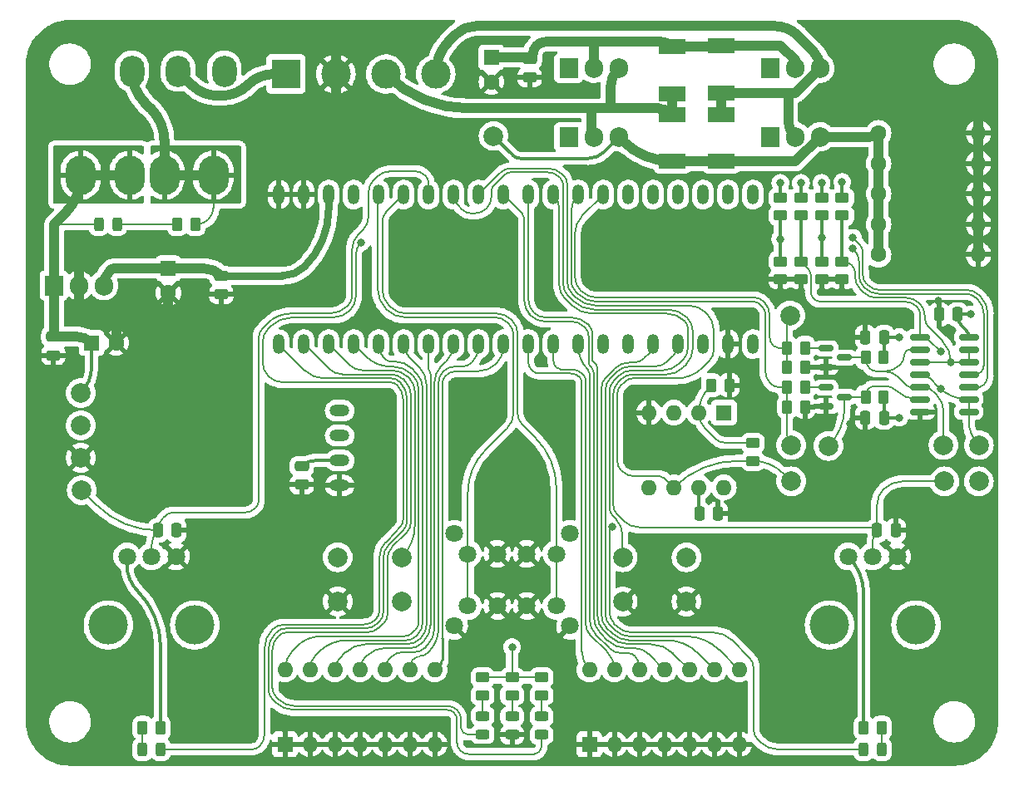
<source format=gbr>
%TF.GenerationSoftware,KiCad,Pcbnew,6.0.5+dfsg-1*%
%TF.CreationDate,2022-06-26T16:39:14+01:00*%
%TF.ProjectId,dcc-controller,6463632d-636f-46e7-9472-6f6c6c65722e,rev?*%
%TF.SameCoordinates,Original*%
%TF.FileFunction,Copper,L1,Top*%
%TF.FilePolarity,Positive*%
%FSLAX46Y46*%
G04 Gerber Fmt 4.6, Leading zero omitted, Abs format (unit mm)*
G04 Created by KiCad (PCBNEW 6.0.5+dfsg-1) date 2022-06-26 16:39:14*
%MOMM*%
%LPD*%
G01*
G04 APERTURE LIST*
G04 Aperture macros list*
%AMRoundRect*
0 Rectangle with rounded corners*
0 $1 Rounding radius*
0 $2 $3 $4 $5 $6 $7 $8 $9 X,Y pos of 4 corners*
0 Add a 4 corners polygon primitive as box body*
4,1,4,$2,$3,$4,$5,$6,$7,$8,$9,$2,$3,0*
0 Add four circle primitives for the rounded corners*
1,1,$1+$1,$2,$3*
1,1,$1+$1,$4,$5*
1,1,$1+$1,$6,$7*
1,1,$1+$1,$8,$9*
0 Add four rect primitives between the rounded corners*
20,1,$1+$1,$2,$3,$4,$5,0*
20,1,$1+$1,$4,$5,$6,$7,0*
20,1,$1+$1,$6,$7,$8,$9,0*
20,1,$1+$1,$8,$9,$2,$3,0*%
G04 Aperture macros list end*
%TA.AperFunction,ComponentPad*%
%ADD10O,3.100000X4.000000*%
%TD*%
%TA.AperFunction,ComponentPad*%
%ADD11C,2.000000*%
%TD*%
%TA.AperFunction,ComponentPad*%
%ADD12O,2.500000X3.200000*%
%TD*%
%TA.AperFunction,SMDPad,CuDef*%
%ADD13RoundRect,0.250000X-0.262500X-0.450000X0.262500X-0.450000X0.262500X0.450000X-0.262500X0.450000X0*%
%TD*%
%TA.AperFunction,SMDPad,CuDef*%
%ADD14RoundRect,0.250000X0.262500X0.450000X-0.262500X0.450000X-0.262500X-0.450000X0.262500X-0.450000X0*%
%TD*%
%TA.AperFunction,SMDPad,CuDef*%
%ADD15RoundRect,0.243750X-0.243750X-0.456250X0.243750X-0.456250X0.243750X0.456250X-0.243750X0.456250X0*%
%TD*%
%TA.AperFunction,SMDPad,CuDef*%
%ADD16RoundRect,0.243750X0.243750X0.456250X-0.243750X0.456250X-0.243750X-0.456250X0.243750X-0.456250X0*%
%TD*%
%TA.AperFunction,ComponentPad*%
%ADD17C,1.600000*%
%TD*%
%TA.AperFunction,ComponentPad*%
%ADD18O,1.600000X1.600000*%
%TD*%
%TA.AperFunction,SMDPad,CuDef*%
%ADD19RoundRect,0.250000X0.250000X0.475000X-0.250000X0.475000X-0.250000X-0.475000X0.250000X-0.475000X0*%
%TD*%
%TA.AperFunction,SMDPad,CuDef*%
%ADD20RoundRect,0.150000X-0.587500X-0.150000X0.587500X-0.150000X0.587500X0.150000X-0.587500X0.150000X0*%
%TD*%
%TA.AperFunction,SMDPad,CuDef*%
%ADD21RoundRect,0.250000X-0.450000X0.262500X-0.450000X-0.262500X0.450000X-0.262500X0.450000X0.262500X0*%
%TD*%
%TA.AperFunction,SMDPad,CuDef*%
%ADD22RoundRect,0.250000X-0.250000X-0.475000X0.250000X-0.475000X0.250000X0.475000X-0.250000X0.475000X0*%
%TD*%
%TA.AperFunction,ComponentPad*%
%ADD23R,1.600000X1.600000*%
%TD*%
%TA.AperFunction,SMDPad,CuDef*%
%ADD24RoundRect,0.250000X0.450000X-0.262500X0.450000X0.262500X-0.450000X0.262500X-0.450000X-0.262500X0*%
%TD*%
%TA.AperFunction,ComponentPad*%
%ADD25R,1.905000X2.000000*%
%TD*%
%TA.AperFunction,ComponentPad*%
%ADD26O,1.905000X2.000000*%
%TD*%
%TA.AperFunction,ComponentPad*%
%ADD27O,1.200000X2.000000*%
%TD*%
%TA.AperFunction,SMDPad,CuDef*%
%ADD28R,2.700000X1.500000*%
%TD*%
%TA.AperFunction,SMDPad,CuDef*%
%ADD29RoundRect,0.250000X0.475000X-0.250000X0.475000X0.250000X-0.475000X0.250000X-0.475000X-0.250000X0*%
%TD*%
%TA.AperFunction,SMDPad,CuDef*%
%ADD30RoundRect,0.250000X-0.475000X0.250000X-0.475000X-0.250000X0.475000X-0.250000X0.475000X0.250000X0*%
%TD*%
%TA.AperFunction,SMDPad,CuDef*%
%ADD31RoundRect,0.243750X0.456250X-0.243750X0.456250X0.243750X-0.456250X0.243750X-0.456250X-0.243750X0*%
%TD*%
%TA.AperFunction,ComponentPad*%
%ADD32R,3.000000X3.000000*%
%TD*%
%TA.AperFunction,ComponentPad*%
%ADD33C,3.000000*%
%TD*%
%TA.AperFunction,ComponentPad*%
%ADD34O,2.000000X1.200000*%
%TD*%
%TA.AperFunction,WasherPad*%
%ADD35C,4.000000*%
%TD*%
%TA.AperFunction,ComponentPad*%
%ADD36C,1.800000*%
%TD*%
%TA.AperFunction,SMDPad,CuDef*%
%ADD37RoundRect,0.150000X-0.825000X-0.150000X0.825000X-0.150000X0.825000X0.150000X-0.825000X0.150000X0*%
%TD*%
%TA.AperFunction,ViaPad*%
%ADD38C,0.800000*%
%TD*%
%TA.AperFunction,Conductor*%
%ADD39C,0.200000*%
%TD*%
%TA.AperFunction,Conductor*%
%ADD40C,0.300000*%
%TD*%
%TA.AperFunction,Conductor*%
%ADD41C,0.250000*%
%TD*%
%TA.AperFunction,Conductor*%
%ADD42C,1.000000*%
%TD*%
%TA.AperFunction,Conductor*%
%ADD43C,0.800000*%
%TD*%
G04 APERTURE END LIST*
D10*
%TO.P,F1,1*%
%TO.N,Net-(F1-Pad1)*%
X121600000Y-71300000D03*
X116600000Y-71300000D03*
%TO.P,F1,2*%
%TO.N,+12V*%
X113100000Y-71300000D03*
X108100000Y-71300000D03*
%TD*%
D11*
%TO.P,TP15,1,1*%
%TO.N,IN_B*%
X199500000Y-102500000D03*
%TD*%
%TO.P,TP14,1,1*%
%TO.N,+3V3*%
X108100000Y-96800000D03*
%TD*%
%TO.P,TP13,1,1*%
%TO.N,GND*%
X108100000Y-100100000D03*
%TD*%
%TO.P,TP12,1,1*%
%TO.N,/SHUNT*%
X150100000Y-67300000D03*
%TD*%
%TO.P,TP11,1,1*%
%TO.N,+12V*%
X108100000Y-93500000D03*
%TD*%
%TO.P,TP10,1,1*%
%TO.N,/OUT_EN_SHIFT*%
X195900000Y-98800000D03*
%TD*%
%TO.P,TP9,1,1*%
%TO.N,/OUT_DIR_SHIFT*%
X184200000Y-98900000D03*
%TD*%
%TO.P,TP8,1,1*%
%TO.N,IN_A*%
X199500000Y-98800000D03*
%TD*%
%TO.P,TP7,1,1*%
%TO.N,POT_A*%
X108200000Y-103400000D03*
%TD*%
%TO.P,TP6,1,1*%
%TO.N,POT_B*%
X196000000Y-102500000D03*
%TD*%
%TO.P,TP5,1,1*%
%TO.N,CURRENT*%
X180400000Y-102500000D03*
%TD*%
%TO.P,TP4,1,1*%
%TO.N,OUT_DIR*%
X180400000Y-98800000D03*
%TD*%
%TO.P,TP3,1,1*%
%TO.N,OUT_EN*%
X180300000Y-85600000D03*
%TD*%
D12*
%TO.P,SW6,1,A*%
%TO.N,Net-(F1-Pad1)*%
X113300000Y-60700000D03*
%TO.P,SW6,2,B*%
%TO.N,12V_IN*%
X118000000Y-60700000D03*
%TO.P,SW6,3,C*%
%TO.N,unconnected-(SW6-Pad3)*%
X122700000Y-60700000D03*
%TD*%
D13*
%TO.P,R2,2*%
%TO.N,Net-(D2-Pad2)*%
X189612500Y-127600000D03*
%TO.P,R2,1*%
%TO.N,+3V3*%
X187787500Y-127600000D03*
%TD*%
D14*
%TO.P,R1,1*%
%TO.N,+3V3*%
X116212500Y-127600000D03*
%TO.P,R1,2*%
%TO.N,Net-(D1-Pad2)*%
X114387500Y-127600000D03*
%TD*%
D15*
%TO.P,D2,1,K*%
%TO.N,CHAN_B*%
X187762500Y-129800000D03*
%TO.P,D2,2,A*%
%TO.N,Net-(D2-Pad2)*%
X189637500Y-129800000D03*
%TD*%
D16*
%TO.P,D1,1,K*%
%TO.N,CHAN_A*%
X116237500Y-129800000D03*
%TO.P,D1,2,A*%
%TO.N,Net-(D1-Pad2)*%
X114362500Y-129800000D03*
%TD*%
D17*
%TO.P,R17,1*%
%TO.N,/SHUNT*%
X189300000Y-73200000D03*
D18*
%TO.P,R17,2*%
%TO.N,GND*%
X199460000Y-73200000D03*
%TD*%
D19*
%TO.P,C11,1*%
%TO.N,+12V*%
X189850000Y-96000000D03*
%TO.P,C11,2*%
%TO.N,GND*%
X187950000Y-96000000D03*
%TD*%
D20*
%TO.P,Q1,1,G*%
%TO.N,Net-(Q1-Pad1)*%
X183962500Y-92950000D03*
%TO.P,Q1,2,S*%
%TO.N,GND*%
X183962500Y-94850000D03*
%TO.P,Q1,3,D*%
%TO.N,/OUT_DIR_SHIFT*%
X185837500Y-93900000D03*
%TD*%
D21*
%TO.P,R5,2*%
%TO.N,Net-(D5-Pad2)*%
X155000000Y-124312500D03*
%TO.P,R5,1*%
%TO.N,+3V3*%
X155000000Y-122487500D03*
%TD*%
D22*
%TO.P,C2,1*%
%TO.N,POT_B*%
X189150000Y-107500000D03*
%TO.P,C2,2*%
%TO.N,GND*%
X191050000Y-107500000D03*
%TD*%
D23*
%TO.P,C5,1*%
%TO.N,+12V*%
X109194888Y-88400000D03*
D17*
%TO.P,C5,2*%
%TO.N,GND*%
X111694888Y-88400000D03*
%TD*%
D24*
%TO.P,R27,1*%
%TO.N,GND*%
X185600000Y-81912500D03*
%TO.P,R27,2*%
%TO.N,IN_B*%
X185600000Y-80087500D03*
%TD*%
D25*
%TO.P,U3,1,IN*%
%TO.N,+12V*%
X105360000Y-82545000D03*
D26*
%TO.P,U3,2,GND*%
%TO.N,GND*%
X107900000Y-82545000D03*
%TO.P,U3,3,OUT*%
%TO.N,+3V3*%
X110440000Y-82545000D03*
%TD*%
D21*
%TO.P,R21,1*%
%TO.N,/OP_AMP_INV*%
X176500000Y-98587500D03*
%TO.P,R21,2*%
%TO.N,CURRENT*%
X176500000Y-100412500D03*
%TD*%
D27*
%TO.P,U1,1,VBAT*%
%TO.N,unconnected-(U1-Pad1)*%
X176515000Y-73280000D03*
%TO.P,U1,2,PC13*%
%TO.N,unconnected-(U1-Pad2)*%
X173975000Y-73280000D03*
%TO.P,U1,3,PC14*%
%TO.N,unconnected-(U1-Pad3)*%
X171435000Y-73280000D03*
%TO.P,U1,4,PC15*%
%TO.N,unconnected-(U1-Pad4)*%
X168895000Y-73280000D03*
%TO.P,U1,5,PA0*%
%TO.N,CHAN_B*%
X166355000Y-73280000D03*
%TO.P,U1,6,PA1*%
%TO.N,CHAN_A*%
X163815000Y-73280000D03*
%TO.P,U1,7,PA2*%
%TO.N,OUT_EN*%
X161275000Y-73280000D03*
%TO.P,U1,8,PA3*%
%TO.N,OUT_DIR*%
X158735000Y-73280000D03*
%TO.P,U1,9,PA4*%
%TO.N,PROG_BTN*%
X156195000Y-73280000D03*
%TO.P,U1,10,PA5*%
%TO.N,Net-(SW1-Pad10)*%
X153655000Y-73280000D03*
%TO.P,U1,11,PA6*%
%TO.N,Net-(SW1-Pad11)*%
X151115000Y-73280000D03*
%TO.P,U1,12,PA7*%
%TO.N,CURRENT*%
X148575000Y-73280000D03*
%TO.P,U1,13,PB0*%
%TO.N,POT_B*%
X146035000Y-73280000D03*
%TO.P,U1,14,PB1*%
%TO.N,POT_A*%
X143495000Y-73280000D03*
%TO.P,U1,15,PB10*%
%TO.N,PROG_MODE_2*%
X140955000Y-73280000D03*
%TO.P,U1,16,PB11*%
%TO.N,PROG_MODE_1*%
X138415000Y-73280000D03*
%TO.P,U1,17,NRST*%
%TO.N,unconnected-(U1-Pad17)*%
X135875000Y-73280000D03*
%TO.P,U1,18,VDD*%
%TO.N,+3V3*%
X133335000Y-73280000D03*
%TO.P,U1,19,VSS*%
%TO.N,GND*%
X130795000Y-73280000D03*
%TO.P,U1,20,VSSA*%
X128255000Y-73280000D03*
%TO.P,U1,21,PB12*%
%TO.N,LED_PROG*%
X128255000Y-88520000D03*
%TO.P,U1,22,PB13*%
%TO.N,LED_ALARM*%
X130795000Y-88520000D03*
%TO.P,U1,23,PB14*%
%TO.N,E_STOP*%
X133335000Y-88520000D03*
%TO.P,U1,24,PB15*%
%TO.N,Net-(SW5-Pad14)*%
X135875000Y-88520000D03*
%TO.P,U1,25,PA8*%
%TO.N,Net-(SW5-Pad13)*%
X138415000Y-88520000D03*
%TO.P,U1,26,PA9*%
%TO.N,Net-(SW5-Pad12)*%
X140955000Y-88520000D03*
%TO.P,U1,27,PA10*%
%TO.N,Net-(SW5-Pad11)*%
X143495000Y-88520000D03*
%TO.P,U1,28,PA11*%
%TO.N,Net-(SW5-Pad10)*%
X146035000Y-88520000D03*
%TO.P,U1,29,PA12*%
%TO.N,Net-(SW5-Pad9)*%
X148575000Y-88520000D03*
%TO.P,U1,30,PA15*%
%TO.N,Net-(SW5-Pad8)*%
X151115000Y-88520000D03*
%TO.P,U1,31,PB3*%
%TO.N,Net-(SW1-Pad14)*%
X153655000Y-88520000D03*
%TO.P,U1,32,PB4*%
%TO.N,Net-(SW1-Pad13)*%
X156195000Y-88520000D03*
%TO.P,U1,33,PB5*%
%TO.N,Net-(SW1-Pad12)*%
X158735000Y-88520000D03*
%TO.P,U1,34,PB6*%
%TO.N,SCL*%
X161275000Y-88520000D03*
%TO.P,U1,35,PB7*%
%TO.N,SDA*%
X163815000Y-88520000D03*
%TO.P,U1,36,PB8*%
%TO.N,Net-(SW1-Pad9)*%
X166355000Y-88520000D03*
%TO.P,U1,37,PB9*%
%TO.N,Net-(SW1-Pad8)*%
X168895000Y-88520000D03*
%TO.P,U1,38,+5V*%
%TO.N,unconnected-(U1-Pad38)*%
X171435000Y-88520000D03*
%TO.P,U1,39,VSS*%
%TO.N,GND*%
X173975000Y-88520000D03*
%TO.P,U1,40,VDD*%
%TO.N,+3V3*%
X176515000Y-88520000D03*
%TD*%
D23*
%TO.P,U4,1,NULL*%
%TO.N,unconnected-(U4-Pad1)*%
X173550000Y-95500000D03*
D18*
%TO.P,U4,2,-*%
%TO.N,/OP_AMP_INV*%
X171010000Y-95500000D03*
%TO.P,U4,3,+*%
%TO.N,/SHUNT*%
X168470000Y-95500000D03*
%TO.P,U4,4,V-*%
%TO.N,GND*%
X165930000Y-95500000D03*
%TO.P,U4,5,NULL*%
%TO.N,unconnected-(U4-Pad5)*%
X165930000Y-103120000D03*
%TO.P,U4,6*%
%TO.N,CURRENT*%
X168470000Y-103120000D03*
%TO.P,U4,7,V+*%
%TO.N,+3V3*%
X171010000Y-103120000D03*
%TO.P,U4,8,NC*%
%TO.N,unconnected-(U4-Pad8)*%
X173550000Y-103120000D03*
%TD*%
D25*
%TO.P,Q6,1,G*%
%TO.N,/B_INV*%
X178260000Y-67395000D03*
D26*
%TO.P,Q6,2,D*%
%TO.N,TRACK_B*%
X180800000Y-67395000D03*
%TO.P,Q6,3,S*%
%TO.N,/SHUNT*%
X183340000Y-67395000D03*
%TD*%
D21*
%TO.P,R22,1*%
%TO.N,Net-(R22-Pad1)*%
X179300000Y-80087500D03*
%TO.P,R22,2*%
%TO.N,GND*%
X179300000Y-81912500D03*
%TD*%
D25*
%TO.P,Q5,1,G*%
%TO.N,Net-(Q5-Pad1)*%
X178260000Y-60395000D03*
D26*
%TO.P,Q5,2,D*%
%TO.N,+12V*%
X180800000Y-60395000D03*
%TO.P,Q5,3,S*%
%TO.N,TRACK_B*%
X183340000Y-60395000D03*
%TD*%
D18*
%TO.P,R16,2*%
%TO.N,GND*%
X199460000Y-70100000D03*
D17*
%TO.P,R16,1*%
%TO.N,/SHUNT*%
X189300000Y-70100000D03*
%TD*%
D21*
%TO.P,R28,1*%
%TO.N,/B_INV*%
X183500000Y-73587500D03*
%TO.P,R28,2*%
%TO.N,Net-(R28-Pad2)*%
X183500000Y-75412500D03*
%TD*%
%TO.P,R25,1*%
%TO.N,IN_A*%
X181400000Y-80087500D03*
%TO.P,R25,2*%
%TO.N,GND*%
X181400000Y-81912500D03*
%TD*%
D18*
%TO.P,R19,2*%
%TO.N,GND*%
X199460000Y-79400000D03*
D17*
%TO.P,R19,1*%
%TO.N,/SHUNT*%
X189300000Y-79400000D03*
%TD*%
D22*
%TO.P,C1,2*%
%TO.N,GND*%
X117850000Y-107500000D03*
%TO.P,C1,1*%
%TO.N,POT_A*%
X115950000Y-107500000D03*
%TD*%
D28*
%TO.P,D11,1,K*%
%TO.N,+12V*%
X173300000Y-58100000D03*
%TO.P,D11,2,A*%
%TO.N,TRACK_B*%
X173300000Y-62900000D03*
%TD*%
D23*
%TO.P,SW5,1*%
%TO.N,GND*%
X128875000Y-129300000D03*
D18*
%TO.P,SW5,2*%
X131415000Y-129300000D03*
%TO.P,SW5,3*%
X133955000Y-129300000D03*
%TO.P,SW5,4*%
X136495000Y-129300000D03*
%TO.P,SW5,5*%
X139035000Y-129300000D03*
%TO.P,SW5,6*%
X141575000Y-129300000D03*
%TO.P,SW5,7*%
X144115000Y-129300000D03*
%TO.P,SW5,8*%
%TO.N,Net-(SW5-Pad8)*%
X144115000Y-121680000D03*
%TO.P,SW5,9*%
%TO.N,Net-(SW5-Pad9)*%
X141575000Y-121680000D03*
%TO.P,SW5,10*%
%TO.N,Net-(SW5-Pad10)*%
X139035000Y-121680000D03*
%TO.P,SW5,11*%
%TO.N,Net-(SW5-Pad11)*%
X136495000Y-121680000D03*
%TO.P,SW5,12*%
%TO.N,Net-(SW5-Pad12)*%
X133955000Y-121680000D03*
%TO.P,SW5,13*%
%TO.N,Net-(SW5-Pad13)*%
X131415000Y-121680000D03*
%TO.P,SW5,14*%
%TO.N,Net-(SW5-Pad14)*%
X128875000Y-121680000D03*
%TD*%
D29*
%TO.P,C8,1*%
%TO.N,GND*%
X153800000Y-61350000D03*
%TO.P,C8,2*%
%TO.N,+12V*%
X153800000Y-59450000D03*
%TD*%
D13*
%TO.P,R13,1*%
%TO.N,OUT_EN*%
X179987500Y-88900000D03*
%TO.P,R13,2*%
%TO.N,Net-(Q2-Pad1)*%
X181812500Y-88900000D03*
%TD*%
D14*
%TO.P,R15,1*%
%TO.N,+12V*%
X189812500Y-89900000D03*
%TO.P,R15,2*%
%TO.N,/OUT_EN_SHIFT*%
X187987500Y-89900000D03*
%TD*%
D19*
%TO.P,C4,1*%
%TO.N,GND*%
X172950000Y-105800000D03*
%TO.P,C4,2*%
%TO.N,+3V3*%
X171050000Y-105800000D03*
%TD*%
D24*
%TO.P,R23,1*%
%TO.N,Net-(R22-Pad1)*%
X179300000Y-75412500D03*
%TO.P,R23,2*%
%TO.N,/A_INV*%
X179300000Y-73587500D03*
%TD*%
D30*
%TO.P,C9,1*%
%TO.N,+3V3*%
X122400000Y-81550000D03*
%TO.P,C9,2*%
%TO.N,GND*%
X122400000Y-83450000D03*
%TD*%
D28*
%TO.P,D10,1,K*%
%TO.N,TRACK_A*%
X168300000Y-65100000D03*
%TO.P,D10,2,A*%
%TO.N,/SHUNT*%
X168300000Y-69900000D03*
%TD*%
D14*
%TO.P,R14,1*%
%TO.N,+12V*%
X189812500Y-93900000D03*
%TO.P,R14,2*%
%TO.N,/OUT_DIR_SHIFT*%
X187987500Y-93900000D03*
%TD*%
D25*
%TO.P,Q3,1,G*%
%TO.N,Net-(Q3-Pad1)*%
X157760000Y-60395000D03*
D26*
%TO.P,Q3,2,D*%
%TO.N,+12V*%
X160300000Y-60395000D03*
%TO.P,Q3,3,S*%
%TO.N,TRACK_A*%
X162840000Y-60395000D03*
%TD*%
D31*
%TO.P,D5,2,A*%
%TO.N,Net-(D5-Pad2)*%
X155000000Y-126462500D03*
%TO.P,D5,1,K*%
%TO.N,LED_PROG*%
X155000000Y-128337500D03*
%TD*%
D13*
%TO.P,R12,1*%
%TO.N,OUT_DIR*%
X179987500Y-92900000D03*
%TO.P,R12,2*%
%TO.N,Net-(Q1-Pad1)*%
X181812500Y-92900000D03*
%TD*%
D31*
%TO.P,D7,2,A*%
%TO.N,Net-(D7-Pad2)*%
X152000000Y-126462500D03*
%TO.P,D7,1,K*%
%TO.N,GND*%
X152000000Y-128337500D03*
%TD*%
D25*
%TO.P,Q4,1,G*%
%TO.N,/A_INV*%
X157760000Y-67395000D03*
D26*
%TO.P,Q4,2,D*%
%TO.N,TRACK_A*%
X160300000Y-67395000D03*
%TO.P,Q4,3,S*%
%TO.N,/SHUNT*%
X162840000Y-67395000D03*
%TD*%
D21*
%TO.P,R26,1*%
%TO.N,Net-(Q5-Pad1)*%
X185600000Y-73587500D03*
%TO.P,R26,2*%
%TO.N,IN_B*%
X185600000Y-75412500D03*
%TD*%
D19*
%TO.P,C12,1*%
%TO.N,+12V*%
X189850000Y-87800000D03*
%TO.P,C12,2*%
%TO.N,GND*%
X187950000Y-87800000D03*
%TD*%
D30*
%TO.P,C6,1*%
%TO.N,+12V*%
X105300000Y-87750000D03*
%TO.P,C6,2*%
%TO.N,GND*%
X105300000Y-89650000D03*
%TD*%
D20*
%TO.P,Q2,1,G*%
%TO.N,Net-(Q2-Pad1)*%
X183962500Y-88950000D03*
%TO.P,Q2,2,S*%
%TO.N,GND*%
X183962500Y-90850000D03*
%TO.P,Q2,3,D*%
%TO.N,/OUT_EN_SHIFT*%
X185837500Y-89900000D03*
%TD*%
D11*
%TO.P,SW3,1,1*%
%TO.N,GND*%
X169750000Y-114750000D03*
X163250000Y-114750000D03*
%TO.P,SW3,2,2*%
%TO.N,PROG_BTN*%
X163250000Y-110250000D03*
X169750000Y-110250000D03*
%TD*%
D23*
%TO.P,SW1,1*%
%TO.N,GND*%
X159875000Y-129300000D03*
D18*
%TO.P,SW1,2*%
X162415000Y-129300000D03*
%TO.P,SW1,3*%
X164955000Y-129300000D03*
%TO.P,SW1,4*%
X167495000Y-129300000D03*
%TO.P,SW1,5*%
X170035000Y-129300000D03*
%TO.P,SW1,6*%
X172575000Y-129300000D03*
%TO.P,SW1,7*%
X175115000Y-129300000D03*
%TO.P,SW1,8*%
%TO.N,Net-(SW1-Pad8)*%
X175115000Y-121680000D03*
%TO.P,SW1,9*%
%TO.N,Net-(SW1-Pad9)*%
X172575000Y-121680000D03*
%TO.P,SW1,10*%
%TO.N,Net-(SW1-Pad10)*%
X170035000Y-121680000D03*
%TO.P,SW1,11*%
%TO.N,Net-(SW1-Pad11)*%
X167495000Y-121680000D03*
%TO.P,SW1,12*%
%TO.N,Net-(SW1-Pad12)*%
X164955000Y-121680000D03*
%TO.P,SW1,13*%
%TO.N,Net-(SW1-Pad13)*%
X162415000Y-121680000D03*
%TO.P,SW1,14*%
%TO.N,Net-(SW1-Pad14)*%
X159875000Y-121680000D03*
%TD*%
D23*
%TO.P,C10,1*%
%TO.N,+12V*%
X149900000Y-59294888D03*
D17*
%TO.P,C10,2*%
%TO.N,GND*%
X149900000Y-61794888D03*
%TD*%
D19*
%TO.P,C3,2*%
%TO.N,GND*%
X195450000Y-85500000D03*
%TO.P,C3,1*%
%TO.N,+12V*%
X197350000Y-85500000D03*
%TD*%
D11*
%TO.P,SW2,1,1*%
%TO.N,GND*%
X140750000Y-114750000D03*
X134250000Y-114750000D03*
%TO.P,SW2,2,2*%
%TO.N,E_STOP*%
X140750000Y-110250000D03*
X134250000Y-110250000D03*
%TD*%
D30*
%TO.P,C13,1*%
%TO.N,+3V3*%
X130600000Y-100950000D03*
%TO.P,C13,2*%
%TO.N,GND*%
X130600000Y-102850000D03*
%TD*%
D21*
%TO.P,R7,2*%
%TO.N,Net-(D7-Pad2)*%
X152000000Y-124312500D03*
%TO.P,R7,1*%
%TO.N,+3V3*%
X152000000Y-122487500D03*
%TD*%
%TO.P,R6,2*%
%TO.N,Net-(D6-Pad2)*%
X149000000Y-124312500D03*
%TO.P,R6,1*%
%TO.N,+3V3*%
X149000000Y-122487500D03*
%TD*%
D32*
%TO.P,J1,1,Pin_1*%
%TO.N,12V_IN*%
X128980000Y-61000000D03*
D33*
%TO.P,J1,2,Pin_2*%
%TO.N,GND*%
X134060000Y-61000000D03*
%TO.P,J1,3,Pin_3*%
%TO.N,TRACK_A*%
X139140000Y-61000000D03*
%TO.P,J1,4,Pin_4*%
%TO.N,TRACK_B*%
X144220000Y-61000000D03*
%TD*%
D34*
%TO.P,U5,4,Gnd*%
%TO.N,GND*%
X134450000Y-102910000D03*
%TO.P,U5,3,Vcc*%
%TO.N,+3V3*%
X134450000Y-100370000D03*
%TO.P,U5,2,SCL*%
%TO.N,SCL*%
X134450000Y-97830000D03*
%TO.P,U5,1,SDA*%
%TO.N,SDA*%
X134450000Y-95290000D03*
%TD*%
D28*
%TO.P,D9,1,K*%
%TO.N,+12V*%
X168300000Y-58200000D03*
%TO.P,D9,2,A*%
%TO.N,TRACK_A*%
X168300000Y-63000000D03*
%TD*%
D35*
%TO.P,RV2,*%
%TO.N,*%
X184300000Y-117150000D03*
X193100000Y-117150000D03*
D36*
%TO.P,RV2,1,1*%
%TO.N,+3V3*%
X186200000Y-110150000D03*
%TO.P,RV2,2,2*%
%TO.N,POT_B*%
X188700000Y-110150000D03*
%TO.P,RV2,3,3*%
%TO.N,GND*%
X191200000Y-110150000D03*
%TD*%
D13*
%TO.P,R10,1*%
%TO.N,OUT_DIR*%
X179987500Y-94900000D03*
%TO.P,R10,2*%
%TO.N,GND*%
X181812500Y-94900000D03*
%TD*%
D31*
%TO.P,D6,2,A*%
%TO.N,Net-(D6-Pad2)*%
X149000000Y-126400000D03*
%TO.P,D6,1,K*%
%TO.N,LED_ALARM*%
X149000000Y-128275000D03*
%TD*%
D21*
%TO.P,R29,1*%
%TO.N,Net-(R28-Pad2)*%
X183500000Y-80087500D03*
%TO.P,R29,2*%
%TO.N,GND*%
X183500000Y-81912500D03*
%TD*%
D36*
%TO.P,SW4,1,A*%
%TO.N,PROG_MODE_1*%
X147500000Y-109895000D03*
X147500000Y-115195000D03*
%TO.P,SW4,2,B*%
%TO.N,GND*%
X153500000Y-115195000D03*
X150500000Y-115195000D03*
X146100000Y-107845000D03*
X153500000Y-109895000D03*
X157900000Y-107845000D03*
X146100000Y-117245000D03*
X157900000Y-117245000D03*
X150500000Y-109895000D03*
%TO.P,SW4,3,C*%
%TO.N,PROG_MODE_2*%
X156500000Y-115195000D03*
X156500000Y-109895000D03*
%TD*%
D23*
%TO.P,C7,1*%
%TO.N,+3V3*%
X117000000Y-80794888D03*
D17*
%TO.P,C7,2*%
%TO.N,GND*%
X117000000Y-83294888D03*
%TD*%
D15*
%TO.P,D8,1,K*%
%TO.N,+12V*%
X109912500Y-76300000D03*
%TO.P,D8,2,A*%
%TO.N,Net-(D8-Pad2)*%
X111787500Y-76300000D03*
%TD*%
D24*
%TO.P,R24,1*%
%TO.N,IN_A*%
X181400000Y-75412500D03*
%TO.P,R24,2*%
%TO.N,Net-(Q3-Pad1)*%
X181400000Y-73587500D03*
%TD*%
D18*
%TO.P,R18,2*%
%TO.N,GND*%
X199460000Y-76300000D03*
D17*
%TO.P,R18,1*%
%TO.N,/SHUNT*%
X189300000Y-76300000D03*
%TD*%
D18*
%TO.P,R9,2*%
%TO.N,GND*%
X199460000Y-67000000D03*
D17*
%TO.P,R9,1*%
%TO.N,/SHUNT*%
X189300000Y-67000000D03*
%TD*%
D13*
%TO.P,R11,1*%
%TO.N,OUT_EN*%
X179987500Y-90900000D03*
%TO.P,R11,2*%
%TO.N,GND*%
X181812500Y-90900000D03*
%TD*%
D35*
%TO.P,RV1,*%
%TO.N,*%
X119700000Y-117150000D03*
X110900000Y-117150000D03*
D36*
%TO.P,RV1,1,1*%
%TO.N,+3V3*%
X112800000Y-110150000D03*
%TO.P,RV1,2,2*%
%TO.N,POT_A*%
X115300000Y-110150000D03*
%TO.P,RV1,3,3*%
%TO.N,GND*%
X117800000Y-110150000D03*
%TD*%
D14*
%TO.P,R8,1*%
%TO.N,Net-(F1-Pad1)*%
X119762500Y-76300000D03*
%TO.P,R8,2*%
%TO.N,Net-(D8-Pad2)*%
X117937500Y-76300000D03*
%TD*%
D28*
%TO.P,D12,1,K*%
%TO.N,TRACK_B*%
X173300000Y-65100000D03*
%TO.P,D12,2,A*%
%TO.N,/SHUNT*%
X173300000Y-69900000D03*
%TD*%
D13*
%TO.P,R20,1*%
%TO.N,/OP_AMP_INV*%
X172287500Y-92700000D03*
%TO.P,R20,2*%
%TO.N,GND*%
X174112500Y-92700000D03*
%TD*%
D37*
%TO.P,U2,14,VDD*%
%TO.N,+12V*%
X198475000Y-87790000D03*
%TO.P,U2,13*%
%TO.N,IN_B*%
X198475000Y-89060000D03*
%TO.P,U2,12*%
X198475000Y-90330000D03*
%TO.P,U2,11*%
%TO.N,Net-(R28-Pad2)*%
X198475000Y-91600000D03*
%TO.P,U2,10*%
%TO.N,Net-(R22-Pad1)*%
X198475000Y-92870000D03*
%TO.P,U2,9*%
%TO.N,IN_A*%
X198475000Y-94140000D03*
%TO.P,U2,8*%
X198475000Y-95410000D03*
%TO.P,U2,7,VSS*%
%TO.N,GND*%
X193525000Y-95410000D03*
%TO.P,U2,6*%
%TO.N,/OUT_DIR_SHIFT*%
X193525000Y-94140000D03*
%TO.P,U2,5*%
%TO.N,/OUT_EN_SHIFT*%
X193525000Y-92870000D03*
%TO.P,U2,4*%
%TO.N,IN_A*%
X193525000Y-91600000D03*
%TO.P,U2,3*%
%TO.N,IN_B*%
X193525000Y-90330000D03*
%TO.P,U2,2*%
%TO.N,/OUT_EN_SHIFT*%
X193525000Y-89060000D03*
%TO.P,U2,1*%
%TO.N,IN_A*%
X193525000Y-87790000D03*
%TD*%
D38*
%TO.N,GND*%
X186400000Y-96600000D03*
X187700000Y-91900000D03*
X150500000Y-125400000D03*
X153500000Y-125400000D03*
X137200000Y-79300000D03*
X161700000Y-79300000D03*
X155200000Y-79300000D03*
X145300000Y-79300000D03*
X179300000Y-83100000D03*
X181400000Y-83100000D03*
X185600000Y-83100000D03*
%TO.N,+3V3*%
X152000000Y-119400000D03*
%TO.N,+12V*%
X191400000Y-96000000D03*
X191400000Y-87800000D03*
X198700000Y-85500000D03*
%TO.N,CHAN_B*%
X162200000Y-107100000D03*
%TO.N,CHAN_A*%
X136600000Y-78200000D03*
%TO.N,GND*%
X156400000Y-97900000D03*
X152300000Y-97900000D03*
X148200000Y-97900000D03*
X195400000Y-84100000D03*
X183500000Y-83100000D03*
%TO.N,IN_B*%
X196670000Y-90330000D03*
%TO.N,IN_A*%
X195600000Y-89300000D03*
X195600000Y-93100000D03*
%TO.N,Net-(R22-Pad1)*%
X186700000Y-77700000D03*
X179300000Y-77800000D03*
%TO.N,Net-(R28-Pad2)*%
X186700000Y-78800000D03*
X183500000Y-77700000D03*
%TO.N,/B_INV*%
X183500000Y-72100000D03*
%TO.N,Net-(Q3-Pad1)*%
X181400000Y-72100000D03*
%TO.N,Net-(Q5-Pad1)*%
X185600000Y-72000000D03*
%TO.N,/A_INV*%
X179300000Y-72100000D03*
%TD*%
D39*
%TO.N,Net-(R28-Pad2)*%
X187299985Y-80100000D02*
G75*
G03*
X186805025Y-78905025I-1689985J0D01*
G01*
X187300000Y-80100000D02*
X187300000Y-81500000D01*
X186700000Y-78800000D02*
X186805025Y-78905025D01*
%TO.N,Net-(R22-Pad1)*%
X187700000Y-79200000D02*
X187700000Y-81000000D01*
X186700000Y-77700000D02*
X187346446Y-78346446D01*
X187700001Y-79200000D02*
G75*
G03*
X187346445Y-78346447I-1207101J0D01*
G01*
%TO.N,PROG_BTN*%
X156195000Y-73280000D02*
G75*
G02*
X156800000Y-74740599I-1460600J-1460600D01*
G01*
X167700000Y-85399990D02*
G75*
G02*
X169577818Y-86177818I0J-2655610D01*
G01*
X163200000Y-110129290D02*
X163200000Y-107848528D01*
X164200000Y-91200000D02*
X167268630Y-91200000D01*
X158051462Y-84551480D02*
G75*
G03*
X160100000Y-85400000I2048538J2048580D01*
G01*
X169029286Y-90470706D02*
G75*
G02*
X167268630Y-91200000I-1760686J1760706D01*
G01*
X169577835Y-86177801D02*
G75*
G02*
X169900000Y-86955634I-777835J-777799D01*
G01*
X162600008Y-106399992D02*
G75*
G02*
X163200000Y-107848528I-1448508J-1448508D01*
G01*
X164200000Y-91200009D02*
G75*
G03*
X162834314Y-91765686I0J-1931391D01*
G01*
X158051471Y-84551471D02*
X157365685Y-83865686D01*
X156800008Y-82500000D02*
G75*
G03*
X157365685Y-83865686I1931392J0D01*
G01*
X162358561Y-92241404D02*
G75*
G03*
X161900000Y-93348528I1107139J-1107096D01*
G01*
X161899992Y-105100000D02*
G75*
G03*
X162324264Y-106124264I1448508J0D01*
G01*
X169899985Y-88900000D02*
G75*
G02*
X169405025Y-90094975I-1689985J0D01*
G01*
X163200005Y-110129290D02*
G75*
G03*
X163250000Y-110250000I170695J-10D01*
G01*
X162600000Y-106400000D02*
X162324264Y-106124264D01*
X156800000Y-82500000D02*
X156800000Y-74740599D01*
X161900000Y-105100000D02*
X161900000Y-93348528D01*
X162358579Y-92241422D02*
X162834314Y-91765686D01*
X169029291Y-90470711D02*
X169077818Y-90422183D01*
X169077818Y-90422183D02*
X169405025Y-90094975D01*
X169900000Y-88900000D02*
X169900000Y-86955634D01*
X167700000Y-85400000D02*
X160100000Y-85400000D01*
%TO.N,POT_A*%
X109719056Y-104919064D02*
G75*
G03*
X115950000Y-107500000I6230944J6230964D01*
G01*
X109719060Y-104919060D02*
X108200000Y-103400000D01*
D40*
%TO.N,+12V*%
X109194888Y-88400000D02*
X109194888Y-90856707D01*
X108099998Y-93499998D02*
G75*
G03*
X109194888Y-90856707I-2643298J2643298D01*
G01*
D41*
%TO.N,Net-(SW5-Pad8)*%
X144899991Y-120700000D02*
G75*
G02*
X144762114Y-121032886I-470791J0D01*
G01*
X144115000Y-121680000D02*
X144762114Y-121032886D01*
X144900000Y-120700000D02*
X144900000Y-118510050D01*
X144900507Y-118508889D02*
G75*
G03*
X144900001Y-118510050I1193J-1211D01*
G01*
D39*
%TO.N,LED_ALARM*%
X146800000Y-127600000D02*
X146800000Y-127617158D01*
X147422487Y-128275000D02*
X149000000Y-128275000D01*
X129900000Y-125400000D02*
X145400000Y-125400000D01*
X146399996Y-125800004D02*
G75*
G03*
X145434315Y-125400000I-965696J-965696D01*
G01*
X146999987Y-128100013D02*
G75*
G02*
X146800000Y-127617158I482813J482813D01*
G01*
X147422487Y-128275005D02*
G75*
G02*
X147000000Y-128100000I13J597505D01*
G01*
X146800006Y-126765685D02*
G75*
G03*
X146400000Y-125800000I-1365706J-15D01*
G01*
X145400000Y-125400000D02*
X145434315Y-125400000D01*
X146800000Y-126765685D02*
X146800000Y-127600000D01*
X129900000Y-125400003D02*
G75*
G02*
X128192894Y-124692892I0J2414203D01*
G01*
X128000000Y-124500000D02*
X128192893Y-124692893D01*
X128300000Y-118200000D02*
X128165686Y-118334314D01*
X127600000Y-119700000D02*
X127600000Y-123534315D01*
X139300000Y-110400000D02*
X139300000Y-116100000D01*
X139794975Y-109205025D02*
X141229290Y-107770711D01*
X137151472Y-117899988D02*
G75*
G03*
X138600000Y-117300000I28J2048488D01*
G01*
X141700000Y-93700000D02*
X141700000Y-106634315D01*
X141229281Y-107770702D02*
G75*
G03*
X141700000Y-106634315I-1136381J1136402D01*
G01*
X134748528Y-91600000D02*
X139692894Y-91600000D01*
X130837677Y-88537678D02*
X133300000Y-91000000D01*
X138946445Y-116953553D02*
G75*
G03*
X139300000Y-116100000I-853545J853553D01*
G01*
X130837666Y-88537689D02*
G75*
G03*
X130795000Y-88520000I-42666J-42611D01*
G01*
X140900000Y-92100000D02*
X141134314Y-92334314D01*
X134748528Y-91599988D02*
G75*
G02*
X133300000Y-91000000I-28J2048488D01*
G01*
X128000004Y-124499996D02*
G75*
G02*
X127600000Y-123534315I965696J965696D01*
G01*
X137151472Y-117900000D02*
X129024264Y-117900000D01*
X141699991Y-93700000D02*
G75*
G03*
X141134314Y-92334314I-1931391J0D01*
G01*
X138946446Y-116953554D02*
X138600000Y-117300000D01*
X139300015Y-110400000D02*
G75*
G02*
X139794975Y-109205025I1689985J0D01*
G01*
X140900002Y-92099998D02*
G75*
G03*
X139692894Y-91600000I-1207102J-1207102D01*
G01*
X127600009Y-119700000D02*
G75*
G02*
X128165686Y-118334314I1931391J0D01*
G01*
X128300011Y-118200011D02*
G75*
G02*
X129024264Y-117900000I724289J-724289D01*
G01*
%TO.N,LED_PROG*%
X128046446Y-117853553D02*
X127900000Y-118000000D01*
X127200000Y-119689949D02*
X127200000Y-123700000D01*
X127200021Y-119689949D02*
G75*
G02*
X127900000Y-118000000I2389879J49D01*
G01*
X146082842Y-126082843D02*
X146100000Y-126100000D01*
X138475736Y-116824264D02*
X138400000Y-116900000D01*
X140929289Y-107470710D02*
X140800000Y-107600000D01*
X140800000Y-107600000D02*
X139464104Y-108935896D01*
X141300000Y-94089949D02*
X141300000Y-106575736D01*
X128279749Y-88579748D02*
X130900000Y-91200000D01*
X155000014Y-129375736D02*
G75*
G02*
X154699999Y-130099999I-1024314J36D01*
G01*
X146082846Y-126082839D02*
G75*
G03*
X145400000Y-125800000I-682846J-682861D01*
G01*
X154700013Y-130100013D02*
G75*
G02*
X154217158Y-130300000I-482813J482813D01*
G01*
X127624270Y-124724258D02*
G75*
G02*
X127200000Y-123700000I1024230J1024258D01*
G01*
X129799520Y-125799520D02*
X145091735Y-125799520D01*
X147600000Y-130300001D02*
G75*
G02*
X146746447Y-129946445I0J1207101D01*
G01*
X140599996Y-92400004D02*
G75*
G03*
X139634315Y-92000000I-965696J-965696D01*
G01*
X146700011Y-129899989D02*
G75*
G02*
X146400000Y-129175736I724289J724289D01*
G01*
X146400014Y-126824264D02*
G75*
G03*
X146099999Y-126100001I-1024314J-36D01*
G01*
X136951472Y-117500000D02*
X128900000Y-117500000D01*
X132831370Y-92000000D02*
X139634315Y-92000000D01*
X145092893Y-125800016D02*
G75*
G02*
X145091735Y-125799520I7J1616D01*
G01*
X128046448Y-117853555D02*
G75*
G02*
X128900000Y-117500000I853552J-853545D01*
G01*
X136951472Y-117499988D02*
G75*
G03*
X138400000Y-116900000I28J2048488D01*
G01*
X127624264Y-124724264D02*
X127921702Y-125021702D01*
X138475730Y-116824258D02*
G75*
G03*
X138900000Y-115800000I-1024230J1024258D01*
G01*
X129799520Y-125799510D02*
G75*
G02*
X127921702Y-125021702I-20J2655610D01*
G01*
X138899983Y-110297763D02*
G75*
G02*
X139464104Y-108935896I1926017J-37D01*
G01*
X140929275Y-107470696D02*
G75*
G03*
X141300000Y-106575736I-894975J894996D01*
G01*
X132831370Y-92000012D02*
G75*
G02*
X130900000Y-91200000I30J2731412D01*
G01*
X141299979Y-94089949D02*
G75*
G03*
X140600000Y-92400000I-2389879J49D01*
G01*
X138900000Y-110297763D02*
X138900000Y-115800000D01*
X128279748Y-88579749D02*
G75*
G02*
X128255000Y-88520000I59752J59749D01*
G01*
X145092893Y-125800000D02*
X145400000Y-125800000D01*
X146400000Y-126824264D02*
X146400000Y-129000000D01*
X146400000Y-129000000D02*
X146400000Y-129175736D01*
X146700000Y-129900000D02*
X146746446Y-129946446D01*
X147600000Y-130300000D02*
X154217158Y-130300000D01*
X155000000Y-129375736D02*
X155000000Y-128337500D01*
%TO.N,Net-(F1-Pad1)*%
X121100002Y-75800002D02*
G75*
G02*
X119892894Y-76300000I-1207102J1207102D01*
G01*
X121599997Y-74592894D02*
G75*
G02*
X121100000Y-75800000I-1707097J-6D01*
G01*
X119762500Y-76300000D02*
X119892894Y-76300000D01*
X121600000Y-74592894D02*
X121600000Y-71300000D01*
%TO.N,POT_B*%
X189799989Y-103299989D02*
G75*
G03*
X189150000Y-104869238I1569211J-1569211D01*
G01*
X191731370Y-102499988D02*
G75*
G03*
X189800000Y-103300000I30J-2731412D01*
G01*
X189150000Y-107500000D02*
X189150000Y-104869238D01*
X191731370Y-102500000D02*
X196000000Y-102500000D01*
%TO.N,CURRENT*%
X179594139Y-101694123D02*
G75*
G03*
X176500000Y-100412500I-3094139J-3094177D01*
G01*
X179594131Y-101694131D02*
X180400000Y-102500000D01*
D42*
%TO.N,Net-(F1-Pad1)*%
X116600000Y-67800000D02*
X116600000Y-71300000D01*
X114643503Y-63943503D02*
X115050000Y-64350000D01*
X115256497Y-64556497D02*
X115050000Y-64350000D01*
X115256496Y-64556498D02*
G75*
G02*
X116600000Y-67800000I-3243496J-3243502D01*
G01*
D39*
%TO.N,PROG_MODE_2*%
X156500000Y-109895000D02*
X156500000Y-115195000D01*
%TO.N,PROG_MODE_1*%
X147500000Y-109895000D02*
X147500000Y-115195000D01*
%TO.N,Net-(SW1-Pad13)*%
X159499520Y-117099520D02*
X159499520Y-92300480D01*
%TO.N,CHAN_A*%
X140299989Y-92700011D02*
G75*
G03*
X139580937Y-92402154I-719089J-719089D01*
G01*
X138099996Y-116599996D02*
G75*
G03*
X138500000Y-115634315I-965696J965696D01*
G01*
X138500000Y-110200000D02*
X138500000Y-115500000D01*
X140900485Y-94149686D02*
G75*
G03*
X140300000Y-92700000I-2050185J-14D01*
G01*
X140546911Y-107253058D02*
G75*
G03*
X140900480Y-106399520I-853511J853558D01*
G01*
X126800000Y-119531370D02*
X126800000Y-128292894D01*
X138500006Y-110200000D02*
G75*
G02*
X139119200Y-108705119I2114094J0D01*
G01*
X136892894Y-117099997D02*
G75*
G03*
X138100000Y-116600000I6J1707097D01*
G01*
X133901771Y-117100466D02*
G75*
G02*
X133902943Y-117100001I1129J-1134D01*
G01*
X127599998Y-117599998D02*
G75*
G02*
X128807106Y-117100000I1207102J-1207102D01*
G01*
X133901785Y-117100480D02*
X132312280Y-117100480D01*
X125575736Y-129800000D02*
X116237500Y-129800000D01*
X126799988Y-119531370D02*
G75*
G02*
X127600000Y-117600000I2731412J-30D01*
G01*
X126300002Y-129500002D02*
G75*
G03*
X126800000Y-128292894I-1207102J1207102D01*
G01*
X125575736Y-129800014D02*
G75*
G03*
X126299999Y-129499999I-36J1024314D01*
G01*
X138696886Y-92402154D02*
X139580937Y-92402154D01*
X140900480Y-94149686D02*
X140900480Y-106399520D01*
X132300000Y-117100000D02*
X128807106Y-117100000D01*
X140546927Y-107253074D02*
X140200000Y-107600000D01*
X140200000Y-107600000D02*
X140200000Y-107634994D01*
X140200000Y-107634994D02*
X140189325Y-107634994D01*
X140189325Y-107634994D02*
X139119200Y-108705119D01*
X138500000Y-115500000D02*
X138500000Y-115634315D01*
X136892894Y-117100000D02*
X133902943Y-117100000D01*
X132312280Y-117100480D02*
X132305900Y-117094100D01*
X132305900Y-117094100D02*
X132300000Y-117100000D01*
%TO.N,CURRENT*%
X157599520Y-82100480D02*
X157599520Y-72200480D01*
X157245277Y-71345299D02*
G75*
G02*
X157599520Y-72200480I-855177J-855201D01*
G01*
X157245288Y-71345288D02*
X157136397Y-71236397D01*
X155600000Y-70600000D02*
X151900000Y-70600000D01*
X157599543Y-82100480D02*
G75*
G03*
X158164527Y-83464526I1929057J-20D01*
G01*
X158400002Y-83699998D02*
G75*
G03*
X160572792Y-84600000I2172798J2172798D01*
G01*
X170010051Y-84599980D02*
G75*
G02*
X171699999Y-85300001I-51J-2390020D01*
G01*
X171386953Y-90913047D02*
X172075736Y-90224264D01*
X171863605Y-85463601D02*
G75*
G02*
X172500000Y-87000000I-1536405J-1536399D01*
G01*
X167058579Y-102000000D02*
X164548528Y-102000000D01*
X171386956Y-90913050D02*
G75*
G02*
X168747684Y-92006268I-2639256J2639250D01*
G01*
X155600000Y-70600003D02*
G75*
G02*
X157136396Y-71236398I0J-2172797D01*
G01*
X167058579Y-102000029D02*
G75*
G02*
X167556066Y-102206066I21J-703571D01*
G01*
X158400000Y-83700000D02*
X158164527Y-83464526D01*
X163053555Y-92746448D02*
G75*
G03*
X162700000Y-93600000I853545J-853552D01*
G01*
X157300000Y-71400000D02*
X157136397Y-71236397D01*
X172500008Y-89200000D02*
G75*
G02*
X172075736Y-90224264I-1448508J0D01*
G01*
X164293732Y-92006299D02*
G75*
G03*
X163440179Y-92359823I-32J-1207101D01*
G01*
X172500000Y-89200000D02*
X172500000Y-87000000D01*
X162699994Y-100434315D02*
G75*
G03*
X163100000Y-101400000I1365706J15D01*
G01*
X164293732Y-92006268D02*
X168747684Y-92006268D01*
X163099992Y-101400008D02*
G75*
G03*
X164548528Y-102000000I1448508J1448508D01*
G01*
X163053553Y-92746446D02*
X163440178Y-92359822D01*
X170010051Y-84600000D02*
X160572792Y-84600000D01*
X168470000Y-103120000D02*
X167556066Y-102206066D01*
X162700000Y-100434315D02*
X162700000Y-93600000D01*
X171863603Y-85463603D02*
X171700000Y-85300000D01*
%TO.N,POT_B*%
X156899989Y-71600011D02*
G75*
G02*
X157200000Y-72324264I-724289J-724289D01*
G01*
X157200000Y-72500000D02*
X157200000Y-72324264D01*
X157200000Y-72500000D02*
X157200000Y-82400000D01*
X151924264Y-71000000D02*
X155600000Y-71000000D01*
X156900000Y-71600000D02*
X156794975Y-71494975D01*
X155600000Y-70999986D02*
G75*
G02*
X156794975Y-71494975I0J-1689914D01*
G01*
%TO.N,POT_A*%
X126200000Y-87912558D02*
X126200000Y-104475736D01*
X127100000Y-86400000D02*
X126633144Y-86866856D01*
X135300000Y-84600000D02*
X135276659Y-84623341D01*
X138200000Y-71500000D02*
X137894975Y-71805025D01*
X142100000Y-70900000D02*
X139648528Y-70900000D01*
X143199998Y-71400002D02*
G75*
G02*
X143495000Y-72112193I-712198J-712198D01*
G01*
X116700011Y-106000011D02*
G75*
G02*
X117424264Y-105700000I724289J-724289D01*
G01*
X115950012Y-107500000D02*
G75*
G02*
X116480330Y-106219670I1810688J0D01*
G01*
X124692894Y-105699997D02*
G75*
G03*
X125900000Y-105200000I6J1707097D01*
G01*
X136800008Y-76900008D02*
G75*
G03*
X137400000Y-75451472I-1448508J1448508D01*
G01*
X125899989Y-105199989D02*
G75*
G03*
X126200000Y-104475736I-724289J724289D01*
G01*
X126199957Y-87912558D02*
G75*
G02*
X126633144Y-86866856I1478843J-42D01*
G01*
X136800000Y-76900000D02*
X136336397Y-77363603D01*
X127110050Y-86389949D02*
G75*
G02*
X129500000Y-85400000I2389950J-2389951D01*
G01*
X130100012Y-85399988D02*
G75*
G03*
X130101158Y-85400479I1188J1188D01*
G01*
X130100000Y-85400000D02*
X129500000Y-85400000D01*
X135299996Y-84599996D02*
G75*
G03*
X135700000Y-83634315I-965696J965696D01*
G01*
X133400480Y-85400480D02*
X130101158Y-85400480D01*
X135700003Y-78900000D02*
G75*
G02*
X136336398Y-77363604I2172797J0D01*
G01*
X127110050Y-86389949D02*
X127100000Y-86400000D01*
X143495000Y-73280000D02*
X143495000Y-72112193D01*
X137400000Y-73000000D02*
X137400000Y-75451472D01*
X143200000Y-71400000D02*
X143124265Y-71324265D01*
X137400015Y-73000000D02*
G75*
G02*
X137894975Y-71805025I1689985J0D01*
G01*
X138199992Y-71499992D02*
G75*
G02*
X139648528Y-70900000I1448508J-1448508D01*
G01*
X142100000Y-70899992D02*
G75*
G02*
X143124265Y-71324265I0J-1448508D01*
G01*
X135700000Y-78900000D02*
X135700000Y-83634315D01*
X133400480Y-85400476D02*
G75*
G03*
X135276658Y-84623340I20J2653276D01*
G01*
X124692894Y-105700000D02*
X117424264Y-105700000D01*
X116700000Y-106000000D02*
X116480330Y-106219670D01*
%TO.N,CHAN_A*%
X133810051Y-85799979D02*
G75*
G03*
X135500000Y-85100000I49J2389879D01*
G01*
X136100003Y-79407106D02*
G75*
G02*
X136600000Y-78200000I1707097J6D01*
G01*
X136100000Y-79407106D02*
X136100000Y-83651472D01*
X135500008Y-85100008D02*
G75*
G03*
X136100000Y-83651472I-1448508J1448508D01*
G01*
X129600000Y-85800000D02*
X133834315Y-85800000D01*
X127199992Y-91800008D02*
G75*
G03*
X128653728Y-92402154I1453708J1453708D01*
G01*
X126600012Y-90351472D02*
G75*
G03*
X127200000Y-91800000I2048488J-28D01*
G01*
X127199992Y-86899992D02*
G75*
G03*
X126600000Y-88348528I1448508J-1448508D01*
G01*
X129600000Y-85800007D02*
G75*
G03*
X127380761Y-86719239I0J-3138493D01*
G01*
X127200000Y-86900000D02*
X127380761Y-86719239D01*
X138696886Y-92402154D02*
X128653728Y-92402154D01*
X126600000Y-90351472D02*
X126600000Y-88348528D01*
%TO.N,Net-(R28-Pad2)*%
X199699989Y-91399989D02*
G75*
G03*
X200000000Y-90675736I-724289J724289D01*
G01*
X200000000Y-85400000D02*
X200000000Y-90675736D01*
X199217158Y-91600000D02*
X198475000Y-91600000D01*
X199217158Y-91599982D02*
G75*
G03*
X199700000Y-91400000I42J682782D01*
G01*
%TO.N,/OUT_EN_SHIFT*%
X195900006Y-95300000D02*
G75*
G03*
X195256007Y-93745268I-2198706J0D01*
G01*
X194380741Y-92870000D02*
X195256008Y-93745267D01*
X193525000Y-92870000D02*
X194380741Y-92870000D01*
X195900000Y-95300000D02*
X195900000Y-98800000D01*
X191229302Y-91829276D02*
G75*
G03*
X189951472Y-91300000I-1277802J-1277824D01*
G01*
X192500000Y-92899983D02*
G75*
G02*
X192158578Y-92758578I0J482883D01*
G01*
X193525008Y-92870008D02*
G75*
G02*
X193452574Y-92900000I-72408J72408D01*
G01*
X191229289Y-91829289D02*
X192158578Y-92758578D01*
X192500000Y-92900000D02*
X193452574Y-92900000D01*
X188400011Y-90999989D02*
G75*
G02*
X187987500Y-90004137I995889J995889D01*
G01*
X189124264Y-91300014D02*
G75*
G02*
X188400001Y-90999999I36J1024314D01*
G01*
X191900000Y-89700000D02*
X191900000Y-89682842D01*
X191400008Y-90700008D02*
G75*
G02*
X189951472Y-91300000I-1448508J1448508D01*
G01*
X189124264Y-91300000D02*
X189951472Y-91300000D01*
X191900001Y-89700000D02*
G75*
G02*
X191546445Y-90553553I-1207101J0D01*
G01*
X192099987Y-89199987D02*
G75*
G03*
X191900000Y-89682842I482813J-482813D01*
G01*
X192437989Y-89060000D02*
X193525000Y-89060000D01*
X192437989Y-89059996D02*
G75*
G03*
X192100000Y-89200000I11J-478004D01*
G01*
X187987500Y-89900000D02*
X187987500Y-90004137D01*
X191400000Y-90700000D02*
X191546446Y-90553554D01*
D40*
%TO.N,+12V*%
X197800001Y-86699999D02*
G75*
G02*
X197350000Y-85613604I1086399J1086399D01*
G01*
X197350000Y-85500000D02*
X197350000Y-85613604D01*
X197800000Y-86700000D02*
X198181551Y-87081551D01*
X198474999Y-87790000D02*
G75*
G03*
X198181551Y-87081551I-1001899J0D01*
G01*
X198700000Y-85500000D02*
X197350000Y-85500000D01*
D39*
%TO.N,Net-(R22-Pad1)*%
X199500002Y-83499998D02*
G75*
G03*
X198292894Y-83000000I-1207102J-1207102D01*
G01*
X198100000Y-83000000D02*
X198292894Y-83000000D01*
X189400000Y-83000000D02*
X198100000Y-83000000D01*
X200400000Y-85400000D02*
X200400000Y-91734315D01*
X198100000Y-83000000D02*
X198392894Y-83000000D01*
X199500000Y-83500000D02*
X199692893Y-83692893D01*
X200400003Y-85400000D02*
G75*
G03*
X199692892Y-83692894I-2414203J0D01*
G01*
%TO.N,Net-(R28-Pad2)*%
X187794964Y-82694985D02*
G75*
G02*
X187300000Y-81500000I1195036J1194985D01*
G01*
X189348528Y-83399988D02*
G75*
G02*
X187900000Y-82800000I-28J2048488D01*
G01*
X187794975Y-82694974D02*
X187900000Y-82800000D01*
X199199996Y-83800004D02*
G75*
G03*
X198234315Y-83400000I-965696J-965696D01*
G01*
X199999991Y-85400000D02*
G75*
G03*
X199434314Y-84034314I-1931391J0D01*
G01*
X189348528Y-83400000D02*
X198234315Y-83400000D01*
X199200000Y-83800000D02*
X199434314Y-84034314D01*
%TO.N,IN_B*%
X194000000Y-85607106D02*
X194000000Y-85800000D01*
X194424264Y-86824264D02*
X195779045Y-88179045D01*
X194424270Y-86824258D02*
G75*
G02*
X194000000Y-85800000I1024230J1024258D01*
G01*
X187500000Y-83000000D02*
X187734314Y-83234314D01*
X196670002Y-90330000D02*
G75*
G03*
X195779045Y-88179045I-3041902J0D01*
G01*
X187465685Y-82965686D02*
X187500000Y-83000000D01*
X186900000Y-81082842D02*
X186900000Y-81600000D01*
X186602925Y-80502925D02*
X186700000Y-80600000D01*
X189100000Y-83800000D02*
X192100000Y-83800000D01*
X187465679Y-82965692D02*
G75*
G02*
X186900000Y-81600000I1365721J1365692D01*
G01*
X193465692Y-84365679D02*
G75*
G03*
X192100000Y-83800000I-1365692J-1365721D01*
G01*
X189100000Y-83799991D02*
G75*
G02*
X187734314Y-83234314I0J1931391D01*
G01*
X186602915Y-80502935D02*
G75*
G03*
X185600000Y-80087500I-1002915J-1002865D01*
G01*
X186899982Y-81082842D02*
G75*
G03*
X186700000Y-80600000I-682782J42D01*
G01*
X193999997Y-85607106D02*
G75*
G03*
X193500000Y-84400000I-1707097J6D01*
G01*
X193465686Y-84365685D02*
X193500000Y-84400000D01*
%TO.N,IN_A*%
X193200006Y-84699994D02*
G75*
G02*
X193525000Y-85484619I-784606J-784606D01*
G01*
X193525000Y-87790000D02*
X193525000Y-85484619D01*
X193200000Y-84700000D02*
X193194975Y-84694975D01*
X192000000Y-84199986D02*
G75*
G02*
X193194975Y-84694975I0J-1689914D01*
G01*
X182700011Y-83899989D02*
G75*
G03*
X183424264Y-84200000I724289J724289D01*
G01*
X182179020Y-80866538D02*
G75*
G02*
X182400000Y-81400000I-533420J-533462D01*
G01*
X182399986Y-83175736D02*
G75*
G03*
X182700001Y-83899999I1024314J36D01*
G01*
X192000000Y-84200000D02*
X183424264Y-84200000D01*
X182400000Y-83175736D02*
X182400000Y-81400000D01*
X182179029Y-80866529D02*
X181400000Y-80087500D01*
%TO.N,Net-(R22-Pad1)*%
X188059332Y-82359333D02*
X188200000Y-82500000D01*
X188059319Y-82359346D02*
G75*
G02*
X187705779Y-81505779I853581J853546D01*
G01*
X189400000Y-82999985D02*
G75*
G02*
X188205025Y-82505025I0J1689985D01*
G01*
X187705779Y-81005779D02*
X187705779Y-81505779D01*
X188200000Y-82500000D02*
X188205025Y-82505025D01*
X199589584Y-92870000D02*
X198475000Y-92870000D01*
X199999996Y-92699996D02*
G75*
G03*
X200400000Y-91734315I-965696J965696D01*
G01*
X199589584Y-92869993D02*
G75*
G03*
X200000000Y-92700000I16J580393D01*
G01*
X187700000Y-81000000D02*
X187705779Y-81005779D01*
%TO.N,OUT_EN*%
X158400000Y-77189949D02*
X158400000Y-81700000D01*
X160687066Y-83798806D02*
X176772854Y-83798806D01*
X158965685Y-83065686D02*
X159000000Y-83100000D01*
X178600004Y-88699996D02*
G75*
G02*
X178200000Y-87734315I965696J965696D01*
G01*
X158965679Y-83065692D02*
G75*
G02*
X158400000Y-81700000I1365721J1365692D01*
G01*
X178199985Y-85500000D02*
G75*
G03*
X177705025Y-84305025I-1689985J0D01*
G01*
X179082842Y-88899982D02*
G75*
G02*
X178600000Y-88700000I-42J682782D01*
G01*
X177500034Y-84099966D02*
G75*
G03*
X176772854Y-83798806I-727134J-727234D01*
G01*
X158400021Y-77189949D02*
G75*
G02*
X159100000Y-75500000I2389879J49D01*
G01*
X160687066Y-83798819D02*
G75*
G02*
X159000000Y-83100000I34J2385919D01*
G01*
X161243180Y-73356820D02*
X159100000Y-75500000D01*
X161243172Y-73356812D02*
G75*
G03*
X161275000Y-73280000I-76772J76812D01*
G01*
X177500000Y-84100000D02*
X177705025Y-84305025D01*
X179082842Y-88900000D02*
X179987500Y-88900000D01*
X178200000Y-85500000D02*
X178200000Y-87734315D01*
%TO.N,OUT_DIR*%
X177300000Y-84500000D02*
X177375735Y-84575735D01*
X160627329Y-84198326D02*
X173988852Y-84198326D01*
X173992893Y-84200000D02*
X176575736Y-84200000D01*
X158000000Y-75054446D02*
X158000000Y-82051472D01*
X178224270Y-92424258D02*
G75*
G02*
X177800000Y-91400000I1024230J1024258D01*
G01*
X177800008Y-85600000D02*
G75*
G03*
X177375735Y-84575735I-1448508J0D01*
G01*
X158000020Y-75054446D02*
G75*
G02*
X158735000Y-73280000I2509380J46D01*
G01*
X177299989Y-84500011D02*
G75*
G03*
X176575736Y-84200000I-724289J-724289D01*
G01*
X173992893Y-84200009D02*
G75*
G02*
X173988852Y-84198326I7J5709D01*
G01*
X179124264Y-92900014D02*
G75*
G02*
X178400001Y-92599999I36J1024314D01*
G01*
X160627329Y-84198313D02*
G75*
G02*
X158700001Y-83399999I-29J2725613D01*
G01*
X179124264Y-92900000D02*
X179987500Y-92900000D01*
X158458561Y-83158596D02*
G75*
G02*
X158000000Y-82051472I1107139J1107096D01*
G01*
X158458579Y-83158578D02*
X158700000Y-83400000D01*
X177800000Y-85600000D02*
X177800000Y-91400000D01*
X178224264Y-92424264D02*
X178400000Y-92600000D01*
%TO.N,POT_B*%
X157694975Y-83594974D02*
X158200000Y-84100000D01*
X157694964Y-83594985D02*
G75*
G02*
X157200000Y-82400000I1195036J1194985D01*
G01*
X160400000Y-85000000D02*
X167868630Y-85000000D01*
X160372792Y-85000003D02*
G75*
G02*
X158200000Y-84100000I8J3072803D01*
G01*
X160372792Y-85000000D02*
X160400000Y-85000000D01*
%TO.N,Net-(SW1-Pad11)*%
X153255480Y-84000000D02*
X153255480Y-84144520D01*
X153828928Y-85528903D02*
G75*
G02*
X153255480Y-84144520I1384372J1384403D01*
G01*
X153828915Y-85528916D02*
X153934314Y-85634314D01*
X165865692Y-120065679D02*
G75*
G03*
X164500000Y-119500000I-1365692J-1365721D01*
G01*
X153255480Y-75755480D02*
X153255480Y-84000000D01*
X163600000Y-119500010D02*
G75*
G02*
X161722183Y-118722182I0J2655610D01*
G01*
X167495000Y-121680003D02*
G75*
G02*
X167469394Y-121669393I0J36203D01*
G01*
X160299982Y-91382842D02*
G75*
G03*
X160100000Y-90900000I-682782J42D01*
G01*
X161006749Y-118006787D02*
G75*
G02*
X160300000Y-116300480I1706351J1706287D01*
G01*
X159800006Y-87765685D02*
G75*
G03*
X159400000Y-86800000I-1365706J-15D01*
G01*
X159400008Y-86799992D02*
G75*
G03*
X157951472Y-86200000I-1448508J-1448508D01*
G01*
X151115000Y-73280000D02*
X153018599Y-75183599D01*
X155300000Y-86200000D02*
X157951472Y-86200000D01*
X165900000Y-120100000D02*
X167469394Y-121669393D01*
X155300000Y-86199991D02*
G75*
G02*
X153934314Y-85634314I0J1931391D01*
G01*
X160300000Y-91382842D02*
X160300000Y-116300480D01*
X159887324Y-90687343D02*
G75*
G02*
X159800000Y-90476492I210876J210843D01*
G01*
X153255488Y-75755480D02*
G75*
G03*
X153018598Y-75183600I-808788J-20D01*
G01*
X165865686Y-120065685D02*
X165900000Y-120100000D01*
X153724264Y-85424264D02*
X153934314Y-85634314D01*
X159800000Y-87765685D02*
X159800000Y-90476492D01*
X159887333Y-90687334D02*
X160100000Y-90900000D01*
X161006768Y-118006768D02*
X161722182Y-118722183D01*
X163600000Y-119500000D02*
X164500000Y-119500000D01*
%TO.N,CURRENT*%
X148575000Y-73280000D02*
X150798916Y-71056084D01*
X151900000Y-70600010D02*
G75*
G03*
X150798916Y-71056084I0J-1557190D01*
G01*
%TO.N,POT_B*%
X170399520Y-87247369D02*
X170399520Y-88900480D01*
X150041422Y-72458578D02*
X151200000Y-71300000D01*
X147865685Y-75200000D02*
X148192894Y-75200000D01*
X146498157Y-74398153D02*
G75*
G02*
X146035000Y-73280000I1118143J1118153D01*
G01*
X146498155Y-74398155D02*
X146900000Y-74800000D01*
X165000000Y-107200003D02*
G75*
G02*
X163292894Y-106492892I0J2414203D01*
G01*
X162299988Y-93565685D02*
G75*
G02*
X162770711Y-92429290I1607112J-15D01*
G01*
X169799991Y-85800009D02*
G75*
G03*
X167868630Y-85000000I-1931391J-1931391D01*
G01*
X162900000Y-92300000D02*
X162770710Y-92429289D01*
X162700004Y-105899996D02*
G75*
G02*
X162300000Y-104934315I965696J965696D01*
G01*
X163105012Y-92094962D02*
G75*
G02*
X164283709Y-91606748I1178688J-1178738D01*
G01*
X147865685Y-75200006D02*
G75*
G02*
X146900000Y-74800000I15J1365706D01*
G01*
X167693760Y-91606748D02*
X164283709Y-91606748D01*
X167693760Y-91606731D02*
G75*
G03*
X169400000Y-90900000I40J2412931D01*
G01*
X169692413Y-90607587D02*
X169400000Y-90900000D01*
X149400002Y-74700002D02*
G75*
G02*
X148192894Y-75200000I-1207102J1207102D01*
G01*
X151924264Y-70999986D02*
G75*
G03*
X151200001Y-71300001I36J-1024314D01*
G01*
X149899997Y-73492894D02*
G75*
G02*
X149400000Y-74700000I-1707097J-6D01*
G01*
X150041431Y-72458587D02*
G75*
G03*
X149900000Y-72800000I341369J-341413D01*
G01*
X149900000Y-73492894D02*
X149900000Y-72800000D01*
X169692424Y-90607598D02*
G75*
G03*
X170399520Y-88900480I-1707124J1707098D01*
G01*
X170399532Y-87247369D02*
G75*
G03*
X169799999Y-85800001I-2046932J-31D01*
G01*
X163105025Y-92094975D02*
X162900000Y-92300000D01*
X165000000Y-107200000D02*
X170700000Y-107200000D01*
X162300000Y-93565685D02*
X162300000Y-104934315D01*
X162700000Y-105900000D02*
X163292893Y-106492893D01*
%TO.N,Net-(SW1-Pad13)*%
X159200000Y-91600000D02*
X159124265Y-91524265D01*
X159215992Y-91616005D02*
G75*
G02*
X159499520Y-92300480I-684492J-684495D01*
G01*
X158100000Y-91099992D02*
G75*
G02*
X159124265Y-91524265I0J-1448508D01*
G01*
X156499987Y-90900013D02*
G75*
G03*
X156982842Y-91100000I482813J482813D01*
G01*
X159215998Y-91615999D02*
X159200000Y-91600000D01*
X156195000Y-90163665D02*
X156195000Y-88520000D01*
X156195015Y-90163665D02*
G75*
G03*
X156500000Y-90900000I1041285J-35D01*
G01*
X158100000Y-91100000D02*
X156982842Y-91100000D01*
%TO.N,Net-(SW1-Pad14)*%
X159100007Y-119808985D02*
G75*
G03*
X159875000Y-121680000I2645993J-15D01*
G01*
X158900013Y-91899987D02*
G75*
G02*
X159100000Y-92382842I-482813J-482813D01*
G01*
X157934315Y-91499994D02*
G75*
G02*
X158900000Y-91900000I-15J-1365706D01*
G01*
X154000011Y-91199989D02*
G75*
G03*
X154724264Y-91500000I724289J724289D01*
G01*
X153655002Y-90367097D02*
G75*
G03*
X154000000Y-91200000I1177898J-3D01*
G01*
X159100000Y-119808985D02*
X159100000Y-92382842D01*
X153655000Y-90367097D02*
X153655000Y-88520000D01*
X157934315Y-91500000D02*
X154724264Y-91500000D01*
%TO.N,Net-(SW1-Pad12)*%
X164499990Y-120300010D02*
G75*
G02*
X164955000Y-121398467I-1098490J-1098490D01*
G01*
X159699995Y-91100005D02*
G75*
G02*
X159899520Y-91581683I-481695J-481695D01*
G01*
X163775736Y-119999986D02*
G75*
G02*
X164499999Y-120300001I-36J-1024314D01*
G01*
X161905015Y-119505035D02*
G75*
G03*
X163100000Y-120000000I1194985J1195035D01*
G01*
X160535577Y-118135576D02*
X161905025Y-119505025D01*
X159899535Y-116600000D02*
G75*
G03*
X160535577Y-118135576I2171665J0D01*
G01*
X158735007Y-88770284D02*
G75*
G03*
X159700000Y-91100000I3294693J-16D01*
G01*
X164955000Y-121680000D02*
X164955000Y-121398467D01*
X163775736Y-120000000D02*
X163100000Y-120000000D01*
X159899520Y-116600000D02*
X159899520Y-91581683D01*
X158735000Y-88770284D02*
X158735000Y-88520000D01*
%TO.N,Net-(SW1-Pad10)*%
X155407106Y-85800000D02*
X158000000Y-85800000D01*
X154194975Y-85294975D02*
X154200000Y-85300000D01*
X160699983Y-91000000D02*
G75*
G03*
X160558578Y-90658578I-482883J0D01*
G01*
X168413138Y-120058122D02*
G75*
G03*
X166100000Y-119100000I-2313138J-2313178D01*
G01*
X159707107Y-86507107D02*
X159800000Y-86600000D01*
X153655000Y-73280000D02*
X153655000Y-83991361D01*
X163900000Y-119099987D02*
G75*
G02*
X161851472Y-118251472I0J2897087D01*
G01*
X155407106Y-85799997D02*
G75*
G02*
X154200000Y-85300000I-6J1707097D01*
G01*
X161316335Y-117716341D02*
G75*
G02*
X160699520Y-116227208I1489165J1489141D01*
G01*
X160699509Y-91424253D02*
G75*
G03*
X160700000Y-91423106I-1109J1153D01*
G01*
X160299994Y-90400006D02*
G75*
G02*
X160200000Y-90158579I241406J241406D01*
G01*
X160200006Y-87565685D02*
G75*
G03*
X159800000Y-86600000I-1365706J-15D01*
G01*
X159707104Y-86507110D02*
G75*
G03*
X158000000Y-85800000I-1707104J-1707090D01*
G01*
X154194953Y-85294997D02*
G75*
G02*
X153655000Y-83991361I1303647J1303597D01*
G01*
X160200000Y-87565685D02*
X160200000Y-90158579D01*
X160300000Y-90400000D02*
X160558578Y-90658578D01*
X160699520Y-91424264D02*
X160699520Y-116227208D01*
X161316338Y-117716338D02*
X161851472Y-118251472D01*
X160700000Y-91000000D02*
X160700000Y-91423106D01*
X163900000Y-119100000D02*
X166100000Y-119100000D01*
X168413130Y-120058130D02*
X170035000Y-121680000D01*
%TO.N,Net-(SW1-Pad9)*%
X161569055Y-91865906D02*
G75*
G03*
X161099520Y-92999520I1133645J-1133594D01*
G01*
X161569071Y-91865922D02*
X162423342Y-91011652D01*
X163900000Y-90399998D02*
G75*
G03*
X162423342Y-91011652I0J-2088302D01*
G01*
X165424258Y-89975730D02*
G75*
G02*
X164400000Y-90400000I-1024258J1024230D01*
G01*
X166354988Y-88520000D02*
G75*
G02*
X165983768Y-89416230I-1267488J0D01*
G01*
X163900000Y-90400000D02*
X164400000Y-90400000D01*
X165424264Y-89975736D02*
X165983769Y-89416231D01*
X161099520Y-116151472D02*
X161099520Y-92999520D01*
%TO.N,Net-(SW1-Pad8)*%
X161499520Y-116092894D02*
X161499520Y-93199520D01*
X167865686Y-90234315D02*
X168410632Y-89689368D01*
X161993817Y-92006185D02*
G75*
G03*
X161499520Y-93199520I1193283J-1193315D01*
G01*
X164000000Y-90800009D02*
G75*
G03*
X162634314Y-91365686I0J-1931391D01*
G01*
X167865692Y-90234321D02*
G75*
G02*
X166500000Y-90800000I-1365692J1365721D01*
G01*
X168895010Y-88520000D02*
G75*
G02*
X168410632Y-89689368I-1653710J0D01*
G01*
X161993816Y-92006184D02*
X162634314Y-91365686D01*
X164000000Y-90800000D02*
X166500000Y-90800000D01*
%TO.N,CHAN_B*%
X176600000Y-121607106D02*
X176600000Y-127900000D01*
X176953553Y-128753554D02*
X177300000Y-129100000D01*
X176953555Y-128753552D02*
G75*
G02*
X176600000Y-127900000I853545J853552D01*
G01*
X178989949Y-129799979D02*
G75*
G02*
X177300000Y-129100000I-49J2389879D01*
G01*
X178989949Y-129800000D02*
X187762500Y-129800000D01*
X176100000Y-120400000D02*
X174378298Y-118678297D01*
X176599997Y-121607106D02*
G75*
G03*
X176100000Y-120400000I-1707097J6D01*
G01*
%TO.N,Net-(SW1-Pad13)*%
X159923783Y-118123785D02*
G75*
G02*
X159499520Y-117099520I1024317J1024285D01*
G01*
X159923784Y-118123784D02*
X161661931Y-119861931D01*
X162415010Y-121680000D02*
G75*
G03*
X161661930Y-119861932I-2571110J0D01*
G01*
%TO.N,POT_B*%
X170700000Y-107200000D02*
X188425736Y-107200000D01*
%TO.N,CHAN_B*%
X166399322Y-117900000D02*
X164148528Y-117900000D01*
X172500480Y-117900480D02*
X166400480Y-117900480D01*
X162200011Y-107100011D02*
G75*
G03*
X161900000Y-107824264I724289J-724289D01*
G01*
X161900016Y-115800000D02*
G75*
G03*
X162394975Y-116994974I1689984J0D01*
G01*
X162699992Y-117300008D02*
G75*
G03*
X164148528Y-117900000I1448508J1448508D01*
G01*
X161900000Y-115800000D02*
X161900000Y-107824264D01*
X166399322Y-117899974D02*
G75*
G02*
X166400479Y-117900481I-22J-1626D01*
G01*
X172500480Y-117900490D02*
G75*
G02*
X174378297Y-118678298I20J-2655610D01*
G01*
X162700000Y-117300000D02*
X162400000Y-117000000D01*
X162400000Y-117000000D02*
X162394975Y-116994974D01*
%TO.N,Net-(SW1-Pad8)*%
X175055251Y-121655252D02*
G75*
G03*
X175115000Y-121680000I59749J59752D01*
G01*
X169720102Y-118300000D02*
G75*
G02*
X173100000Y-119700000I-2J-4779900D01*
G01*
X162463601Y-117663605D02*
G75*
G03*
X164000000Y-118300000I1536399J1536405D01*
G01*
X161499512Y-116092894D02*
G75*
G03*
X161928471Y-117128469I1464488J-6D01*
G01*
X162463603Y-117663603D02*
X161928470Y-117128470D01*
X175055252Y-121655251D02*
X173100000Y-119700000D01*
X169720102Y-118300000D02*
X164000000Y-118300000D01*
%TO.N,Net-(SW1-Pad9)*%
X170900009Y-120000000D02*
G75*
G03*
X170903536Y-120008536I12091J0D01*
G01*
X162192896Y-117992890D02*
G75*
G03*
X163900000Y-118700000I1707104J1707090D01*
G01*
X167761523Y-118699991D02*
G75*
G02*
X170900000Y-120000000I-23J-4438509D01*
G01*
X161099550Y-116151472D02*
G75*
G03*
X161628471Y-117428469I1805950J-28D01*
G01*
X172575000Y-121680000D02*
X170903536Y-120008536D01*
X167761523Y-118700000D02*
X163900000Y-118700000D01*
X162192893Y-117992893D02*
X161628470Y-117428470D01*
%TO.N,CHAN_B*%
X162500000Y-107100000D02*
X162182843Y-107417157D01*
D42*
%TO.N,GND*%
X199460000Y-67000000D02*
X199460000Y-64944852D01*
X199460000Y-67000000D02*
X199460000Y-79400000D01*
X116800013Y-85300013D02*
G75*
G03*
X117000000Y-84817158I-482813J482813D01*
G01*
X117000000Y-83294888D02*
X117000000Y-84817158D01*
X111694888Y-88400000D02*
X111694888Y-86212341D01*
X107900000Y-84700000D02*
X107900000Y-80200000D01*
X107900000Y-82545000D02*
X107900000Y-84700000D01*
X134060000Y-61703432D02*
X134060000Y-58300000D01*
X134060000Y-61000000D02*
X134060000Y-65003432D01*
D40*
%TO.N,+3V3*%
X187787514Y-113982564D02*
G75*
G03*
X186199999Y-110150001I-5420114J-36D01*
G01*
X187787500Y-113982564D02*
X187787500Y-127600000D01*
D39*
X149000000Y-122487500D02*
X155000000Y-122487500D01*
X152000000Y-119300000D02*
X152000000Y-122487500D01*
%TO.N,Net-(D5-Pad2)*%
X155000000Y-124312500D02*
X155000000Y-126462500D01*
%TO.N,Net-(D7-Pad2)*%
X152000000Y-124312500D02*
X152000000Y-126462500D01*
%TO.N,Net-(D6-Pad2)*%
X149000000Y-124312500D02*
X149000000Y-126400000D01*
D40*
%TO.N,+3V3*%
X171010000Y-103120000D02*
X171010000Y-105703432D01*
X171050009Y-105799991D02*
G75*
G02*
X171010000Y-105703432I96591J96591D01*
G01*
X134450000Y-100370000D02*
X132000243Y-100370000D01*
X130599987Y-100949987D02*
G75*
G02*
X132000243Y-100370000I1400213J-1400213D01*
G01*
X113899990Y-113700010D02*
G75*
G02*
X112800000Y-111044366I2655610J2655610D01*
G01*
X112800000Y-110150000D02*
X112800000Y-111044366D01*
X116212512Y-119282868D02*
G75*
G03*
X113899999Y-113700001I-7895412J-32D01*
G01*
X116212500Y-119282868D02*
X116212500Y-127600000D01*
%TO.N,+12V*%
X189850000Y-96000000D02*
X189850000Y-93990533D01*
X189812510Y-93899990D02*
G75*
G02*
X189850000Y-93990533I-90510J-90510D01*
G01*
X191400000Y-96000000D02*
X189850000Y-96000000D01*
X189850000Y-87800000D02*
X189850000Y-89809467D01*
X189812510Y-89900010D02*
G75*
G03*
X189850000Y-89809467I-90510J90510D01*
G01*
X191400000Y-87800000D02*
X189850000Y-87800000D01*
%TO.N,/SHUNT*%
X162794033Y-67505957D02*
G75*
G03*
X162840000Y-67395000I-110933J110957D01*
G01*
X159710051Y-69599979D02*
G75*
G03*
X161400000Y-68900000I49J2389879D01*
G01*
X152087854Y-69287882D02*
G75*
G03*
X152841421Y-69600000I753546J753582D01*
G01*
X162794038Y-67505962D02*
X161400000Y-68900000D01*
X159710051Y-69600000D02*
X152841421Y-69600000D01*
X152087868Y-69287868D02*
X150100000Y-67300000D01*
D39*
%TO.N,Net-(D2-Pad2)*%
X189637500Y-129800000D02*
X189637500Y-127660355D01*
X189612487Y-127600013D02*
G75*
G02*
X189637500Y-127660355I-60387J-60387D01*
G01*
%TO.N,Net-(D1-Pad2)*%
X114387500Y-127600000D02*
X114387500Y-129739645D01*
X114362487Y-129799987D02*
G75*
G03*
X114387500Y-129739645I-60387J60387D01*
G01*
%TO.N,E_STOP*%
X133345609Y-88545604D02*
G75*
G02*
X133335000Y-88520000I25591J25604D01*
G01*
X136848528Y-91199988D02*
G75*
G02*
X135400000Y-90600000I-28J2048488D01*
G01*
X141336398Y-91836394D02*
G75*
G03*
X139800000Y-91200000I-1536398J-1536406D01*
G01*
X142099997Y-93307106D02*
G75*
G03*
X141600000Y-92100000I-1707097J6D01*
G01*
X140749997Y-110249997D02*
G75*
G03*
X142100000Y-106990812I-3259197J3259197D01*
G01*
X133345607Y-88545606D02*
X135400000Y-90600000D01*
X136848528Y-91200000D02*
X139800000Y-91200000D01*
X141336396Y-91836396D02*
X141600000Y-92100000D01*
X142100000Y-93307106D02*
X142100000Y-106990812D01*
%TO.N,Net-(D8-Pad2)*%
X111787500Y-76300000D02*
X117937500Y-76300000D01*
%TO.N,+12V*%
X105400000Y-76300000D02*
X109912500Y-76300000D01*
D42*
X105300000Y-87750000D02*
X107625650Y-87750000D01*
X109194855Y-88400033D02*
G75*
G03*
X107625650Y-87750000I-1569255J-1569167D01*
G01*
X105360000Y-82545000D02*
X105360000Y-87605148D01*
X105299986Y-87749986D02*
G75*
G03*
X105360000Y-87605148I-144886J144886D01*
G01*
D43*
%TO.N,+3V3*%
X130900001Y-80600001D02*
G75*
G02*
X128606498Y-81550000I-2293501J2293501D01*
G01*
X122400000Y-81550000D02*
X128606498Y-81550000D01*
X133334995Y-74721390D02*
G75*
G02*
X130899999Y-80599999I-8313595J-10D01*
G01*
X133335000Y-74721390D02*
X133335000Y-73280000D01*
D42*
X117000000Y-80794888D02*
X120576999Y-80794888D01*
X122400000Y-81550000D02*
G75*
G03*
X120576999Y-80794888I-1823000J-1823000D01*
G01*
X111065790Y-81034211D02*
X111200000Y-80900000D01*
X111453762Y-80794873D02*
G75*
G03*
X111200000Y-80900000I38J-358927D01*
G01*
X111065785Y-81034206D02*
G75*
G03*
X110440000Y-82545000I1510815J-1510794D01*
G01*
X111453762Y-80794888D02*
X117000000Y-80794888D01*
%TO.N,+12V*%
X105400000Y-76300000D02*
X105400000Y-82448432D01*
X105359991Y-82544991D02*
G75*
G03*
X105400000Y-82448432I-96591J96591D01*
G01*
X106473656Y-75226347D02*
G75*
G03*
X108100000Y-71300000I-3926356J3926347D01*
G01*
X106473654Y-75226345D02*
X105400000Y-76300000D01*
X113100000Y-71300000D02*
X108100000Y-71300000D01*
%TO.N,Net-(F1-Pad1)*%
X116600000Y-71300000D02*
X121600000Y-71300000D01*
X114643504Y-63943502D02*
G75*
G02*
X113300000Y-60700000I3243496J3243502D01*
G01*
%TO.N,12V_IN*%
X122444366Y-63200000D02*
X122000000Y-63200000D01*
X122444366Y-63199985D02*
G75*
G03*
X125100000Y-62100000I34J3755585D01*
G01*
X128980000Y-61000000D02*
X127755634Y-61000000D01*
X125099990Y-62099990D02*
G75*
G02*
X127755634Y-61000000I2655610J-2655610D01*
G01*
X119439340Y-62139340D02*
X118000000Y-60700000D01*
X119439344Y-62139336D02*
G75*
G03*
X122000000Y-63200000I2560656J2560636D01*
G01*
D39*
%TO.N,POT_A*%
X115300000Y-110150000D02*
X115300000Y-109069238D01*
X115949989Y-107499989D02*
G75*
G03*
X115300000Y-109069238I1569211J-1569211D01*
G01*
%TO.N,CURRENT*%
X176500000Y-100412500D02*
X175006483Y-100412500D01*
X168470005Y-103120005D02*
G75*
G02*
X175006483Y-100412500I6536495J-6536495D01*
G01*
%TO.N,/OP_AMP_INV*%
X171724178Y-97224178D02*
X172600000Y-98100000D01*
X171724169Y-97224187D02*
G75*
G02*
X171010000Y-95500000I1724231J1724187D01*
G01*
X173776929Y-98587487D02*
G75*
G02*
X172600001Y-98099999I-29J1664387D01*
G01*
X173776929Y-98587500D02*
X176500000Y-98587500D01*
X172086578Y-92900938D02*
G75*
G03*
X171010000Y-95500000I2599022J-2599062D01*
G01*
X172086570Y-92900930D02*
X172287500Y-92700000D01*
%TO.N,IN_B*%
X193525000Y-90330000D02*
X198475000Y-90330000D01*
%TO.N,IN_A*%
X194489516Y-88189515D02*
X195600000Y-89300000D01*
X194489509Y-88189522D02*
G75*
G03*
X193525000Y-87790000I-964509J-964478D01*
G01*
D40*
%TO.N,Net-(R22-Pad1)*%
X179300000Y-80087500D02*
X179300000Y-78000000D01*
X179300000Y-77800000D02*
X179300000Y-75412500D01*
D39*
X179300000Y-78000000D02*
X179300000Y-77800000D01*
D40*
%TO.N,Net-(R28-Pad2)*%
X183500000Y-80087500D02*
X183500000Y-77700000D01*
X183500000Y-77700000D02*
X183500000Y-75412500D01*
D39*
%TO.N,IN_B*%
X198475000Y-89060000D02*
X198475000Y-90330000D01*
%TO.N,IN_A*%
X198475000Y-95410000D02*
X198475000Y-96325432D01*
X199500009Y-98799991D02*
G75*
G02*
X198475000Y-96325432I2474591J2474591D01*
G01*
X198475000Y-94140000D02*
X198475000Y-95410000D01*
X194506587Y-92006586D02*
X195400000Y-92900000D01*
X194506592Y-92006581D02*
G75*
G03*
X193525000Y-91600000I-981592J-981619D01*
G01*
X198393624Y-94139989D02*
G75*
G02*
X195400001Y-92899999I-24J4233589D01*
G01*
X198393624Y-94140000D02*
X198475000Y-94140000D01*
%TO.N,/OUT_DIR_SHIFT*%
X188299988Y-92999988D02*
G75*
G03*
X187987500Y-93754441I754412J-754412D01*
G01*
X188782842Y-92800018D02*
G75*
G03*
X188300000Y-93000000I-42J-682782D01*
G01*
X190999996Y-93200004D02*
G75*
G03*
X190034315Y-92800000I-965696J-965696D01*
G01*
X193269360Y-94140016D02*
G75*
G02*
X191000000Y-93200000I40J3209416D01*
G01*
X187987500Y-93900000D02*
X187987500Y-93754441D01*
X188782842Y-92800000D02*
X190034315Y-92800000D01*
X193269360Y-94140000D02*
X193525000Y-94140000D01*
X185837500Y-93900000D02*
X185837500Y-94946726D01*
X184199993Y-98899993D02*
G75*
G03*
X185837500Y-94946726I-3953293J3953293D01*
G01*
X185837500Y-93900000D02*
X187987500Y-93900000D01*
%TO.N,OUT_EN*%
X179987500Y-88900000D02*
X179987500Y-86354441D01*
X180299988Y-85599988D02*
G75*
G03*
X179987500Y-86354441I754412J-754412D01*
G01*
%TO.N,OUT_DIR*%
X179987500Y-94900000D02*
X179987500Y-97804137D01*
X180400011Y-98799989D02*
G75*
G02*
X179987500Y-97804137I995889J995889D01*
G01*
%TO.N,Net-(Q1-Pad1)*%
X181812500Y-92900000D02*
X183841790Y-92900000D01*
X183962503Y-92949997D02*
G75*
G03*
X183841790Y-92900000I-120703J-120703D01*
G01*
%TO.N,/OUT_EN_SHIFT*%
X185837500Y-89900000D02*
X187987500Y-89900000D01*
%TO.N,Net-(Q2-Pad1)*%
X181812500Y-88900000D02*
X183841790Y-88900000D01*
X183962503Y-88949997D02*
G75*
G03*
X183841790Y-88900000I-120703J-120703D01*
G01*
%TO.N,OUT_EN*%
X179987500Y-90900000D02*
X179987500Y-88900000D01*
%TO.N,OUT_DIR*%
X179987500Y-92900000D02*
X179987500Y-94900000D01*
%TO.N,POT_B*%
X188700000Y-110150000D02*
X188700000Y-108586396D01*
X189150001Y-107500001D02*
G75*
G03*
X188700000Y-108586396I1086399J-1086399D01*
G01*
X189149989Y-107500011D02*
G75*
G03*
X188425736Y-107200000I-724289J-724289D01*
G01*
%TO.N,PROG_BTN*%
X163250000Y-110250000D02*
X163131372Y-110131372D01*
%TO.N,PROG_MODE_2*%
X138800000Y-83000000D02*
X138800000Y-76000000D01*
X139199515Y-75035484D02*
X140955000Y-73280000D01*
X139199522Y-75035491D02*
G75*
G03*
X138800000Y-76000000I964478J-964509D01*
G01*
X152000000Y-86100000D02*
X151936396Y-86036396D01*
X150400000Y-85400003D02*
G75*
G02*
X151936395Y-86036397I0J-2172797D01*
G01*
X150393715Y-85393715D02*
X142415173Y-85393715D01*
X139663602Y-84763606D02*
G75*
G03*
X141200000Y-85400000I1536398J1536406D01*
G01*
X142400008Y-85400008D02*
G75*
G02*
X142415173Y-85393715I15192J-15192D01*
G01*
X139663604Y-84763604D02*
X139600000Y-84700000D01*
X138800003Y-83000000D02*
G75*
G03*
X139436398Y-84536396I2172797J0D01*
G01*
X150400000Y-85400000D02*
X150393715Y-85393715D01*
X139600000Y-84700000D02*
X139436397Y-84536397D01*
X142400000Y-85400000D02*
X141200000Y-85400000D01*
X152550000Y-95550000D02*
X152550000Y-87550000D01*
X152550000Y-87550000D02*
X152550000Y-87427817D01*
X152000005Y-86099995D02*
G75*
G02*
X152550000Y-87427817I-1327805J-1327805D01*
G01*
%TO.N,PROG_MODE_1*%
X152150000Y-95500000D02*
X152150000Y-87650000D01*
X151699999Y-86500001D02*
G75*
G02*
X152150000Y-87586396I-1086399J-1086399D01*
G01*
X150300000Y-85799986D02*
G75*
G02*
X151494975Y-86294975I0J-1689914D01*
G01*
X139200009Y-84999991D02*
G75*
G03*
X141131370Y-85800000I1931391J1931391D01*
G01*
X138414990Y-73279990D02*
G75*
G03*
X138300000Y-73557634I277610J-277610D01*
G01*
X138299997Y-82827208D02*
G75*
G03*
X139200000Y-85000000I3072803J8D01*
G01*
X152150000Y-87650000D02*
X152150000Y-87586396D01*
X150300000Y-85800000D02*
X141131370Y-85800000D01*
X151700000Y-86500000D02*
X151494975Y-86294975D01*
X138300000Y-82827208D02*
X138300000Y-73557634D01*
%TO.N,Net-(SW5-Pad13)*%
X135197056Y-118700000D02*
X141200000Y-118700000D01*
X138415007Y-88587686D02*
G75*
G03*
X139000001Y-89999999I1997293J-14D01*
G01*
X139000011Y-89999989D02*
G75*
G03*
X139724264Y-90300000I724289J724289D01*
G01*
X140110051Y-90300000D02*
X139724264Y-90300000D01*
X138415000Y-88587686D02*
X138415000Y-88520000D01*
X132047861Y-120152140D02*
X132300000Y-119900000D01*
X140110051Y-90300021D02*
G75*
G02*
X141800000Y-91000000I49J-2389879D01*
G01*
X142902890Y-116802889D02*
G75*
G02*
X142341288Y-118158710I-1917390J-11D01*
G01*
X135197056Y-118699982D02*
G75*
G03*
X132300000Y-119900000I44J-4097118D01*
G01*
X142241422Y-91441421D02*
X141800000Y-91000000D01*
X142902889Y-116802889D02*
X142902889Y-93038345D01*
X142241444Y-91441399D02*
G75*
G02*
X142902889Y-93038345I-1596944J-1596901D01*
G01*
X142224264Y-118275736D02*
X142341289Y-118158711D01*
X142224258Y-118275730D02*
G75*
G02*
X141200000Y-118700000I-1024258J1024230D01*
G01*
X132047865Y-120152144D02*
G75*
G03*
X131415000Y-121680000I1527835J-1527856D01*
G01*
%TO.N,Net-(SW5-Pad14)*%
X142500000Y-116800000D02*
X142500000Y-116004764D01*
X132514213Y-118300000D02*
X140934315Y-118300000D01*
X129691708Y-119708291D02*
X130100000Y-119300000D01*
X137133238Y-89778223D02*
G75*
G03*
X139600000Y-90800000I2466762J2466723D01*
G01*
X141900000Y-117900000D02*
X142146447Y-117653553D01*
X139868630Y-90799988D02*
G75*
G02*
X141800000Y-91600000I-30J-2731412D01*
G01*
X141869355Y-91669355D02*
X141800000Y-91600000D01*
X142503387Y-115996649D02*
G75*
G03*
X142500000Y-116004764I8113J-8151D01*
G01*
X142500001Y-116800000D02*
G75*
G02*
X142146446Y-117653552I-1207101J0D01*
G01*
X142503369Y-115996631D02*
X142503369Y-93200000D01*
X141899996Y-117899996D02*
G75*
G02*
X140934315Y-118300000I-965696J965696D01*
G01*
X141869357Y-91669353D02*
G75*
G02*
X142503369Y-93200000I-1530657J-1530647D01*
G01*
X132514213Y-118300006D02*
G75*
G03*
X130100000Y-119300000I-13J-3414194D01*
G01*
X129691712Y-119708295D02*
G75*
G03*
X128875000Y-121680000I1971688J-1971705D01*
G01*
X139868630Y-90800000D02*
X139600000Y-90800000D01*
X137133230Y-89778231D02*
X135875000Y-88520000D01*
%TO.N,Net-(SW5-Pad12)*%
X134404018Y-120595992D02*
G75*
G03*
X133955000Y-121680000I1083982J-1084008D01*
G01*
X137100000Y-119100013D02*
G75*
G03*
X135051471Y-119948529I0J-2897087D01*
G01*
X142700008Y-118500008D02*
G75*
G02*
X141251472Y-119100000I-1448508J1448508D01*
G01*
X134404013Y-120595987D02*
X135051471Y-119948529D01*
X143302390Y-117045657D02*
G75*
G02*
X142699999Y-118499999I-2056690J-43D01*
G01*
X142499996Y-90800004D02*
G75*
G02*
X143302409Y-92737186I-1937196J-1937196D01*
G01*
X137100000Y-119100000D02*
X141251472Y-119100000D01*
X140954987Y-88520000D02*
G75*
G03*
X141474725Y-89774723I1774413J0D01*
G01*
X143302409Y-117045657D02*
X143302409Y-92737186D01*
X142500000Y-90800000D02*
X141474724Y-89774724D01*
%TO.N,Net-(SW5-Pad8)*%
X144900489Y-118508870D02*
X144900489Y-92523083D01*
X146200000Y-91300000D02*
X148468630Y-91300000D01*
X145200005Y-91800005D02*
G75*
G03*
X144900489Y-92523083I723095J-723095D01*
G01*
X146200000Y-91299999D02*
G75*
G03*
X145346447Y-91653555I0J-1207101D01*
G01*
X145200000Y-91800000D02*
X145346446Y-91653554D01*
%TO.N,Net-(SW5-Pad10)*%
X144699992Y-90899992D02*
G75*
G03*
X144101450Y-92345027I1445008J-1445008D01*
G01*
X144101449Y-117401449D02*
X144101450Y-92345027D01*
X144700000Y-90900000D02*
X145296073Y-90303927D01*
X146034986Y-88520000D02*
G75*
G02*
X145296073Y-90303927I-2522886J0D01*
G01*
%TO.N,Net-(SW5-Pad9)*%
X145000010Y-91300010D02*
G75*
G03*
X144500969Y-92504767I1204790J-1204790D01*
G01*
X147899996Y-90399996D02*
G75*
G02*
X146934315Y-90800000I-965696J965696D01*
G01*
X146207106Y-90800000D02*
X146934315Y-90800000D01*
X146207106Y-90800003D02*
G75*
G03*
X145000000Y-91300000I-6J-1707097D01*
G01*
X148575002Y-88770406D02*
G75*
G02*
X147900000Y-90400000I-2304602J6D01*
G01*
X148575000Y-88770406D02*
X148575000Y-88520000D01*
X144500969Y-117483448D02*
X144500969Y-92504767D01*
%TO.N,Net-(SW5-Pad8)*%
X151115000Y-88773838D02*
X151115000Y-88520000D01*
X150399991Y-90499991D02*
G75*
G02*
X148468630Y-91300000I-1931391J1931391D01*
G01*
X151115015Y-88773838D02*
G75*
G02*
X150400000Y-90500000I-2441215J38D01*
G01*
%TO.N,Net-(SW5-Pad11)*%
X136972296Y-120527702D02*
G75*
G03*
X136495000Y-121680000I1152304J-1152298D01*
G01*
X139000000Y-119499997D02*
G75*
G03*
X137292894Y-120207108I0J-2414203D01*
G01*
X143494989Y-90487929D02*
G75*
G03*
X143500001Y-90499999I17111J29D01*
G01*
X142800002Y-119000002D02*
G75*
G02*
X141592894Y-119500000I-1207102J1207102D01*
G01*
X136972297Y-120527703D02*
X137292893Y-120207107D01*
X143701940Y-117101929D02*
G75*
G02*
X142997549Y-118802449I-2404940J29D01*
G01*
X143495000Y-90487929D02*
X143495000Y-88520000D01*
X143599994Y-91300006D02*
G75*
G02*
X143701929Y-91546078I-246094J-246094D01*
G01*
X143500009Y-91058579D02*
G75*
G03*
X143600000Y-91300000I341391J-21D01*
G01*
X143500000Y-91058579D02*
X143500000Y-90500000D01*
X139000000Y-119500000D02*
X141592894Y-119500000D01*
X142800000Y-119000000D02*
X142997550Y-118802450D01*
X143701929Y-117101929D02*
X143701929Y-91546078D01*
%TO.N,Net-(SW5-Pad9)*%
X142600000Y-120300011D02*
G75*
G03*
X142087867Y-120512133I0J-724289D01*
G01*
X141800000Y-120800000D02*
X142087867Y-120512133D01*
X141575000Y-121680000D02*
X141575000Y-121343198D01*
X141800001Y-120800001D02*
G75*
G03*
X141575000Y-121343198I543199J-543199D01*
G01*
X143453552Y-119946445D02*
G75*
G02*
X142600000Y-120300000I-853552J853545D01*
G01*
X144501017Y-117483448D02*
G75*
G02*
X143499999Y-119899999I-3417517J48D01*
G01*
X141826032Y-121073986D02*
G75*
G03*
X141575000Y-121680000I605968J-606014D01*
G01*
%TO.N,Net-(SW5-Pad10)*%
X139469879Y-120630138D02*
G75*
G03*
X139035000Y-121680000I1049821J-1049862D01*
G01*
X141600014Y-119900014D02*
G75*
G02*
X141596053Y-119901635I-3914J3914D01*
G01*
X140907106Y-119900003D02*
G75*
G03*
X139700000Y-120400000I-6J-1707097D01*
G01*
X143124258Y-119475730D02*
G75*
G02*
X142100000Y-119900000I-1024258J1024230D01*
G01*
X143124264Y-119475736D02*
X143325680Y-119274320D01*
X144101480Y-117401449D02*
G75*
G02*
X143325680Y-119274320I-2648680J49D01*
G01*
X139469871Y-120630130D02*
X139700000Y-120400000D01*
X140907106Y-119900000D02*
X141100000Y-119900000D01*
X141100000Y-119900000D02*
X141101635Y-119901635D01*
X141101635Y-119901635D02*
X141596053Y-119901635D01*
X141600000Y-119900000D02*
X142100000Y-119900000D01*
%TO.N,PROG_MODE_2*%
X152549986Y-95550000D02*
G75*
G03*
X153044975Y-96744975I1689914J0D01*
G01*
X156500000Y-109895000D02*
X156500000Y-103169848D01*
X154400000Y-98100000D02*
X153044975Y-96744975D01*
X154400014Y-98099986D02*
G75*
G02*
X156500000Y-103169848I-5069814J-5069814D01*
G01*
%TO.N,PROG_MODE_1*%
X152150000Y-95500000D02*
G75*
G02*
X151478247Y-97121751I-2293500J0D01*
G01*
X147500000Y-109895000D02*
X147500000Y-103574873D01*
X149250000Y-99350000D02*
X151478248Y-97121752D01*
X149250008Y-99350008D02*
G75*
G03*
X147500000Y-103574873I4224892J-4224892D01*
G01*
D42*
%TO.N,+12V*%
X168300000Y-58200000D02*
X173058579Y-58200000D01*
X155465685Y-57700000D02*
X160400000Y-57700000D01*
X180800000Y-59583478D02*
X180800000Y-60395000D01*
X160400000Y-57700000D02*
X167092894Y-57700000D01*
X173300000Y-58100000D02*
X179316522Y-58100000D01*
X179316522Y-58100000D02*
X180800000Y-59583478D01*
X154100000Y-59450000D02*
X154100000Y-59065685D01*
X160300000Y-60395000D02*
X160300000Y-57941421D01*
X150000000Y-59294888D02*
X153725527Y-59294888D01*
X154500004Y-58100004D02*
G75*
G03*
X154100000Y-59065685I965696J-965696D01*
G01*
X173300006Y-58100006D02*
G75*
G02*
X173058579Y-58200000I-241406J241406D01*
G01*
X168300002Y-58199998D02*
G75*
G03*
X167092894Y-57700000I-1207102J-1207102D01*
G01*
X160399994Y-57699994D02*
G75*
G03*
X160300000Y-57941421I241406J-241406D01*
G01*
X155465685Y-57699994D02*
G75*
G03*
X154500000Y-58100000I15J-1365706D01*
G01*
X154099992Y-59450008D02*
G75*
G03*
X153725527Y-59294888I-374492J-374492D01*
G01*
%TO.N,TRACK_B*%
X173300000Y-62900000D02*
X180100000Y-62900000D01*
X145648356Y-57551645D02*
X146200000Y-57000000D01*
X180100000Y-62900000D02*
X180835000Y-62900000D01*
X180100000Y-62900000D02*
X180100000Y-65705051D01*
X180835000Y-62900000D02*
X183340000Y-60395000D01*
X173300000Y-65100000D02*
X173300000Y-62900000D01*
X181100000Y-57100000D02*
X182594002Y-58594002D01*
X148372792Y-56100000D02*
X178685787Y-56100000D01*
X145648358Y-57551647D02*
G75*
G03*
X144220000Y-61000000I3448342J-3448353D01*
G01*
X180800015Y-67394985D02*
G75*
G02*
X180100000Y-65705051I1689985J1689985D01*
G01*
X183339998Y-60395000D02*
G75*
G03*
X182594002Y-58594002I-2546998J0D01*
G01*
X148372792Y-56099997D02*
G75*
G03*
X146200000Y-57000000I8J-3072803D01*
G01*
X181100004Y-57099996D02*
G75*
G03*
X178685787Y-56100000I-2414204J-2414204D01*
G01*
%TO.N,TRACK_A*%
X160100000Y-64500000D02*
X160100000Y-66912158D01*
X162000000Y-64500000D02*
X162000000Y-62422939D01*
X160100000Y-64500000D02*
X162000000Y-64500000D01*
X147589747Y-64500000D02*
X160100000Y-64500000D01*
X168300000Y-65100000D02*
X168300000Y-63000000D01*
X162000000Y-64500000D02*
X166851472Y-64500000D01*
X160299987Y-67395013D02*
G75*
G02*
X160100000Y-66912158I482813J482813D01*
G01*
X162839988Y-60394988D02*
G75*
G03*
X162000000Y-62422939I2027912J-2027912D01*
G01*
X147589747Y-64500021D02*
G75*
G02*
X139140001Y-60999999I53J11949821D01*
G01*
X168300008Y-65099992D02*
G75*
G03*
X166851472Y-64500000I-1448508J-1448508D01*
G01*
D40*
%TO.N,IN_A*%
X181400000Y-80087500D02*
X181400000Y-75412500D01*
%TO.N,IN_B*%
X185600000Y-75412500D02*
X185600000Y-80087500D01*
D42*
%TO.N,/SHUNT*%
X183340000Y-67395000D02*
X188346386Y-67395000D01*
X189300000Y-67000000D02*
X189300000Y-79400000D01*
X173300000Y-69900000D02*
X180835000Y-69900000D01*
X180835000Y-69900000D02*
X183340000Y-67395000D01*
X173300000Y-69900000D02*
X168300000Y-69900000D01*
X163255500Y-67810499D02*
X162840000Y-67395000D01*
X189300004Y-67000004D02*
G75*
G02*
X188346386Y-67395000I-953604J953604D01*
G01*
X163255500Y-67810499D02*
G75*
G03*
X168300000Y-69900000I5044500J5044499D01*
G01*
D40*
%TO.N,/B_INV*%
X183500000Y-73587500D02*
X183500000Y-72100000D01*
%TO.N,Net-(Q3-Pad1)*%
X181400000Y-73587500D02*
X181400000Y-72100000D01*
%TO.N,Net-(Q5-Pad1)*%
X185600000Y-73587500D02*
X185600000Y-72000000D01*
%TO.N,/A_INV*%
X179300000Y-73587500D02*
X179300000Y-72100000D01*
%TD*%
%TA.AperFunction,Conductor*%
%TO.N,GND*%
G36*
X146164481Y-55528502D02*
G01*
X146210974Y-55582158D01*
X146221078Y-55652432D01*
X146191584Y-55717012D01*
X146164061Y-55740766D01*
X146029629Y-55826409D01*
X145949515Y-55887883D01*
X145749057Y-56041699D01*
X145749051Y-56041704D01*
X145746889Y-56043363D01*
X145744869Y-56045214D01*
X145525185Y-56246517D01*
X145517290Y-56253177D01*
X145503719Y-56263704D01*
X145483432Y-56283432D01*
X145481193Y-56286158D01*
X145481191Y-56286160D01*
X145455596Y-56317320D01*
X145447327Y-56326439D01*
X144985958Y-56787808D01*
X144974089Y-56798273D01*
X144952076Y-56815348D01*
X144931789Y-56835076D01*
X144929550Y-56837802D01*
X144922712Y-56846127D01*
X144917571Y-56852006D01*
X144646133Y-57143550D01*
X144644734Y-57145286D01*
X144644728Y-57145293D01*
X144416104Y-57428998D01*
X144382356Y-57470876D01*
X144381084Y-57472708D01*
X144381081Y-57472712D01*
X144302463Y-57585943D01*
X144142602Y-57816186D01*
X144107978Y-57874542D01*
X143929240Y-58175786D01*
X143929234Y-58175797D01*
X143928093Y-58177720D01*
X143739923Y-58553636D01*
X143739070Y-58555696D01*
X143739067Y-58555702D01*
X143587589Y-58921404D01*
X143579050Y-58942018D01*
X143578343Y-58944144D01*
X143578342Y-58944145D01*
X143576471Y-58949767D01*
X143539677Y-59060316D01*
X143539654Y-59060384D01*
X143499163Y-59118702D01*
X143469539Y-59136489D01*
X143390432Y-59170231D01*
X143309982Y-59204546D01*
X143309978Y-59204548D01*
X143306030Y-59206232D01*
X143221064Y-59257083D01*
X143074725Y-59344664D01*
X143074721Y-59344667D01*
X143071043Y-59346868D01*
X142857318Y-59518094D01*
X142816987Y-59560594D01*
X142717868Y-59665044D01*
X142668808Y-59716742D01*
X142509002Y-59939136D01*
X142380857Y-60181161D01*
X142379385Y-60185184D01*
X142379383Y-60185188D01*
X142303865Y-60391550D01*
X142286743Y-60438337D01*
X142228404Y-60705907D01*
X142222224Y-60784424D01*
X142210082Y-60938710D01*
X142206917Y-60978918D01*
X142222682Y-61252320D01*
X142223507Y-61256525D01*
X142223508Y-61256533D01*
X142246166Y-61372022D01*
X142275405Y-61521053D01*
X142276792Y-61525103D01*
X142276793Y-61525108D01*
X142358105Y-61762600D01*
X142364112Y-61780144D01*
X142445033Y-61941038D01*
X142447264Y-61945474D01*
X142460002Y-62015318D01*
X142432958Y-62080962D01*
X142374717Y-62121564D01*
X142303771Y-62124233D01*
X142270681Y-62110613D01*
X142266852Y-62108354D01*
X141980785Y-61939607D01*
X141771700Y-61816270D01*
X141765716Y-61812510D01*
X141261300Y-61475469D01*
X141255536Y-61471379D01*
X141179286Y-61413995D01*
X141136884Y-61357051D01*
X141129551Y-61302120D01*
X141152531Y-61044630D01*
X141152532Y-61044616D01*
X141152751Y-61042161D01*
X141153193Y-61000000D01*
X141152048Y-60983198D01*
X141134859Y-60731055D01*
X141134858Y-60731049D01*
X141134567Y-60726778D01*
X141127994Y-60695036D01*
X141091272Y-60517715D01*
X141079032Y-60458612D01*
X140987617Y-60200465D01*
X140862013Y-59957112D01*
X140857527Y-59950728D01*
X140734752Y-59776037D01*
X140704545Y-59733057D01*
X140627735Y-59650399D01*
X140521046Y-59535588D01*
X140521043Y-59535585D01*
X140518125Y-59532445D01*
X140514810Y-59529731D01*
X140514806Y-59529728D01*
X140360912Y-59403767D01*
X140306205Y-59358990D01*
X140072704Y-59215901D01*
X140066690Y-59213261D01*
X139825873Y-59107549D01*
X139825869Y-59107548D01*
X139821945Y-59105825D01*
X139558566Y-59030800D01*
X139554324Y-59030196D01*
X139554318Y-59030195D01*
X139331132Y-58998431D01*
X139287443Y-58992213D01*
X139143589Y-58991460D01*
X139017877Y-58990802D01*
X139017871Y-58990802D01*
X139013591Y-58990780D01*
X139009347Y-58991339D01*
X139009343Y-58991339D01*
X138935741Y-59001029D01*
X138742078Y-59026525D01*
X138737938Y-59027658D01*
X138737936Y-59027658D01*
X138696773Y-59038919D01*
X138477928Y-59098788D01*
X138473980Y-59100472D01*
X138229982Y-59204546D01*
X138229978Y-59204548D01*
X138226030Y-59206232D01*
X138141064Y-59257083D01*
X137994725Y-59344664D01*
X137994721Y-59344667D01*
X137991043Y-59346868D01*
X137777318Y-59518094D01*
X137736987Y-59560594D01*
X137637868Y-59665044D01*
X137588808Y-59716742D01*
X137429002Y-59939136D01*
X137300857Y-60181161D01*
X137299385Y-60185184D01*
X137299383Y-60185188D01*
X137223865Y-60391550D01*
X137206743Y-60438337D01*
X137148404Y-60705907D01*
X137142224Y-60784424D01*
X137130082Y-60938710D01*
X137126917Y-60978918D01*
X137142682Y-61252320D01*
X137143507Y-61256525D01*
X137143508Y-61256533D01*
X137166166Y-61372022D01*
X137195405Y-61521053D01*
X137196792Y-61525103D01*
X137196793Y-61525108D01*
X137278105Y-61762600D01*
X137284112Y-61780144D01*
X137337676Y-61886645D01*
X137402392Y-62015318D01*
X137407160Y-62024799D01*
X137409586Y-62028328D01*
X137409589Y-62028334D01*
X137543509Y-62223187D01*
X137562274Y-62250490D01*
X137565161Y-62253663D01*
X137565162Y-62253664D01*
X137660099Y-62357999D01*
X137746582Y-62453043D01*
X137749877Y-62455798D01*
X137749878Y-62455799D01*
X137778468Y-62479704D01*
X137956675Y-62628707D01*
X137960316Y-62630991D01*
X138185024Y-62771951D01*
X138185028Y-62771953D01*
X138188664Y-62774234D01*
X138260750Y-62806782D01*
X138434345Y-62885164D01*
X138434349Y-62885166D01*
X138438257Y-62886930D01*
X138442377Y-62888150D01*
X138442376Y-62888150D01*
X138696723Y-62963491D01*
X138696727Y-62963492D01*
X138700836Y-62964709D01*
X138705070Y-62965357D01*
X138705075Y-62965358D01*
X138967298Y-63005483D01*
X138967300Y-63005483D01*
X138971540Y-63006132D01*
X139110912Y-63008322D01*
X139241071Y-63010367D01*
X139241077Y-63010367D01*
X139245362Y-63010434D01*
X139517235Y-62977534D01*
X139737254Y-62919813D01*
X139808219Y-62921874D01*
X139845930Y-62941727D01*
X139969151Y-63036278D01*
X139969178Y-63036298D01*
X139970470Y-63037289D01*
X140230942Y-63216307D01*
X140461573Y-63374815D01*
X140529760Y-63421679D01*
X140531144Y-63422527D01*
X140531150Y-63422531D01*
X140642255Y-63490616D01*
X141108402Y-63776272D01*
X141704808Y-64100096D01*
X141706288Y-64100802D01*
X141706294Y-64100805D01*
X141941591Y-64213036D01*
X142317345Y-64392262D01*
X142814406Y-64598153D01*
X142914914Y-64639785D01*
X142944333Y-64651971D01*
X143584053Y-64878510D01*
X143585633Y-64878978D01*
X143585636Y-64878979D01*
X144233159Y-65070786D01*
X144233165Y-65070788D01*
X144234753Y-65071258D01*
X144586778Y-65155773D01*
X144893065Y-65229307D01*
X144893075Y-65229309D01*
X144894649Y-65229687D01*
X145327871Y-65309982D01*
X145560323Y-65353065D01*
X145560331Y-65353066D01*
X145561932Y-65353363D01*
X146234773Y-65441946D01*
X146236388Y-65442073D01*
X146236406Y-65442075D01*
X146613681Y-65471768D01*
X146911328Y-65495195D01*
X147255771Y-65504216D01*
X147547554Y-65511858D01*
X147554436Y-65512381D01*
X147554442Y-65512298D01*
X147557957Y-65512544D01*
X147561448Y-65512985D01*
X147589743Y-65513380D01*
X147633386Y-65509101D01*
X147645680Y-65508500D01*
X158965500Y-65508500D01*
X159033621Y-65528502D01*
X159080114Y-65582158D01*
X159091500Y-65634500D01*
X159091500Y-65812182D01*
X159071498Y-65880303D01*
X159017842Y-65926796D01*
X158947568Y-65936900D01*
X158921272Y-65930164D01*
X158822816Y-65893255D01*
X158760634Y-65886500D01*
X156759366Y-65886500D01*
X156697184Y-65893255D01*
X156560795Y-65944385D01*
X156444239Y-66031739D01*
X156356885Y-66148295D01*
X156305755Y-66284684D01*
X156299000Y-66346866D01*
X156299000Y-68443134D01*
X156305755Y-68505316D01*
X156356885Y-68641705D01*
X156362268Y-68648887D01*
X156362271Y-68648892D01*
X156430504Y-68739935D01*
X156455352Y-68806442D01*
X156440299Y-68875824D01*
X156390125Y-68926054D01*
X156329678Y-68941500D01*
X152893073Y-68941500D01*
X152876629Y-68940422D01*
X152855886Y-68937691D01*
X152855882Y-68937691D01*
X152848354Y-68936700D01*
X152840802Y-68937534D01*
X152840800Y-68937534D01*
X152835182Y-68938154D01*
X152809003Y-68938309D01*
X152774316Y-68934893D01*
X152750100Y-68930077D01*
X152697451Y-68914108D01*
X152674637Y-68904658D01*
X152626121Y-68878727D01*
X152605585Y-68865006D01*
X152584033Y-68847320D01*
X152572024Y-68834912D01*
X152571732Y-68835198D01*
X152566416Y-68829769D01*
X152561792Y-68823744D01*
X152555379Y-68818606D01*
X152533072Y-68800736D01*
X152522755Y-68791495D01*
X151581209Y-67849949D01*
X151547183Y-67787637D01*
X151547785Y-67731440D01*
X151593380Y-67541524D01*
X151593381Y-67541518D01*
X151594535Y-67536711D01*
X151613165Y-67300000D01*
X151594535Y-67063289D01*
X151578027Y-66994525D01*
X151549344Y-66875056D01*
X151539105Y-66832406D01*
X151509617Y-66761215D01*
X151450135Y-66617611D01*
X151450133Y-66617607D01*
X151448240Y-66613037D01*
X151407022Y-66545775D01*
X151326759Y-66414798D01*
X151326755Y-66414792D01*
X151324176Y-66410584D01*
X151169969Y-66230031D01*
X150989416Y-66075824D01*
X150985208Y-66073245D01*
X150985202Y-66073241D01*
X150791183Y-65954346D01*
X150786963Y-65951760D01*
X150782393Y-65949867D01*
X150782389Y-65949865D01*
X150572167Y-65862789D01*
X150572165Y-65862788D01*
X150567594Y-65860895D01*
X150433638Y-65828735D01*
X150341524Y-65806620D01*
X150341518Y-65806619D01*
X150336711Y-65805465D01*
X150100000Y-65786835D01*
X149863289Y-65805465D01*
X149858482Y-65806619D01*
X149858476Y-65806620D01*
X149766362Y-65828735D01*
X149632406Y-65860895D01*
X149627835Y-65862788D01*
X149627833Y-65862789D01*
X149417611Y-65949865D01*
X149417607Y-65949867D01*
X149413037Y-65951760D01*
X149408817Y-65954346D01*
X149214798Y-66073241D01*
X149214792Y-66073245D01*
X149210584Y-66075824D01*
X149030031Y-66230031D01*
X148875824Y-66410584D01*
X148873245Y-66414792D01*
X148873241Y-66414798D01*
X148792978Y-66545775D01*
X148751760Y-66613037D01*
X148749867Y-66617607D01*
X148749865Y-66617611D01*
X148690383Y-66761215D01*
X148660895Y-66832406D01*
X148650656Y-66875056D01*
X148621974Y-66994525D01*
X148605465Y-67063289D01*
X148586835Y-67300000D01*
X148605465Y-67536711D01*
X148606619Y-67541518D01*
X148606620Y-67541524D01*
X148635306Y-67661007D01*
X148660895Y-67767594D01*
X148662788Y-67772165D01*
X148662789Y-67772167D01*
X148746057Y-67973194D01*
X148751760Y-67986963D01*
X148754346Y-67991183D01*
X148873241Y-68185202D01*
X148873245Y-68185208D01*
X148875824Y-68189416D01*
X149030031Y-68369969D01*
X149210584Y-68524176D01*
X149214792Y-68526755D01*
X149214798Y-68526759D01*
X149402778Y-68641953D01*
X149413037Y-68648240D01*
X149417607Y-68650133D01*
X149417611Y-68650135D01*
X149627833Y-68737211D01*
X149632406Y-68739105D01*
X149701213Y-68755624D01*
X149858476Y-68793380D01*
X149858482Y-68793381D01*
X149863289Y-68794535D01*
X150100000Y-68813165D01*
X150336711Y-68794535D01*
X150341518Y-68793381D01*
X150341524Y-68793380D01*
X150531440Y-68747785D01*
X150602348Y-68751332D01*
X150649949Y-68781209D01*
X151582804Y-69714064D01*
X151594467Y-69727504D01*
X151606627Y-69743699D01*
X151606636Y-69743710D01*
X151609109Y-69747003D01*
X151618830Y-69756929D01*
X151632072Y-69767312D01*
X151637391Y-69771724D01*
X151661218Y-69792619D01*
X151699247Y-69852572D01*
X151698825Y-69923567D01*
X151660088Y-69983064D01*
X151599248Y-70011572D01*
X151450569Y-70036834D01*
X151417338Y-70042480D01*
X151413945Y-70043457D01*
X151413947Y-70043457D01*
X151186998Y-70108838D01*
X151186994Y-70108839D01*
X151183604Y-70109816D01*
X150958878Y-70202899D01*
X150849708Y-70263234D01*
X150776228Y-70303844D01*
X150745987Y-70320557D01*
X150743106Y-70322601D01*
X150743103Y-70322603D01*
X150628565Y-70403870D01*
X150547608Y-70461311D01*
X150544976Y-70463663D01*
X150544966Y-70463671D01*
X150387947Y-70603988D01*
X150380693Y-70609999D01*
X150364935Y-70622090D01*
X150345461Y-70647468D01*
X150334603Y-70659848D01*
X149159980Y-71834471D01*
X149097668Y-71868497D01*
X149029553Y-71864404D01*
X148838729Y-71798139D01*
X148832794Y-71797278D01*
X148832792Y-71797278D01*
X148635336Y-71768648D01*
X148635333Y-71768648D01*
X148629396Y-71767787D01*
X148418101Y-71777567D01*
X148289246Y-71808621D01*
X148218299Y-71825719D01*
X148218297Y-71825720D01*
X148212466Y-71827125D01*
X148207008Y-71829607D01*
X148207004Y-71829608D01*
X148115990Y-71870990D01*
X148019913Y-71914674D01*
X147847389Y-72037054D01*
X147701119Y-72189850D01*
X147586380Y-72367548D01*
X147584137Y-72373114D01*
X147510718Y-72555291D01*
X147507314Y-72563737D01*
X147466772Y-72771337D01*
X147466500Y-72776899D01*
X147466500Y-73732846D01*
X147481548Y-73890566D01*
X147541092Y-74093534D01*
X147543836Y-74098861D01*
X147543836Y-74098862D01*
X147635057Y-74275978D01*
X147637942Y-74281580D01*
X147641642Y-74286290D01*
X147641645Y-74286295D01*
X147653877Y-74301866D01*
X147680227Y-74367791D01*
X147666752Y-74437497D01*
X147617731Y-74488853D01*
X147548726Y-74505553D01*
X147495395Y-74490821D01*
X147491713Y-74488853D01*
X147455962Y-74469743D01*
X147435425Y-74456021D01*
X147380598Y-74411025D01*
X147359198Y-74393462D01*
X147339170Y-74372767D01*
X147339012Y-74372561D01*
X147339010Y-74372559D01*
X147333987Y-74366013D01*
X147327441Y-74360990D01*
X147327438Y-74360987D01*
X147308621Y-74346548D01*
X147296230Y-74335681D01*
X147119699Y-74159150D01*
X147085673Y-74096838D01*
X147091928Y-74022957D01*
X147102686Y-73996263D01*
X147103834Y-73990382D01*
X147103836Y-73990377D01*
X147129100Y-73861007D01*
X147143228Y-73788663D01*
X147143500Y-73783101D01*
X147143500Y-72827154D01*
X147128452Y-72669434D01*
X147068908Y-72466466D01*
X147066164Y-72461138D01*
X146974804Y-72283751D01*
X146974802Y-72283748D01*
X146972058Y-72278420D01*
X146841396Y-72112080D01*
X146836865Y-72108148D01*
X146836862Y-72108145D01*
X146686167Y-71977379D01*
X146681637Y-71973448D01*
X146676451Y-71970448D01*
X146676447Y-71970445D01*
X146503742Y-71870533D01*
X146498546Y-71867527D01*
X146298729Y-71798139D01*
X146292794Y-71797278D01*
X146292792Y-71797278D01*
X146095336Y-71768648D01*
X146095333Y-71768648D01*
X146089396Y-71767787D01*
X145878101Y-71777567D01*
X145749246Y-71808621D01*
X145678299Y-71825719D01*
X145678297Y-71825720D01*
X145672466Y-71827125D01*
X145667008Y-71829607D01*
X145667004Y-71829608D01*
X145575990Y-71870990D01*
X145479913Y-71914674D01*
X145307389Y-72037054D01*
X145161119Y-72189850D01*
X145046380Y-72367548D01*
X145044137Y-72373114D01*
X144970718Y-72555291D01*
X144967314Y-72563737D01*
X144926772Y-72771337D01*
X144926500Y-72776899D01*
X144926500Y-73732846D01*
X144941548Y-73890566D01*
X145001092Y-74093534D01*
X145003836Y-74098861D01*
X145003836Y-74098862D01*
X145095057Y-74275978D01*
X145097942Y-74281580D01*
X145228604Y-74447920D01*
X145233135Y-74451852D01*
X145233138Y-74451855D01*
X145348716Y-74552148D01*
X145388363Y-74586552D01*
X145393549Y-74589552D01*
X145393553Y-74589555D01*
X145542378Y-74675652D01*
X145571454Y-74692473D01*
X145771271Y-74761861D01*
X145777206Y-74762722D01*
X145777208Y-74762722D01*
X145974664Y-74791352D01*
X145974667Y-74791352D01*
X145980604Y-74792213D01*
X145980779Y-74792205D01*
X146045985Y-74814866D01*
X146060056Y-74826784D01*
X146064169Y-74832144D01*
X146084278Y-74847574D01*
X146089534Y-74851607D01*
X146101926Y-74862475D01*
X146435681Y-75196230D01*
X146446548Y-75208621D01*
X146460987Y-75227438D01*
X146460990Y-75227441D01*
X146466013Y-75233987D01*
X146472559Y-75239010D01*
X146472562Y-75239013D01*
X146484953Y-75248521D01*
X146492206Y-75254529D01*
X146632861Y-75380227D01*
X146813699Y-75508539D01*
X146926117Y-75570671D01*
X146999152Y-75611036D01*
X147007766Y-75615797D01*
X147063162Y-75638743D01*
X147209352Y-75699298D01*
X147209360Y-75699301D01*
X147212622Y-75700652D01*
X147216028Y-75701633D01*
X147216030Y-75701634D01*
X147422291Y-75761059D01*
X147422296Y-75761060D01*
X147425690Y-75762038D01*
X147644292Y-75799182D01*
X147697018Y-75802143D01*
X147832704Y-75809765D01*
X147842085Y-75810645D01*
X147857488Y-75812673D01*
X147857491Y-75812673D01*
X147865678Y-75813751D01*
X147897378Y-75809578D01*
X147913823Y-75808500D01*
X148144750Y-75808500D01*
X148161197Y-75809578D01*
X148192892Y-75813751D01*
X148201080Y-75812673D01*
X148201083Y-75812673D01*
X148209439Y-75811573D01*
X148218820Y-75810693D01*
X148344506Y-75803635D01*
X148452567Y-75797567D01*
X148456048Y-75796976D01*
X148456053Y-75796975D01*
X148589849Y-75774242D01*
X148708976Y-75754002D01*
X148928481Y-75690764D01*
X148955497Y-75682981D01*
X148955498Y-75682981D01*
X148958895Y-75682002D01*
X149022228Y-75655769D01*
X149195913Y-75583827D01*
X149195918Y-75583824D01*
X149199181Y-75582473D01*
X149203971Y-75579826D01*
X149388013Y-75478109D01*
X149426813Y-75456665D01*
X149638927Y-75306163D01*
X149813552Y-75150109D01*
X149820775Y-75144125D01*
X149833987Y-75133987D01*
X149839009Y-75127442D01*
X149839014Y-75127437D01*
X149844145Y-75120750D01*
X149850157Y-75113493D01*
X150003815Y-74941549D01*
X150006160Y-74938925D01*
X150156663Y-74726811D01*
X150208612Y-74632817D01*
X150234795Y-74585442D01*
X150285252Y-74535497D01*
X150354703Y-74520760D01*
X150421095Y-74545909D01*
X150427642Y-74551216D01*
X150468363Y-74586552D01*
X150473549Y-74589552D01*
X150473553Y-74589555D01*
X150622378Y-74675652D01*
X150651454Y-74692473D01*
X150851271Y-74761861D01*
X150857206Y-74762722D01*
X150857208Y-74762722D01*
X151054664Y-74791352D01*
X151054667Y-74791352D01*
X151060604Y-74792213D01*
X151271899Y-74782433D01*
X151410488Y-74749033D01*
X151471701Y-74734281D01*
X151471703Y-74734280D01*
X151477534Y-74732875D01*
X151482992Y-74730393D01*
X151482996Y-74730392D01*
X151556007Y-74697196D01*
X151626298Y-74687210D01*
X151690830Y-74716811D01*
X151697253Y-74722802D01*
X152554277Y-75579826D01*
X152565145Y-75592217D01*
X152575083Y-75605168D01*
X152584612Y-75617587D01*
X152591164Y-75622615D01*
X152597003Y-75628453D01*
X152595266Y-75630190D01*
X152626700Y-75671159D01*
X152633609Y-75687838D01*
X152640353Y-75739052D01*
X152642807Y-75739052D01*
X152642807Y-75747305D01*
X152641729Y-75755495D01*
X152642807Y-75763682D01*
X152645902Y-75787186D01*
X152646980Y-75803635D01*
X152646980Y-84096381D01*
X152645902Y-84112826D01*
X152641729Y-84144526D01*
X152642807Y-84152714D01*
X152642807Y-84152717D01*
X152643218Y-84155839D01*
X152644098Y-84165218D01*
X152650833Y-84285116D01*
X152659101Y-84432316D01*
X152686365Y-84592770D01*
X152706097Y-84708897D01*
X152707386Y-84716486D01*
X152708367Y-84719891D01*
X152785538Y-84987746D01*
X152787185Y-84993463D01*
X152788538Y-84996730D01*
X152788540Y-84996735D01*
X152882566Y-85223725D01*
X152897494Y-85259764D01*
X153036926Y-85512040D01*
X153203726Y-85747118D01*
X153209604Y-85753696D01*
X153215605Y-85760939D01*
X153263271Y-85823058D01*
X153263276Y-85823064D01*
X153265787Y-85826336D01*
X153345429Y-85905978D01*
X153350284Y-85911112D01*
X153381823Y-85946403D01*
X153387831Y-85953654D01*
X153394932Y-85962908D01*
X153401485Y-85967936D01*
X153420293Y-85982368D01*
X153432683Y-85993233D01*
X153451569Y-86012118D01*
X153469999Y-86030548D01*
X153480857Y-86042928D01*
X153500331Y-86068306D01*
X153506880Y-86073331D01*
X153509833Y-86075597D01*
X153517087Y-86081607D01*
X153611539Y-86166013D01*
X153713926Y-86257510D01*
X153946583Y-86422586D01*
X154196260Y-86560575D01*
X154397393Y-86643886D01*
X154442277Y-86662477D01*
X154459816Y-86669742D01*
X154463213Y-86670721D01*
X154463214Y-86670721D01*
X154504264Y-86682547D01*
X154733938Y-86748714D01*
X155015178Y-86796498D01*
X155109615Y-86801801D01*
X155278630Y-86811293D01*
X155288010Y-86812173D01*
X155291808Y-86812673D01*
X155291813Y-86812673D01*
X155300000Y-86813751D01*
X155308188Y-86812673D01*
X155331697Y-86809578D01*
X155348143Y-86808500D01*
X155844987Y-86808500D01*
X155913108Y-86828502D01*
X155959601Y-86882158D01*
X155969705Y-86952432D01*
X155940211Y-87017012D01*
X155874507Y-87056993D01*
X155838301Y-87065718D01*
X155838294Y-87065721D01*
X155832466Y-87067125D01*
X155827008Y-87069607D01*
X155827004Y-87069608D01*
X155725968Y-87115547D01*
X155639913Y-87154674D01*
X155529222Y-87233193D01*
X155487123Y-87263056D01*
X155467389Y-87277054D01*
X155321119Y-87429850D01*
X155206380Y-87607548D01*
X155204137Y-87613114D01*
X155155295Y-87734308D01*
X155127314Y-87803737D01*
X155086772Y-88011337D01*
X155086500Y-88016899D01*
X155086500Y-88972846D01*
X155101548Y-89130566D01*
X155161092Y-89333534D01*
X155163836Y-89338861D01*
X155163836Y-89338862D01*
X155248975Y-89504169D01*
X155257942Y-89521580D01*
X155388604Y-89687920D01*
X155543082Y-89821969D01*
X155581422Y-89881721D01*
X155586500Y-89917133D01*
X155586500Y-90115504D01*
X155585422Y-90131954D01*
X155581249Y-90163644D01*
X155582326Y-90171827D01*
X155582326Y-90171832D01*
X155584148Y-90185676D01*
X155584955Y-90193878D01*
X155596840Y-90375283D01*
X155597113Y-90379456D01*
X155597916Y-90383493D01*
X155638454Y-90587316D01*
X155639301Y-90591576D01*
X155684313Y-90724184D01*
X155684590Y-90725001D01*
X155687545Y-90795936D01*
X155651680Y-90857208D01*
X155588383Y-90889363D01*
X155565276Y-90891500D01*
X154772418Y-90891500D01*
X154755967Y-90890421D01*
X154732476Y-90887327D01*
X154732472Y-90887327D01*
X154724286Y-90886249D01*
X154715963Y-90887344D01*
X154715843Y-90887360D01*
X154687046Y-90887831D01*
X154655517Y-90884724D01*
X154631296Y-90879905D01*
X154577047Y-90863447D01*
X154554230Y-90853996D01*
X154504237Y-90827274D01*
X154483699Y-90813551D01*
X154459160Y-90793412D01*
X154439134Y-90772720D01*
X154439012Y-90772561D01*
X154439010Y-90772559D01*
X154433987Y-90766013D01*
X154427233Y-90760830D01*
X154406543Y-90740807D01*
X154367335Y-90693032D01*
X154353613Y-90672495D01*
X154312697Y-90595946D01*
X154303245Y-90573127D01*
X154278045Y-90490056D01*
X154273226Y-90465830D01*
X154272338Y-90456807D01*
X154267169Y-90404333D01*
X154267640Y-90375534D01*
X154268751Y-90367099D01*
X154264578Y-90335402D01*
X154263500Y-90318956D01*
X154263500Y-89912541D01*
X154283502Y-89844420D01*
X154316600Y-89809771D01*
X154377725Y-89766412D01*
X154377726Y-89766411D01*
X154382611Y-89762946D01*
X154517618Y-89621916D01*
X154524736Y-89614480D01*
X154528881Y-89610150D01*
X154643620Y-89432452D01*
X154675698Y-89352855D01*
X154720442Y-89241832D01*
X154720443Y-89241829D01*
X154722686Y-89236263D01*
X154763228Y-89028663D01*
X154763500Y-89023101D01*
X154763500Y-88067154D01*
X154748452Y-87909434D01*
X154688908Y-87706466D01*
X154640829Y-87613114D01*
X154594804Y-87523751D01*
X154594802Y-87523748D01*
X154592058Y-87518420D01*
X154461396Y-87352080D01*
X154456865Y-87348148D01*
X154456862Y-87348145D01*
X154306167Y-87217379D01*
X154301637Y-87213448D01*
X154296451Y-87210448D01*
X154296447Y-87210445D01*
X154123742Y-87110533D01*
X154118546Y-87107527D01*
X153918729Y-87038139D01*
X153912794Y-87037278D01*
X153912792Y-87037278D01*
X153715336Y-87008648D01*
X153715333Y-87008648D01*
X153709396Y-87007787D01*
X153498101Y-87017567D01*
X153292466Y-87067125D01*
X153287008Y-87069606D01*
X153282142Y-87071282D01*
X153211221Y-87074547D01*
X153149793Y-87038950D01*
X153116902Y-86973250D01*
X153112322Y-86946290D01*
X153099987Y-86873690D01*
X153093649Y-86851689D01*
X153023660Y-86608746D01*
X153023659Y-86608743D01*
X153022680Y-86605345D01*
X153006933Y-86567328D01*
X152917164Y-86350605D01*
X152917162Y-86350601D01*
X152915813Y-86347344D01*
X152857624Y-86242058D01*
X152782443Y-86106027D01*
X152782440Y-86106022D01*
X152780731Y-86102930D01*
X152619133Y-85875177D01*
X152616778Y-85872542D01*
X152616771Y-85872533D01*
X152447905Y-85683571D01*
X152441897Y-85676320D01*
X152439014Y-85672563D01*
X152439010Y-85672559D01*
X152433987Y-85666013D01*
X152411156Y-85648494D01*
X152387904Y-85625242D01*
X152370382Y-85602407D01*
X152356067Y-85591423D01*
X152348159Y-85584824D01*
X152271031Y-85514919D01*
X152166559Y-85420232D01*
X152164069Y-85418385D01*
X151949548Y-85259285D01*
X151949541Y-85259280D01*
X151947065Y-85257444D01*
X151712671Y-85116955D01*
X151709890Y-85115640D01*
X151709885Y-85115637D01*
X151468427Y-85001437D01*
X151468426Y-85001437D01*
X151465636Y-85000117D01*
X151208339Y-84908054D01*
X151202487Y-84906588D01*
X151066642Y-84872561D01*
X150943257Y-84841655D01*
X150672943Y-84801558D01*
X150669857Y-84801406D01*
X150669853Y-84801406D01*
X150494307Y-84792782D01*
X150484044Y-84791856D01*
X150433608Y-84785216D01*
X150433606Y-84785216D01*
X150433600Y-84785215D01*
X150433598Y-84785215D01*
X150433589Y-84785214D01*
X150401904Y-84781043D01*
X150393715Y-84779965D01*
X150362022Y-84784137D01*
X150345579Y-84785215D01*
X142462860Y-84785215D01*
X142446570Y-84784158D01*
X142445555Y-84784026D01*
X142414402Y-84779964D01*
X142406217Y-84781052D01*
X142406214Y-84781052D01*
X142363509Y-84786729D01*
X142350339Y-84788480D01*
X142346296Y-84788950D01*
X142326915Y-84790881D01*
X142314446Y-84791500D01*
X141248143Y-84791500D01*
X141231697Y-84790422D01*
X141211834Y-84787807D01*
X141200000Y-84786249D01*
X141191813Y-84787327D01*
X141191811Y-84787327D01*
X141185674Y-84788135D01*
X141160986Y-84788943D01*
X141004061Y-84778657D01*
X140987721Y-84776506D01*
X140885820Y-84756237D01*
X140803226Y-84739808D01*
X140787311Y-84735544D01*
X140609189Y-84675080D01*
X140593964Y-84668774D01*
X140425256Y-84585576D01*
X140410989Y-84577339D01*
X140254583Y-84472833D01*
X140241510Y-84462802D01*
X140236035Y-84458000D01*
X140149603Y-84382201D01*
X140123277Y-84359114D01*
X140106392Y-84341086D01*
X140102617Y-84336166D01*
X140102616Y-84336165D01*
X140097590Y-84329615D01*
X140072225Y-84310152D01*
X140059834Y-84299285D01*
X139900720Y-84140171D01*
X139889852Y-84127780D01*
X139875412Y-84108961D01*
X139875411Y-84108960D01*
X139870385Y-84102410D01*
X139858925Y-84093617D01*
X139840900Y-84076735D01*
X139831609Y-84066140D01*
X139737198Y-83958485D01*
X139727168Y-83945413D01*
X139622664Y-83789010D01*
X139614425Y-83774740D01*
X139601703Y-83748941D01*
X139561724Y-83667872D01*
X139531229Y-83606034D01*
X139524922Y-83590807D01*
X139488186Y-83482586D01*
X139464459Y-83412688D01*
X139460194Y-83396771D01*
X139448263Y-83336786D01*
X139423497Y-83212279D01*
X139421346Y-83195939D01*
X139411059Y-83038999D01*
X139411867Y-83014311D01*
X139412673Y-83008189D01*
X139412673Y-83008187D01*
X139413751Y-83000000D01*
X139409578Y-82968303D01*
X139408500Y-82951857D01*
X139408500Y-76048143D01*
X139409578Y-76031697D01*
X139412673Y-76008188D01*
X139413751Y-76000000D01*
X139412639Y-75991554D01*
X139412168Y-75962757D01*
X139414506Y-75939014D01*
X139421801Y-75864954D01*
X139426619Y-75840731D01*
X139427538Y-75837704D01*
X139460283Y-75729759D01*
X139462409Y-75722751D01*
X139471862Y-75699931D01*
X139529977Y-75591209D01*
X139543700Y-75570671D01*
X139606078Y-75494665D01*
X139626770Y-75474639D01*
X139626946Y-75474504D01*
X139626947Y-75474503D01*
X139633496Y-75469478D01*
X139652966Y-75444105D01*
X139663825Y-75431723D01*
X140370021Y-74725528D01*
X140432333Y-74691503D01*
X140500450Y-74695597D01*
X140685600Y-74759892D01*
X140685603Y-74759893D01*
X140691271Y-74761861D01*
X140697206Y-74762722D01*
X140697208Y-74762722D01*
X140894664Y-74791352D01*
X140894667Y-74791352D01*
X140900604Y-74792213D01*
X141111899Y-74782433D01*
X141250488Y-74749033D01*
X141311701Y-74734281D01*
X141311703Y-74734280D01*
X141317534Y-74732875D01*
X141322992Y-74730393D01*
X141322996Y-74730392D01*
X141477631Y-74660083D01*
X141510087Y-74645326D01*
X141672386Y-74530199D01*
X141677725Y-74526412D01*
X141677726Y-74526411D01*
X141682611Y-74522946D01*
X141828881Y-74370150D01*
X141943620Y-74192452D01*
X142004652Y-74041012D01*
X142020442Y-74001832D01*
X142020443Y-74001829D01*
X142022686Y-73996263D01*
X142063228Y-73788663D01*
X142063500Y-73783101D01*
X142063500Y-72827154D01*
X142048452Y-72669434D01*
X141988908Y-72466466D01*
X141986164Y-72461138D01*
X141894804Y-72283751D01*
X141894802Y-72283748D01*
X141892058Y-72278420D01*
X141761396Y-72112080D01*
X141756865Y-72108148D01*
X141756862Y-72108145D01*
X141606167Y-71977379D01*
X141601637Y-71973448D01*
X141596451Y-71970448D01*
X141596447Y-71970445D01*
X141423742Y-71870533D01*
X141418546Y-71867527D01*
X141218729Y-71798139D01*
X141212794Y-71797278D01*
X141212792Y-71797278D01*
X141015336Y-71768648D01*
X141015333Y-71768648D01*
X141009396Y-71767787D01*
X140798101Y-71777567D01*
X140669246Y-71808621D01*
X140598299Y-71825719D01*
X140598297Y-71825720D01*
X140592466Y-71827125D01*
X140587008Y-71829607D01*
X140587004Y-71829608D01*
X140495990Y-71870990D01*
X140399913Y-71914674D01*
X140227389Y-72037054D01*
X140081119Y-72189850D01*
X139966380Y-72367548D01*
X139964137Y-72373114D01*
X139890718Y-72555291D01*
X139887314Y-72563737D01*
X139846772Y-72771337D01*
X139846500Y-72776899D01*
X139846500Y-73475760D01*
X139826498Y-73543881D01*
X139809595Y-73564855D01*
X139738595Y-73635855D01*
X139676283Y-73669881D01*
X139605468Y-73664816D01*
X139548632Y-73622269D01*
X139523821Y-73555749D01*
X139523500Y-73546760D01*
X139523500Y-72827154D01*
X139508452Y-72669434D01*
X139448908Y-72466466D01*
X139446164Y-72461138D01*
X139354804Y-72283751D01*
X139354802Y-72283748D01*
X139352058Y-72278420D01*
X139221396Y-72112080D01*
X139216865Y-72108148D01*
X139216862Y-72108145D01*
X139066167Y-71977379D01*
X139061637Y-71973448D01*
X139056451Y-71970448D01*
X139056447Y-71970445D01*
X138999263Y-71937364D01*
X138950366Y-71909076D01*
X138901419Y-71857652D01*
X138888043Y-71787927D01*
X138914487Y-71722039D01*
X138957734Y-71687007D01*
X139082832Y-71625316D01*
X139090041Y-71621761D01*
X139105266Y-71615455D01*
X139113462Y-71612673D01*
X139267993Y-71560217D01*
X139283910Y-71555952D01*
X139368186Y-71539190D01*
X139452460Y-71522428D01*
X139468801Y-71520277D01*
X139609506Y-71511057D01*
X139634189Y-71511865D01*
X139640327Y-71512673D01*
X139640332Y-71512673D01*
X139648520Y-71513751D01*
X139680220Y-71509578D01*
X139696665Y-71508500D01*
X142051857Y-71508500D01*
X142068303Y-71509578D01*
X142079537Y-71511057D01*
X142100000Y-71513751D01*
X142111874Y-71512188D01*
X142138197Y-71511499D01*
X142195227Y-71515987D01*
X142221529Y-71518056D01*
X142241053Y-71521149D01*
X142349939Y-71547291D01*
X142368738Y-71553399D01*
X142472204Y-71596257D01*
X142489815Y-71605231D01*
X142585300Y-71663746D01*
X142601291Y-71675364D01*
X142664880Y-71729675D01*
X142683002Y-71748773D01*
X142690271Y-71758246D01*
X142715649Y-71777720D01*
X142728029Y-71788578D01*
X142735681Y-71796230D01*
X142746548Y-71808621D01*
X142760987Y-71827438D01*
X142760990Y-71827441D01*
X142766013Y-71833987D01*
X142772559Y-71839010D01*
X142778403Y-71844854D01*
X142777965Y-71845292D01*
X142792059Y-71859385D01*
X142792181Y-71859544D01*
X142817780Y-71925765D01*
X142803514Y-71995313D01*
X142774545Y-72031630D01*
X142772282Y-72033583D01*
X142767389Y-72037054D01*
X142621119Y-72189850D01*
X142506380Y-72367548D01*
X142504137Y-72373114D01*
X142430718Y-72555291D01*
X142427314Y-72563737D01*
X142386772Y-72771337D01*
X142386500Y-72776899D01*
X142386500Y-73732846D01*
X142401548Y-73890566D01*
X142461092Y-74093534D01*
X142463836Y-74098861D01*
X142463836Y-74098862D01*
X142555057Y-74275978D01*
X142557942Y-74281580D01*
X142688604Y-74447920D01*
X142693135Y-74451852D01*
X142693138Y-74451855D01*
X142808716Y-74552148D01*
X142848363Y-74586552D01*
X142853549Y-74589552D01*
X142853553Y-74589555D01*
X143002378Y-74675652D01*
X143031454Y-74692473D01*
X143231271Y-74761861D01*
X143237206Y-74762722D01*
X143237208Y-74762722D01*
X143434664Y-74791352D01*
X143434667Y-74791352D01*
X143440604Y-74792213D01*
X143651899Y-74782433D01*
X143790488Y-74749033D01*
X143851701Y-74734281D01*
X143851703Y-74734280D01*
X143857534Y-74732875D01*
X143862992Y-74730393D01*
X143862996Y-74730392D01*
X144017631Y-74660083D01*
X144050087Y-74645326D01*
X144212386Y-74530199D01*
X144217725Y-74526412D01*
X144217726Y-74526411D01*
X144222611Y-74522946D01*
X144368881Y-74370150D01*
X144483620Y-74192452D01*
X144544652Y-74041012D01*
X144560442Y-74001832D01*
X144560443Y-74001829D01*
X144562686Y-73996263D01*
X144603228Y-73788663D01*
X144603500Y-73783101D01*
X144603500Y-72827154D01*
X144588452Y-72669434D01*
X144528908Y-72466466D01*
X144526164Y-72461138D01*
X144434804Y-72283751D01*
X144434802Y-72283748D01*
X144432058Y-72278420D01*
X144301396Y-72112080D01*
X144296865Y-72108148D01*
X144296862Y-72108145D01*
X144179801Y-72006565D01*
X144141637Y-71973448D01*
X144141522Y-71973381D01*
X144098903Y-71919092D01*
X144092338Y-71896945D01*
X144072512Y-71797278D01*
X144051793Y-71693121D01*
X143983713Y-71492566D01*
X143948487Y-71421134D01*
X143901593Y-71326045D01*
X143890038Y-71302613D01*
X143772370Y-71126512D01*
X143653297Y-70990734D01*
X143648071Y-70984367D01*
X143639010Y-70972559D01*
X143633987Y-70966013D01*
X143627441Y-70960990D01*
X143627438Y-70960987D01*
X143608621Y-70946548D01*
X143596230Y-70935681D01*
X143588593Y-70928044D01*
X143577724Y-70915652D01*
X143563285Y-70896834D01*
X143563284Y-70896833D01*
X143558259Y-70890284D01*
X143540686Y-70876800D01*
X143533440Y-70870796D01*
X143393930Y-70746119D01*
X143384564Y-70737749D01*
X143196137Y-70604049D01*
X143105990Y-70554225D01*
X142997015Y-70493995D01*
X142997010Y-70493992D01*
X142993924Y-70492287D01*
X142841280Y-70429059D01*
X142783739Y-70405224D01*
X142783731Y-70405221D01*
X142780469Y-70403870D01*
X142777063Y-70402889D01*
X142777061Y-70402888D01*
X142561867Y-70340890D01*
X142561860Y-70340888D01*
X142558457Y-70339908D01*
X142330679Y-70301206D01*
X142146737Y-70290875D01*
X142131220Y-70290004D01*
X142121840Y-70289124D01*
X142108189Y-70287327D01*
X142100000Y-70286249D01*
X142091812Y-70287327D01*
X142068303Y-70290422D01*
X142051857Y-70291500D01*
X139696678Y-70291500D01*
X139680230Y-70290422D01*
X139670371Y-70289124D01*
X139648536Y-70286249D01*
X139640353Y-70287326D01*
X139640342Y-70287326D01*
X139639105Y-70287489D01*
X139629732Y-70288368D01*
X139437680Y-70299151D01*
X139350573Y-70304042D01*
X139347090Y-70304634D01*
X139347088Y-70304634D01*
X139059838Y-70353437D01*
X139059831Y-70353439D01*
X139056356Y-70354029D01*
X139052962Y-70355007D01*
X139052961Y-70355007D01*
X139041648Y-70358266D01*
X138769585Y-70436643D01*
X138493868Y-70550847D01*
X138490771Y-70552559D01*
X138490764Y-70552562D01*
X138235769Y-70693491D01*
X138235764Y-70693494D01*
X138232672Y-70695203D01*
X137989281Y-70867897D01*
X137879489Y-70966013D01*
X137780683Y-71054312D01*
X137773427Y-71060323D01*
X137772563Y-71060986D01*
X137772559Y-71060990D01*
X137766013Y-71066013D01*
X137760990Y-71072559D01*
X137760987Y-71072562D01*
X137746548Y-71091379D01*
X137735681Y-71103770D01*
X137498741Y-71340710D01*
X137486352Y-71351576D01*
X137467531Y-71366018D01*
X137467529Y-71366020D01*
X137460978Y-71371047D01*
X137450596Y-71384578D01*
X137444594Y-71391823D01*
X137290115Y-71564692D01*
X137140732Y-71775234D01*
X137139024Y-71778324D01*
X137139023Y-71778326D01*
X137029012Y-71977383D01*
X137015861Y-72001178D01*
X137014505Y-72004452D01*
X136952742Y-72153566D01*
X136908195Y-72208847D01*
X136840832Y-72231269D01*
X136772040Y-72213712D01*
X136737247Y-72183182D01*
X136713984Y-72153566D01*
X136681396Y-72112080D01*
X136676865Y-72108148D01*
X136676862Y-72108145D01*
X136526167Y-71977379D01*
X136521637Y-71973448D01*
X136516451Y-71970448D01*
X136516447Y-71970445D01*
X136343742Y-71870533D01*
X136338546Y-71867527D01*
X136138729Y-71798139D01*
X136132794Y-71797278D01*
X136132792Y-71797278D01*
X135935336Y-71768648D01*
X135935333Y-71768648D01*
X135929396Y-71767787D01*
X135718101Y-71777567D01*
X135589246Y-71808621D01*
X135518299Y-71825719D01*
X135518297Y-71825720D01*
X135512466Y-71827125D01*
X135507008Y-71829607D01*
X135507004Y-71829608D01*
X135415990Y-71870990D01*
X135319913Y-71914674D01*
X135147389Y-72037054D01*
X135001119Y-72189850D01*
X134886380Y-72367548D01*
X134884137Y-72373114D01*
X134810718Y-72555291D01*
X134807314Y-72563737D01*
X134766772Y-72771337D01*
X134766500Y-72776899D01*
X134766500Y-73732846D01*
X134781548Y-73890566D01*
X134841092Y-74093534D01*
X134843836Y-74098861D01*
X134843836Y-74098862D01*
X134935057Y-74275978D01*
X134937942Y-74281580D01*
X135068604Y-74447920D01*
X135073135Y-74451852D01*
X135073138Y-74451855D01*
X135188716Y-74552148D01*
X135228363Y-74586552D01*
X135233549Y-74589552D01*
X135233553Y-74589555D01*
X135382378Y-74675652D01*
X135411454Y-74692473D01*
X135611271Y-74761861D01*
X135617206Y-74762722D01*
X135617208Y-74762722D01*
X135814664Y-74791352D01*
X135814667Y-74791352D01*
X135820604Y-74792213D01*
X136031899Y-74782433D01*
X136170488Y-74749033D01*
X136231701Y-74734281D01*
X136231703Y-74734280D01*
X136237534Y-74732875D01*
X136242992Y-74730393D01*
X136242996Y-74730392D01*
X136397631Y-74660083D01*
X136430087Y-74645326D01*
X136592601Y-74530047D01*
X136659734Y-74506949D01*
X136728699Y-74523813D01*
X136777598Y-74575285D01*
X136791500Y-74632817D01*
X136791500Y-75403335D01*
X136790422Y-75419780D01*
X136786249Y-75451480D01*
X136787327Y-75459668D01*
X136787327Y-75459673D01*
X136788135Y-75465811D01*
X136788943Y-75490494D01*
X136779723Y-75631199D01*
X136777572Y-75647540D01*
X136767008Y-75700652D01*
X136745069Y-75810957D01*
X136744048Y-75816088D01*
X136739783Y-75832007D01*
X136690502Y-75977184D01*
X136684545Y-75994734D01*
X136678238Y-76009960D01*
X136602234Y-76164084D01*
X136593993Y-76178359D01*
X136498519Y-76321246D01*
X136488486Y-76334322D01*
X136395545Y-76440301D01*
X136377525Y-76457180D01*
X136366013Y-76466013D01*
X136360983Y-76472568D01*
X136346548Y-76491379D01*
X136335681Y-76503770D01*
X135940170Y-76899281D01*
X135927780Y-76910148D01*
X135902409Y-76929616D01*
X135897387Y-76936161D01*
X135897385Y-76936163D01*
X135891422Y-76943934D01*
X135884820Y-76951845D01*
X135775250Y-77072738D01*
X135720233Y-77133440D01*
X135718389Y-77135926D01*
X135718386Y-77135930D01*
X135579769Y-77322834D01*
X135557445Y-77352934D01*
X135555862Y-77355575D01*
X135555856Y-77355584D01*
X135456630Y-77521134D01*
X135416955Y-77587328D01*
X135300117Y-77834363D01*
X135265197Y-77931959D01*
X135213201Y-78077279D01*
X135208055Y-78091660D01*
X135141655Y-78356743D01*
X135141201Y-78359805D01*
X135141200Y-78359809D01*
X135127669Y-78451028D01*
X135101558Y-78627057D01*
X135101406Y-78630143D01*
X135101406Y-78630147D01*
X135089533Y-78871825D01*
X135088607Y-78882087D01*
X135086249Y-78900000D01*
X135087327Y-78908188D01*
X135090422Y-78931697D01*
X135091500Y-78948143D01*
X135091500Y-83586166D01*
X135090422Y-83602614D01*
X135086249Y-83634308D01*
X135087327Y-83642496D01*
X135087327Y-83642497D01*
X135087360Y-83642748D01*
X135087832Y-83671552D01*
X135078165Y-83769682D01*
X135073346Y-83793905D01*
X135037463Y-83912195D01*
X135028012Y-83935014D01*
X135018445Y-83952912D01*
X134969738Y-84044035D01*
X134956015Y-84064573D01*
X134897120Y-84136337D01*
X134893443Y-84140817D01*
X134872744Y-84160848D01*
X134866013Y-84166013D01*
X134860984Y-84172566D01*
X134855147Y-84178403D01*
X134854442Y-84177698D01*
X134854355Y-84177786D01*
X134855059Y-84178490D01*
X134849222Y-84184328D01*
X134842669Y-84189356D01*
X134832698Y-84202351D01*
X134816696Y-84219596D01*
X134680674Y-84341154D01*
X134669631Y-84349961D01*
X134494150Y-84474472D01*
X134482204Y-84481978D01*
X134348395Y-84555932D01*
X134293891Y-84586055D01*
X134281161Y-84592186D01*
X134082381Y-84674523D01*
X134069044Y-84679190D01*
X133988959Y-84702262D01*
X133862288Y-84738755D01*
X133848526Y-84741895D01*
X133636403Y-84777935D01*
X133622371Y-84779516D01*
X133440214Y-84789745D01*
X133416712Y-84788865D01*
X133400485Y-84786729D01*
X133372547Y-84790407D01*
X133368787Y-84790902D01*
X133352341Y-84791980D01*
X130158527Y-84791980D01*
X130138964Y-84790452D01*
X130124657Y-84788203D01*
X130124653Y-84788203D01*
X130116497Y-84786921D01*
X130111429Y-84787459D01*
X130109735Y-84787327D01*
X130108185Y-84787327D01*
X130100000Y-84786250D01*
X130068307Y-84790422D01*
X130051864Y-84791500D01*
X129548143Y-84791500D01*
X129531697Y-84790422D01*
X129511834Y-84787807D01*
X129500000Y-84786249D01*
X129491812Y-84787327D01*
X129491811Y-84787327D01*
X129488962Y-84787702D01*
X129478012Y-84788660D01*
X129154817Y-84802771D01*
X129154806Y-84802772D01*
X129152057Y-84802892D01*
X129021385Y-84820095D01*
X128809501Y-84847989D01*
X128809492Y-84847991D01*
X128806762Y-84848350D01*
X128804067Y-84848947D01*
X128804064Y-84848948D01*
X128583141Y-84897926D01*
X128466743Y-84923731D01*
X128464126Y-84924556D01*
X128464119Y-84924558D01*
X128137216Y-85027630D01*
X128137208Y-85027633D01*
X128134588Y-85028459D01*
X127812824Y-85161738D01*
X127503900Y-85322553D01*
X127210169Y-85509681D01*
X127047731Y-85634324D01*
X126936032Y-85720033D01*
X126936026Y-85720038D01*
X126933864Y-85721697D01*
X126931844Y-85723548D01*
X126693321Y-85942114D01*
X126684905Y-85949176D01*
X126676063Y-85955961D01*
X126671037Y-85962511D01*
X126656595Y-85981332D01*
X126645728Y-85993723D01*
X126236929Y-86402522D01*
X126224534Y-86413393D01*
X126205726Y-86427823D01*
X126205723Y-86427826D01*
X126199175Y-86432850D01*
X126186079Y-86449916D01*
X126180080Y-86457156D01*
X126044330Y-86609047D01*
X126042275Y-86611943D01*
X125911316Y-86796498D01*
X125908654Y-86800249D01*
X125795239Y-87005441D01*
X125793891Y-87008694D01*
X125793889Y-87008699D01*
X125723875Y-87177710D01*
X125705511Y-87222040D01*
X125640600Y-87447325D01*
X125640009Y-87450802D01*
X125640008Y-87450807D01*
X125625502Y-87536169D01*
X125601321Y-87678460D01*
X125596918Y-87756820D01*
X125589860Y-87882418D01*
X125588980Y-87891796D01*
X125587327Y-87904353D01*
X125586249Y-87912541D01*
X125587326Y-87920724D01*
X125590423Y-87944252D01*
X125591500Y-87960695D01*
X125591500Y-104427582D01*
X125590421Y-104444033D01*
X125587327Y-104467524D01*
X125587327Y-104467528D01*
X125586249Y-104475714D01*
X125587327Y-104483903D01*
X125587360Y-104484157D01*
X125587831Y-104512957D01*
X125584725Y-104544480D01*
X125579905Y-104568704D01*
X125563447Y-104622953D01*
X125553996Y-104645770D01*
X125527274Y-104695763D01*
X125513553Y-104716298D01*
X125493408Y-104740845D01*
X125472714Y-104760871D01*
X125466013Y-104766013D01*
X125458749Y-104775479D01*
X125440623Y-104794580D01*
X125346179Y-104875243D01*
X125330183Y-104886864D01*
X125200105Y-104966577D01*
X125182494Y-104975551D01*
X125041545Y-105033934D01*
X125022744Y-105040043D01*
X124874394Y-105075658D01*
X124854875Y-105078750D01*
X124731046Y-105088495D01*
X124704714Y-105087805D01*
X124692896Y-105086249D01*
X124664396Y-105090001D01*
X124661198Y-105090422D01*
X124644752Y-105091500D01*
X117472398Y-105091500D01*
X117455956Y-105090423D01*
X117455789Y-105090401D01*
X117424242Y-105086249D01*
X117416057Y-105087327D01*
X117416056Y-105087327D01*
X117414433Y-105087541D01*
X117401880Y-105089194D01*
X117393702Y-105090000D01*
X117304238Y-105095866D01*
X117214784Y-105101732D01*
X117214779Y-105101733D01*
X117210672Y-105102002D01*
X117206634Y-105102805D01*
X117206629Y-105102806D01*
X117059325Y-105132111D01*
X117000757Y-105143763D01*
X116798087Y-105212564D01*
X116606132Y-105307230D01*
X116537561Y-105353048D01*
X116431605Y-105423846D01*
X116431600Y-105423850D01*
X116428174Y-105426139D01*
X116425080Y-105428853D01*
X116425074Y-105428857D01*
X116313625Y-105526596D01*
X116291500Y-105546000D01*
X116290438Y-105546931D01*
X116284065Y-105552160D01*
X116272563Y-105560986D01*
X116272560Y-105560989D01*
X116266013Y-105566013D01*
X116260990Y-105572559D01*
X116260987Y-105572562D01*
X116246548Y-105591379D01*
X116235681Y-105603770D01*
X116084094Y-105755357D01*
X116071714Y-105766215D01*
X116046336Y-105785689D01*
X116041311Y-105792238D01*
X116041309Y-105792240D01*
X116037494Y-105797212D01*
X116031483Y-105804467D01*
X115866302Y-105989310D01*
X115864263Y-105992184D01*
X115728891Y-106182978D01*
X115709073Y-106210909D01*
X115708427Y-106212078D01*
X115655578Y-106258828D01*
X115615068Y-106270083D01*
X115550693Y-106276762D01*
X115550690Y-106276763D01*
X115543834Y-106277474D01*
X115537298Y-106279655D01*
X115537296Y-106279655D01*
X115441642Y-106311568D01*
X115376054Y-106333450D01*
X115225652Y-106426522D01*
X115100695Y-106551697D01*
X115096855Y-106557927D01*
X115096854Y-106557928D01*
X115028402Y-106668978D01*
X115007885Y-106702262D01*
X115001630Y-106721121D01*
X114997661Y-106733087D01*
X114957230Y-106791446D01*
X114891666Y-106818683D01*
X114857543Y-106817736D01*
X114353663Y-106734546D01*
X114345576Y-106732937D01*
X113830824Y-106612913D01*
X113822877Y-106610785D01*
X113317019Y-106457334D01*
X113309261Y-106454700D01*
X113065119Y-106362812D01*
X112814568Y-106268511D01*
X112806950Y-106265356D01*
X112325491Y-106047210D01*
X112318096Y-106043563D01*
X111851949Y-105794403D01*
X111844809Y-105790281D01*
X111395946Y-105511161D01*
X111389090Y-105506580D01*
X110959439Y-105198697D01*
X110952898Y-105193677D01*
X110544324Y-104858370D01*
X110538125Y-104852934D01*
X110236473Y-104570408D01*
X110180222Y-104517723D01*
X110166392Y-104502464D01*
X110158075Y-104491625D01*
X110153047Y-104485072D01*
X110140852Y-104475714D01*
X110127677Y-104465605D01*
X110115286Y-104454737D01*
X109666137Y-104005588D01*
X109632111Y-103943276D01*
X109637983Y-103877623D01*
X109635681Y-103876875D01*
X109637211Y-103872167D01*
X109639105Y-103867594D01*
X109662112Y-103771762D01*
X109693380Y-103641524D01*
X109693381Y-103641518D01*
X109694535Y-103636711D01*
X109713165Y-103400000D01*
X109694535Y-103163289D01*
X109692266Y-103153835D01*
X109647553Y-102967594D01*
X109639105Y-102932406D01*
X109624602Y-102897393D01*
X109550135Y-102717611D01*
X109550133Y-102717607D01*
X109548240Y-102713037D01*
X109519278Y-102665775D01*
X109426759Y-102514798D01*
X109426755Y-102514792D01*
X109424176Y-102510584D01*
X109269969Y-102330031D01*
X109089416Y-102175824D01*
X109085208Y-102173245D01*
X109085202Y-102173241D01*
X108891183Y-102054346D01*
X108886963Y-102051760D01*
X108882393Y-102049867D01*
X108882389Y-102049865D01*
X108672167Y-101962789D01*
X108672165Y-101962788D01*
X108667594Y-101960895D01*
X108585925Y-101941288D01*
X108441524Y-101906620D01*
X108441518Y-101906619D01*
X108436711Y-101905465D01*
X108200000Y-101886835D01*
X107963289Y-101905465D01*
X107958482Y-101906619D01*
X107958476Y-101906620D01*
X107814075Y-101941288D01*
X107732406Y-101960895D01*
X107727835Y-101962788D01*
X107727833Y-101962789D01*
X107517611Y-102049865D01*
X107517607Y-102049867D01*
X107513037Y-102051760D01*
X107508817Y-102054346D01*
X107314798Y-102173241D01*
X107314792Y-102173245D01*
X107310584Y-102175824D01*
X107130031Y-102330031D01*
X106975824Y-102510584D01*
X106973245Y-102514792D01*
X106973241Y-102514798D01*
X106880722Y-102665775D01*
X106851760Y-102713037D01*
X106849867Y-102717607D01*
X106849865Y-102717611D01*
X106775398Y-102897393D01*
X106760895Y-102932406D01*
X106752447Y-102967594D01*
X106707735Y-103153835D01*
X106705465Y-103163289D01*
X106686835Y-103400000D01*
X106705465Y-103636711D01*
X106706619Y-103641518D01*
X106706620Y-103641524D01*
X106737888Y-103771762D01*
X106760895Y-103867594D01*
X106762788Y-103872165D01*
X106762789Y-103872167D01*
X106842190Y-104063858D01*
X106851760Y-104086963D01*
X106854346Y-104091183D01*
X106973241Y-104285202D01*
X106973245Y-104285208D01*
X106975824Y-104289416D01*
X107130031Y-104469969D01*
X107133787Y-104473177D01*
X107136809Y-104475758D01*
X107310584Y-104624176D01*
X107314792Y-104626755D01*
X107314798Y-104626759D01*
X107484685Y-104730866D01*
X107513037Y-104748240D01*
X107517607Y-104750133D01*
X107517611Y-104750135D01*
X107727833Y-104837211D01*
X107732406Y-104839105D01*
X107780503Y-104850652D01*
X107958476Y-104893380D01*
X107958482Y-104893381D01*
X107963289Y-104894535D01*
X108200000Y-104913165D01*
X108436711Y-104894535D01*
X108441518Y-104893381D01*
X108441524Y-104893380D01*
X108619497Y-104850652D01*
X108667594Y-104839105D01*
X108672168Y-104837210D01*
X108676875Y-104835681D01*
X108677570Y-104837821D01*
X108738877Y-104831236D01*
X108805588Y-104866137D01*
X109254738Y-105315287D01*
X109265605Y-105327677D01*
X109285073Y-105353048D01*
X109291626Y-105358076D01*
X109293933Y-105360383D01*
X109297145Y-105363115D01*
X109700278Y-105742599D01*
X109701731Y-105743810D01*
X109701739Y-105743817D01*
X109922744Y-105928000D01*
X110137620Y-106107076D01*
X110139159Y-106108208D01*
X110139161Y-106108210D01*
X110594635Y-106443354D01*
X110594645Y-106443361D01*
X110596170Y-106444483D01*
X111074255Y-106753587D01*
X111570132Y-107033262D01*
X111571843Y-107034095D01*
X112080266Y-107281647D01*
X112080277Y-107281652D01*
X112081990Y-107282486D01*
X112140127Y-107306567D01*
X112606203Y-107499622D01*
X112606220Y-107499628D01*
X112607962Y-107500350D01*
X112948570Y-107617886D01*
X113144317Y-107685434D01*
X113144325Y-107685437D01*
X113146129Y-107686059D01*
X113694526Y-107838936D01*
X114251154Y-107958423D01*
X114253029Y-107958708D01*
X114253027Y-107958708D01*
X114727984Y-108030996D01*
X114792319Y-108061021D01*
X114830210Y-108121061D01*
X114827660Y-108198009D01*
X114809988Y-108247401D01*
X114809235Y-108250406D01*
X114809235Y-108250407D01*
X114746762Y-108499827D01*
X114742482Y-108516913D01*
X114701718Y-108791745D01*
X114701566Y-108794832D01*
X114701566Y-108794836D01*
X114701146Y-108803389D01*
X114677825Y-108870446D01*
X114633479Y-108908967D01*
X114546872Y-108954052D01*
X114542739Y-108957155D01*
X114542736Y-108957157D01*
X114365790Y-109090012D01*
X114361655Y-109093117D01*
X114358083Y-109096855D01*
X114205827Y-109256182D01*
X114201639Y-109260564D01*
X114154836Y-109329174D01*
X114099927Y-109374175D01*
X114029402Y-109382346D01*
X113965655Y-109351092D01*
X113944959Y-109326609D01*
X113922577Y-109292013D01*
X113922576Y-109292012D01*
X113919764Y-109287665D01*
X113908124Y-109274872D01*
X113860735Y-109222793D01*
X113763887Y-109116358D01*
X113759836Y-109113159D01*
X113759832Y-109113155D01*
X113586177Y-108976011D01*
X113586172Y-108976008D01*
X113582123Y-108972810D01*
X113577607Y-108970317D01*
X113577604Y-108970315D01*
X113383879Y-108863373D01*
X113383875Y-108863371D01*
X113379355Y-108860876D01*
X113374486Y-108859152D01*
X113374482Y-108859150D01*
X113165903Y-108785288D01*
X113165899Y-108785287D01*
X113161028Y-108783562D01*
X113155935Y-108782655D01*
X113155932Y-108782654D01*
X112938095Y-108743851D01*
X112938089Y-108743850D01*
X112933006Y-108742945D01*
X112860096Y-108742054D01*
X112706581Y-108740179D01*
X112706579Y-108740179D01*
X112701411Y-108740116D01*
X112472464Y-108775150D01*
X112252314Y-108847106D01*
X112247726Y-108849494D01*
X112247722Y-108849496D01*
X112113490Y-108919373D01*
X112046872Y-108954052D01*
X112042739Y-108957155D01*
X112042736Y-108957157D01*
X111865790Y-109090012D01*
X111861655Y-109093117D01*
X111858083Y-109096855D01*
X111705827Y-109256182D01*
X111701639Y-109260564D01*
X111698730Y-109264829D01*
X111698724Y-109264837D01*
X111672847Y-109302772D01*
X111571119Y-109451899D01*
X111473602Y-109661981D01*
X111411707Y-109885169D01*
X111387095Y-110115469D01*
X111387392Y-110120622D01*
X111387392Y-110120625D01*
X111394567Y-110245070D01*
X111400427Y-110346697D01*
X111401564Y-110351743D01*
X111401565Y-110351749D01*
X111414725Y-110410142D01*
X111451346Y-110572642D01*
X111453288Y-110577424D01*
X111453289Y-110577428D01*
X111499098Y-110690242D01*
X111538484Y-110787237D01*
X111659501Y-110984719D01*
X111811147Y-111159784D01*
X111989349Y-111307730D01*
X112089515Y-111366262D01*
X112097182Y-111370742D01*
X112145906Y-111422380D01*
X112158533Y-111463083D01*
X112204414Y-111811600D01*
X112205005Y-111814264D01*
X112205006Y-111814272D01*
X112234929Y-111949251D01*
X112287838Y-112187916D01*
X112302743Y-112235189D01*
X112391259Y-112515929D01*
X112403744Y-112555528D01*
X112551248Y-112911640D01*
X112729229Y-113253541D01*
X112818806Y-113394149D01*
X112918663Y-113550894D01*
X112936331Y-113578628D01*
X112949709Y-113596062D01*
X113169239Y-113882160D01*
X113170979Y-113884428D01*
X113172830Y-113886448D01*
X113410438Y-114145753D01*
X113418288Y-114155207D01*
X113418747Y-114155818D01*
X113418751Y-114155823D01*
X113421230Y-114159124D01*
X113425882Y-114163874D01*
X113426065Y-114164112D01*
X113426299Y-114164300D01*
X113430951Y-114169049D01*
X113434202Y-114171598D01*
X113434204Y-114171600D01*
X113448269Y-114182629D01*
X113462485Y-114195650D01*
X113755280Y-114508265D01*
X113760716Y-114514463D01*
X114055907Y-114874153D01*
X114060927Y-114880695D01*
X114331968Y-115258932D01*
X114336548Y-115265787D01*
X114582266Y-115660932D01*
X114586389Y-115668073D01*
X114805738Y-116078445D01*
X114809385Y-116085840D01*
X115001427Y-116509684D01*
X115004582Y-116517301D01*
X115168494Y-116952801D01*
X115171144Y-116960609D01*
X115191914Y-117029076D01*
X115306223Y-117405900D01*
X115308347Y-117413829D01*
X115373092Y-117691500D01*
X115414014Y-117867004D01*
X115415623Y-117875091D01*
X115490285Y-118327297D01*
X115491425Y-118334203D01*
X115492499Y-118342365D01*
X115538111Y-118805454D01*
X115538649Y-118813655D01*
X115547694Y-119089918D01*
X115552533Y-119237717D01*
X115551522Y-119258283D01*
X115549200Y-119275925D01*
X115551629Y-119297926D01*
X115553239Y-119312507D01*
X115554000Y-119326335D01*
X115554000Y-126432835D01*
X115533998Y-126500956D01*
X115494305Y-126539978D01*
X115481877Y-126547669D01*
X115481872Y-126547673D01*
X115475652Y-126551522D01*
X115470483Y-126556700D01*
X115389216Y-126638109D01*
X115326934Y-126672188D01*
X115256114Y-126667185D01*
X115211025Y-126638264D01*
X115128483Y-126555866D01*
X115123303Y-126550695D01*
X115117072Y-126546854D01*
X114978968Y-126461725D01*
X114978966Y-126461724D01*
X114972738Y-126457885D01*
X114860541Y-126420671D01*
X114811389Y-126404368D01*
X114811387Y-126404368D01*
X114804861Y-126402203D01*
X114798025Y-126401503D01*
X114798022Y-126401502D01*
X114747882Y-126396365D01*
X114700400Y-126391500D01*
X114074600Y-126391500D01*
X114071354Y-126391837D01*
X114071350Y-126391837D01*
X113975692Y-126401762D01*
X113975688Y-126401763D01*
X113968834Y-126402474D01*
X113962298Y-126404655D01*
X113962296Y-126404655D01*
X113920780Y-126418506D01*
X113801054Y-126458450D01*
X113650652Y-126551522D01*
X113525695Y-126676697D01*
X113521855Y-126682927D01*
X113521854Y-126682928D01*
X113447307Y-126803866D01*
X113432885Y-126827262D01*
X113417908Y-126872418D01*
X113389496Y-126958078D01*
X113377203Y-126995139D01*
X113376503Y-127001975D01*
X113376502Y-127001978D01*
X113373015Y-127036011D01*
X113366500Y-127099600D01*
X113366500Y-128100400D01*
X113366837Y-128103646D01*
X113366837Y-128103650D01*
X113375923Y-128191216D01*
X113377474Y-128206166D01*
X113379655Y-128212702D01*
X113379655Y-128212704D01*
X113415307Y-128319565D01*
X113433450Y-128373946D01*
X113526522Y-128524348D01*
X113599667Y-128597365D01*
X113611277Y-128608955D01*
X113645356Y-128671237D01*
X113640353Y-128742057D01*
X113611432Y-128787146D01*
X113587233Y-128811387D01*
X113524383Y-128874347D01*
X113520543Y-128880577D01*
X113520542Y-128880578D01*
X113502350Y-128910091D01*
X113432339Y-129023671D01*
X113430034Y-129030619D01*
X113430034Y-129030620D01*
X113381554Y-129176783D01*
X113377115Y-129190165D01*
X113366500Y-129293769D01*
X113366501Y-130306230D01*
X113377384Y-130411129D01*
X113379563Y-130417660D01*
X113379564Y-130417665D01*
X113423888Y-130550520D01*
X113432898Y-130577526D01*
X113525203Y-130726689D01*
X113649347Y-130850617D01*
X113798671Y-130942661D01*
X113805619Y-130944966D01*
X113805620Y-130944966D01*
X113958634Y-130995719D01*
X113958636Y-130995719D01*
X113965165Y-130997885D01*
X114068769Y-131008500D01*
X114360234Y-131008500D01*
X114656230Y-131008499D01*
X114761129Y-130997616D01*
X114767660Y-130995437D01*
X114767665Y-130995436D01*
X114920578Y-130944420D01*
X114927526Y-130942102D01*
X115076689Y-130849797D01*
X115200617Y-130725653D01*
X115202419Y-130722730D01*
X115259029Y-130682592D01*
X115329952Y-130679358D01*
X115391364Y-130714982D01*
X115396916Y-130721378D01*
X115400203Y-130726689D01*
X115524347Y-130850617D01*
X115673671Y-130942661D01*
X115680619Y-130944966D01*
X115680620Y-130944966D01*
X115833634Y-130995719D01*
X115833636Y-130995719D01*
X115840165Y-130997885D01*
X115943769Y-131008500D01*
X116235234Y-131008500D01*
X116531230Y-131008499D01*
X116636129Y-130997616D01*
X116642660Y-130995437D01*
X116642665Y-130995436D01*
X116795578Y-130944420D01*
X116802526Y-130942102D01*
X116951689Y-130849797D01*
X117075617Y-130725653D01*
X117167661Y-130576329D01*
X117175058Y-130554027D01*
X117194693Y-130494832D01*
X117235124Y-130436472D01*
X117300689Y-130409236D01*
X117314286Y-130408500D01*
X125527602Y-130408500D01*
X125544044Y-130409577D01*
X125575758Y-130413751D01*
X125583943Y-130412673D01*
X125583944Y-130412673D01*
X125585163Y-130412512D01*
X125597908Y-130410834D01*
X125606086Y-130410028D01*
X125695658Y-130404154D01*
X125785218Y-130398282D01*
X125785223Y-130398281D01*
X125789330Y-130398012D01*
X125793368Y-130397209D01*
X125793373Y-130397208D01*
X125995193Y-130357058D01*
X125995200Y-130357056D01*
X125999247Y-130356251D01*
X126003298Y-130354876D01*
X126198015Y-130288774D01*
X126201918Y-130287449D01*
X126374472Y-130202352D01*
X126390167Y-130194612D01*
X126390171Y-130194610D01*
X126393875Y-130192783D01*
X126465881Y-130144669D01*
X127567001Y-130144669D01*
X127567371Y-130151490D01*
X127572895Y-130202352D01*
X127576521Y-130217604D01*
X127621676Y-130338054D01*
X127630214Y-130353649D01*
X127706715Y-130455724D01*
X127719276Y-130468285D01*
X127821351Y-130544786D01*
X127836946Y-130553324D01*
X127957394Y-130598478D01*
X127972649Y-130602105D01*
X128023514Y-130607631D01*
X128030328Y-130608000D01*
X128602885Y-130608000D01*
X128618124Y-130603525D01*
X128619329Y-130602135D01*
X128621000Y-130594452D01*
X128621000Y-130589884D01*
X129129000Y-130589884D01*
X129133475Y-130605123D01*
X129134865Y-130606328D01*
X129142548Y-130607999D01*
X129719669Y-130607999D01*
X129726490Y-130607629D01*
X129777352Y-130602105D01*
X129792604Y-130598479D01*
X129913054Y-130553324D01*
X129928649Y-130544786D01*
X130030724Y-130468285D01*
X130043285Y-130455724D01*
X130119786Y-130353649D01*
X130128324Y-130338054D01*
X130173478Y-130217606D01*
X130177104Y-130202357D01*
X130177561Y-130198149D01*
X130178832Y-130195090D01*
X130178932Y-130194669D01*
X130179000Y-130194685D01*
X130204801Y-130132586D01*
X130263163Y-130092157D01*
X130334117Y-130089699D01*
X130395136Y-130125992D01*
X130405972Y-130139400D01*
X130413084Y-130147875D01*
X130567125Y-130301916D01*
X130575533Y-130308972D01*
X130753993Y-130433931D01*
X130763489Y-130439414D01*
X130960947Y-130531490D01*
X130971239Y-130535236D01*
X131143503Y-130581394D01*
X131157599Y-130581058D01*
X131161000Y-130573116D01*
X131161000Y-130567967D01*
X131669000Y-130567967D01*
X131672973Y-130581498D01*
X131681522Y-130582727D01*
X131858761Y-130535236D01*
X131869053Y-130531490D01*
X132066511Y-130439414D01*
X132076007Y-130433931D01*
X132254467Y-130308972D01*
X132262875Y-130301916D01*
X132416916Y-130147875D01*
X132423972Y-130139467D01*
X132548931Y-129961007D01*
X132554414Y-129951511D01*
X132570805Y-129916359D01*
X132617722Y-129863074D01*
X132685999Y-129843613D01*
X132753959Y-129864155D01*
X132799195Y-129916359D01*
X132815586Y-129951511D01*
X132821069Y-129961007D01*
X132946028Y-130139467D01*
X132953084Y-130147875D01*
X133107125Y-130301916D01*
X133115533Y-130308972D01*
X133293993Y-130433931D01*
X133303489Y-130439414D01*
X133500947Y-130531490D01*
X133511239Y-130535236D01*
X133683503Y-130581394D01*
X133697599Y-130581058D01*
X133701000Y-130573116D01*
X133701000Y-130567967D01*
X134209000Y-130567967D01*
X134212973Y-130581498D01*
X134221522Y-130582727D01*
X134398761Y-130535236D01*
X134409053Y-130531490D01*
X134606511Y-130439414D01*
X134616007Y-130433931D01*
X134794467Y-130308972D01*
X134802875Y-130301916D01*
X134956916Y-130147875D01*
X134963972Y-130139467D01*
X135088931Y-129961007D01*
X135094414Y-129951511D01*
X135110805Y-129916359D01*
X135157722Y-129863074D01*
X135225999Y-129843613D01*
X135293959Y-129864155D01*
X135339195Y-129916359D01*
X135355586Y-129951511D01*
X135361069Y-129961007D01*
X135486028Y-130139467D01*
X135493084Y-130147875D01*
X135647125Y-130301916D01*
X135655533Y-130308972D01*
X135833993Y-130433931D01*
X135843489Y-130439414D01*
X136040947Y-130531490D01*
X136051239Y-130535236D01*
X136223503Y-130581394D01*
X136237599Y-130581058D01*
X136241000Y-130573116D01*
X136241000Y-130567967D01*
X136749000Y-130567967D01*
X136752973Y-130581498D01*
X136761522Y-130582727D01*
X136938761Y-130535236D01*
X136949053Y-130531490D01*
X137146511Y-130439414D01*
X137156007Y-130433931D01*
X137334467Y-130308972D01*
X137342875Y-130301916D01*
X137496916Y-130147875D01*
X137503972Y-130139467D01*
X137628931Y-129961007D01*
X137634414Y-129951511D01*
X137650805Y-129916359D01*
X137697722Y-129863074D01*
X137765999Y-129843613D01*
X137833959Y-129864155D01*
X137879195Y-129916359D01*
X137895586Y-129951511D01*
X137901069Y-129961007D01*
X138026028Y-130139467D01*
X138033084Y-130147875D01*
X138187125Y-130301916D01*
X138195533Y-130308972D01*
X138373993Y-130433931D01*
X138383489Y-130439414D01*
X138580947Y-130531490D01*
X138591239Y-130535236D01*
X138763503Y-130581394D01*
X138777599Y-130581058D01*
X138781000Y-130573116D01*
X138781000Y-130567967D01*
X139289000Y-130567967D01*
X139292973Y-130581498D01*
X139301522Y-130582727D01*
X139478761Y-130535236D01*
X139489053Y-130531490D01*
X139686511Y-130439414D01*
X139696007Y-130433931D01*
X139874467Y-130308972D01*
X139882875Y-130301916D01*
X140036916Y-130147875D01*
X140043972Y-130139467D01*
X140168931Y-129961007D01*
X140174414Y-129951511D01*
X140190805Y-129916359D01*
X140237722Y-129863074D01*
X140305999Y-129843613D01*
X140373959Y-129864155D01*
X140419195Y-129916359D01*
X140435586Y-129951511D01*
X140441069Y-129961007D01*
X140566028Y-130139467D01*
X140573084Y-130147875D01*
X140727125Y-130301916D01*
X140735533Y-130308972D01*
X140913993Y-130433931D01*
X140923489Y-130439414D01*
X141120947Y-130531490D01*
X141131239Y-130535236D01*
X141303503Y-130581394D01*
X141317599Y-130581058D01*
X141321000Y-130573116D01*
X141321000Y-130567967D01*
X141829000Y-130567967D01*
X141832973Y-130581498D01*
X141841522Y-130582727D01*
X142018761Y-130535236D01*
X142029053Y-130531490D01*
X142226511Y-130439414D01*
X142236007Y-130433931D01*
X142414467Y-130308972D01*
X142422875Y-130301916D01*
X142576916Y-130147875D01*
X142583972Y-130139467D01*
X142708931Y-129961007D01*
X142714414Y-129951511D01*
X142730805Y-129916359D01*
X142777722Y-129863074D01*
X142845999Y-129843613D01*
X142913959Y-129864155D01*
X142959195Y-129916359D01*
X142975586Y-129951511D01*
X142981069Y-129961007D01*
X143106028Y-130139467D01*
X143113084Y-130147875D01*
X143267125Y-130301916D01*
X143275533Y-130308972D01*
X143453993Y-130433931D01*
X143463489Y-130439414D01*
X143660947Y-130531490D01*
X143671239Y-130535236D01*
X143843503Y-130581394D01*
X143857599Y-130581058D01*
X143861000Y-130573116D01*
X143861000Y-130567967D01*
X144369000Y-130567967D01*
X144372973Y-130581498D01*
X144381522Y-130582727D01*
X144558761Y-130535236D01*
X144569053Y-130531490D01*
X144766511Y-130439414D01*
X144776007Y-130433931D01*
X144954467Y-130308972D01*
X144962875Y-130301916D01*
X145116916Y-130147875D01*
X145123972Y-130139467D01*
X145248931Y-129961007D01*
X145254414Y-129951511D01*
X145346490Y-129754053D01*
X145350236Y-129743761D01*
X145396394Y-129571497D01*
X145396058Y-129557401D01*
X145388116Y-129554000D01*
X144387115Y-129554000D01*
X144371876Y-129558475D01*
X144370671Y-129559865D01*
X144369000Y-129567548D01*
X144369000Y-130567967D01*
X143861000Y-130567967D01*
X143861000Y-129572115D01*
X143856525Y-129556876D01*
X143855135Y-129555671D01*
X143847452Y-129554000D01*
X141847115Y-129554000D01*
X141831876Y-129558475D01*
X141830671Y-129559865D01*
X141829000Y-129567548D01*
X141829000Y-130567967D01*
X141321000Y-130567967D01*
X141321000Y-129572115D01*
X141316525Y-129556876D01*
X141315135Y-129555671D01*
X141307452Y-129554000D01*
X139307115Y-129554000D01*
X139291876Y-129558475D01*
X139290671Y-129559865D01*
X139289000Y-129567548D01*
X139289000Y-130567967D01*
X138781000Y-130567967D01*
X138781000Y-129572115D01*
X138776525Y-129556876D01*
X138775135Y-129555671D01*
X138767452Y-129554000D01*
X136767115Y-129554000D01*
X136751876Y-129558475D01*
X136750671Y-129559865D01*
X136749000Y-129567548D01*
X136749000Y-130567967D01*
X136241000Y-130567967D01*
X136241000Y-129572115D01*
X136236525Y-129556876D01*
X136235135Y-129555671D01*
X136227452Y-129554000D01*
X134227115Y-129554000D01*
X134211876Y-129558475D01*
X134210671Y-129559865D01*
X134209000Y-129567548D01*
X134209000Y-130567967D01*
X133701000Y-130567967D01*
X133701000Y-129572115D01*
X133696525Y-129556876D01*
X133695135Y-129555671D01*
X133687452Y-129554000D01*
X131687115Y-129554000D01*
X131671876Y-129558475D01*
X131670671Y-129559865D01*
X131669000Y-129567548D01*
X131669000Y-130567967D01*
X131161000Y-130567967D01*
X131161000Y-129572115D01*
X131156525Y-129556876D01*
X131155135Y-129555671D01*
X131147452Y-129554000D01*
X129147115Y-129554000D01*
X129131876Y-129558475D01*
X129130671Y-129559865D01*
X129129000Y-129567548D01*
X129129000Y-130589884D01*
X128621000Y-130589884D01*
X128621000Y-129572115D01*
X128616525Y-129556876D01*
X128615135Y-129555671D01*
X128607452Y-129554000D01*
X127585116Y-129554000D01*
X127569877Y-129558475D01*
X127568672Y-129559865D01*
X127567001Y-129567548D01*
X127567001Y-130144669D01*
X126465881Y-130144669D01*
X126571834Y-130073872D01*
X126667279Y-129990169D01*
X126709736Y-129952935D01*
X126716108Y-129947706D01*
X126733987Y-129933987D01*
X126744125Y-129920775D01*
X126750109Y-129913552D01*
X126906163Y-129738927D01*
X127027762Y-129567548D01*
X127054616Y-129529701D01*
X127054617Y-129529699D01*
X127056665Y-129526813D01*
X127162772Y-129334827D01*
X127180762Y-129302277D01*
X127180763Y-129302276D01*
X127182473Y-129299181D01*
X127184715Y-129293770D01*
X127280648Y-129062164D01*
X127280648Y-129062163D01*
X127282002Y-129058895D01*
X127284377Y-129050653D01*
X127319924Y-128927264D01*
X127358003Y-128867343D01*
X127422432Y-128837521D01*
X127492757Y-128847266D01*
X127546649Y-128893484D01*
X127567000Y-128962145D01*
X127567000Y-129027885D01*
X127571475Y-129043124D01*
X127572865Y-129044329D01*
X127580548Y-129046000D01*
X128602885Y-129046000D01*
X128618124Y-129041525D01*
X128619329Y-129040135D01*
X128621000Y-129032452D01*
X128621000Y-129027885D01*
X129129000Y-129027885D01*
X129133475Y-129043124D01*
X129134865Y-129044329D01*
X129142548Y-129046000D01*
X131142885Y-129046000D01*
X131158124Y-129041525D01*
X131159329Y-129040135D01*
X131161000Y-129032452D01*
X131161000Y-129027885D01*
X131669000Y-129027885D01*
X131673475Y-129043124D01*
X131674865Y-129044329D01*
X131682548Y-129046000D01*
X133682885Y-129046000D01*
X133698124Y-129041525D01*
X133699329Y-129040135D01*
X133701000Y-129032452D01*
X133701000Y-129027885D01*
X134209000Y-129027885D01*
X134213475Y-129043124D01*
X134214865Y-129044329D01*
X134222548Y-129046000D01*
X136222885Y-129046000D01*
X136238124Y-129041525D01*
X136239329Y-129040135D01*
X136241000Y-129032452D01*
X136241000Y-129027885D01*
X136749000Y-129027885D01*
X136753475Y-129043124D01*
X136754865Y-129044329D01*
X136762548Y-129046000D01*
X138762885Y-129046000D01*
X138778124Y-129041525D01*
X138779329Y-129040135D01*
X138781000Y-129032452D01*
X138781000Y-129027885D01*
X139289000Y-129027885D01*
X139293475Y-129043124D01*
X139294865Y-129044329D01*
X139302548Y-129046000D01*
X141302885Y-129046000D01*
X141318124Y-129041525D01*
X141319329Y-129040135D01*
X141321000Y-129032452D01*
X141321000Y-129027885D01*
X141829000Y-129027885D01*
X141833475Y-129043124D01*
X141834865Y-129044329D01*
X141842548Y-129046000D01*
X143842885Y-129046000D01*
X143858124Y-129041525D01*
X143859329Y-129040135D01*
X143861000Y-129032452D01*
X143861000Y-129027885D01*
X144369000Y-129027885D01*
X144373475Y-129043124D01*
X144374865Y-129044329D01*
X144382548Y-129046000D01*
X145382967Y-129046000D01*
X145396498Y-129042027D01*
X145397727Y-129033478D01*
X145350236Y-128856239D01*
X145346490Y-128845947D01*
X145254414Y-128648489D01*
X145248931Y-128638993D01*
X145123972Y-128460533D01*
X145116916Y-128452125D01*
X144962875Y-128298084D01*
X144954467Y-128291028D01*
X144776007Y-128166069D01*
X144766511Y-128160586D01*
X144569053Y-128068510D01*
X144558761Y-128064764D01*
X144386497Y-128018606D01*
X144372401Y-128018942D01*
X144369000Y-128026884D01*
X144369000Y-129027885D01*
X143861000Y-129027885D01*
X143861000Y-128032033D01*
X143857027Y-128018502D01*
X143848478Y-128017273D01*
X143671239Y-128064764D01*
X143660947Y-128068510D01*
X143463489Y-128160586D01*
X143453993Y-128166069D01*
X143275533Y-128291028D01*
X143267125Y-128298084D01*
X143113084Y-128452125D01*
X143106028Y-128460533D01*
X142981069Y-128638993D01*
X142975586Y-128648489D01*
X142959195Y-128683641D01*
X142912278Y-128736926D01*
X142844001Y-128756387D01*
X142776041Y-128735845D01*
X142730805Y-128683641D01*
X142714414Y-128648489D01*
X142708931Y-128638993D01*
X142583972Y-128460533D01*
X142576916Y-128452125D01*
X142422875Y-128298084D01*
X142414467Y-128291028D01*
X142236007Y-128166069D01*
X142226511Y-128160586D01*
X142029053Y-128068510D01*
X142018761Y-128064764D01*
X141846497Y-128018606D01*
X141832401Y-128018942D01*
X141829000Y-128026884D01*
X141829000Y-129027885D01*
X141321000Y-129027885D01*
X141321000Y-128032033D01*
X141317027Y-128018502D01*
X141308478Y-128017273D01*
X141131239Y-128064764D01*
X141120947Y-128068510D01*
X140923489Y-128160586D01*
X140913993Y-128166069D01*
X140735533Y-128291028D01*
X140727125Y-128298084D01*
X140573084Y-128452125D01*
X140566028Y-128460533D01*
X140441069Y-128638993D01*
X140435586Y-128648489D01*
X140419195Y-128683641D01*
X140372278Y-128736926D01*
X140304001Y-128756387D01*
X140236041Y-128735845D01*
X140190805Y-128683641D01*
X140174414Y-128648489D01*
X140168931Y-128638993D01*
X140043972Y-128460533D01*
X140036916Y-128452125D01*
X139882875Y-128298084D01*
X139874467Y-128291028D01*
X139696007Y-128166069D01*
X139686511Y-128160586D01*
X139489053Y-128068510D01*
X139478761Y-128064764D01*
X139306497Y-128018606D01*
X139292401Y-128018942D01*
X139289000Y-128026884D01*
X139289000Y-129027885D01*
X138781000Y-129027885D01*
X138781000Y-128032033D01*
X138777027Y-128018502D01*
X138768478Y-128017273D01*
X138591239Y-128064764D01*
X138580947Y-128068510D01*
X138383489Y-128160586D01*
X138373993Y-128166069D01*
X138195533Y-128291028D01*
X138187125Y-128298084D01*
X138033084Y-128452125D01*
X138026028Y-128460533D01*
X137901069Y-128638993D01*
X137895586Y-128648489D01*
X137879195Y-128683641D01*
X137832278Y-128736926D01*
X137764001Y-128756387D01*
X137696041Y-128735845D01*
X137650805Y-128683641D01*
X137634414Y-128648489D01*
X137628931Y-128638993D01*
X137503972Y-128460533D01*
X137496916Y-128452125D01*
X137342875Y-128298084D01*
X137334467Y-128291028D01*
X137156007Y-128166069D01*
X137146511Y-128160586D01*
X136949053Y-128068510D01*
X136938761Y-128064764D01*
X136766497Y-128018606D01*
X136752401Y-128018942D01*
X136749000Y-128026884D01*
X136749000Y-129027885D01*
X136241000Y-129027885D01*
X136241000Y-128032033D01*
X136237027Y-128018502D01*
X136228478Y-128017273D01*
X136051239Y-128064764D01*
X136040947Y-128068510D01*
X135843489Y-128160586D01*
X135833993Y-128166069D01*
X135655533Y-128291028D01*
X135647125Y-128298084D01*
X135493084Y-128452125D01*
X135486028Y-128460533D01*
X135361069Y-128638993D01*
X135355586Y-128648489D01*
X135339195Y-128683641D01*
X135292278Y-128736926D01*
X135224001Y-128756387D01*
X135156041Y-128735845D01*
X135110805Y-128683641D01*
X135094414Y-128648489D01*
X135088931Y-128638993D01*
X134963972Y-128460533D01*
X134956916Y-128452125D01*
X134802875Y-128298084D01*
X134794467Y-128291028D01*
X134616007Y-128166069D01*
X134606511Y-128160586D01*
X134409053Y-128068510D01*
X134398761Y-128064764D01*
X134226497Y-128018606D01*
X134212401Y-128018942D01*
X134209000Y-128026884D01*
X134209000Y-129027885D01*
X133701000Y-129027885D01*
X133701000Y-128032033D01*
X133697027Y-128018502D01*
X133688478Y-128017273D01*
X133511239Y-128064764D01*
X133500947Y-128068510D01*
X133303489Y-128160586D01*
X133293993Y-128166069D01*
X133115533Y-128291028D01*
X133107125Y-128298084D01*
X132953084Y-128452125D01*
X132946028Y-128460533D01*
X132821069Y-128638993D01*
X132815586Y-128648489D01*
X132799195Y-128683641D01*
X132752278Y-128736926D01*
X132684001Y-128756387D01*
X132616041Y-128735845D01*
X132570805Y-128683641D01*
X132554414Y-128648489D01*
X132548931Y-128638993D01*
X132423972Y-128460533D01*
X132416916Y-128452125D01*
X132262875Y-128298084D01*
X132254467Y-128291028D01*
X132076007Y-128166069D01*
X132066511Y-128160586D01*
X131869053Y-128068510D01*
X131858761Y-128064764D01*
X131686497Y-128018606D01*
X131672401Y-128018942D01*
X131669000Y-128026884D01*
X131669000Y-129027885D01*
X131161000Y-129027885D01*
X131161000Y-128032033D01*
X131157027Y-128018502D01*
X131148478Y-128017273D01*
X130971239Y-128064764D01*
X130960947Y-128068510D01*
X130763489Y-128160586D01*
X130753993Y-128166069D01*
X130575533Y-128291028D01*
X130567125Y-128298084D01*
X130413084Y-128452125D01*
X130402493Y-128464746D01*
X130401643Y-128464032D01*
X130350578Y-128504848D01*
X130279959Y-128512156D01*
X130216599Y-128480123D01*
X130180615Y-128418921D01*
X130177562Y-128401855D01*
X130177105Y-128397647D01*
X130173479Y-128382396D01*
X130128324Y-128261946D01*
X130119786Y-128246351D01*
X130043285Y-128144276D01*
X130030724Y-128131715D01*
X129928649Y-128055214D01*
X129913054Y-128046676D01*
X129792606Y-128001522D01*
X129777351Y-127997895D01*
X129726486Y-127992369D01*
X129719672Y-127992000D01*
X129147115Y-127992000D01*
X129131876Y-127996475D01*
X129130671Y-127997865D01*
X129129000Y-128005548D01*
X129129000Y-129027885D01*
X128621000Y-129027885D01*
X128621000Y-128010116D01*
X128616525Y-127994877D01*
X128615135Y-127993672D01*
X128607452Y-127992001D01*
X128030331Y-127992001D01*
X128023510Y-127992371D01*
X127972648Y-127997895D01*
X127957396Y-128001521D01*
X127836946Y-128046676D01*
X127821351Y-128055214D01*
X127719276Y-128131715D01*
X127706715Y-128144276D01*
X127635326Y-128239530D01*
X127578467Y-128282045D01*
X127507648Y-128287071D01*
X127445355Y-128253011D01*
X127411365Y-128190680D01*
X127408500Y-128163965D01*
X127408500Y-125666373D01*
X127428502Y-125598252D01*
X127482158Y-125551759D01*
X127552432Y-125541655D01*
X127619116Y-125573013D01*
X127726278Y-125670138D01*
X127728764Y-125671982D01*
X127728768Y-125671985D01*
X127864181Y-125772414D01*
X127983878Y-125861187D01*
X127986518Y-125862770D01*
X127986528Y-125862776D01*
X128067021Y-125911021D01*
X128258963Y-126026066D01*
X128338896Y-126063871D01*
X128546094Y-126161867D01*
X128546102Y-126161870D01*
X128548886Y-126163187D01*
X128551784Y-126164224D01*
X128551789Y-126164226D01*
X128847944Y-126270191D01*
X128847953Y-126270194D01*
X128850852Y-126271231D01*
X128985526Y-126304964D01*
X129158948Y-126348403D01*
X129158952Y-126348404D01*
X129161955Y-126349156D01*
X129444419Y-126391054D01*
X129449696Y-126391837D01*
X129479197Y-126396213D01*
X129482280Y-126396364D01*
X129482286Y-126396365D01*
X129778329Y-126410906D01*
X129788591Y-126411832D01*
X129791333Y-126412193D01*
X129791336Y-126412193D01*
X129799525Y-126413271D01*
X129831220Y-126409098D01*
X129847667Y-126408020D01*
X145036330Y-126408020D01*
X145055232Y-126409446D01*
X145079650Y-126413151D01*
X145083052Y-126412771D01*
X145090208Y-126413745D01*
X145098400Y-126412703D01*
X145098402Y-126412703D01*
X145123526Y-126409507D01*
X145139425Y-126408500D01*
X145351857Y-126408500D01*
X145368303Y-126409578D01*
X145400000Y-126413751D01*
X145408187Y-126412673D01*
X145416449Y-126412673D01*
X145416449Y-126413290D01*
X145436391Y-126413291D01*
X145476004Y-126418506D01*
X145507775Y-126427019D01*
X145521817Y-126432835D01*
X145563270Y-126450005D01*
X145591756Y-126466451D01*
X145623443Y-126490765D01*
X145637556Y-126504880D01*
X145637992Y-126504444D01*
X145643831Y-126510283D01*
X145648859Y-126516835D01*
X145655412Y-126521863D01*
X145660989Y-126527440D01*
X145666013Y-126533987D01*
X145672559Y-126539010D01*
X145672765Y-126539168D01*
X145693461Y-126559198D01*
X145713561Y-126583690D01*
X145727284Y-126604226D01*
X145754009Y-126654224D01*
X145763460Y-126677041D01*
X145779919Y-126731293D01*
X145784739Y-126755518D01*
X145785130Y-126759483D01*
X145787839Y-126786983D01*
X145787368Y-126815782D01*
X145786249Y-126824286D01*
X145787327Y-126832472D01*
X145787327Y-126832476D01*
X145790421Y-126855967D01*
X145791500Y-126872418D01*
X145791500Y-129127602D01*
X145790424Y-129144033D01*
X145786249Y-129175758D01*
X145789194Y-129198120D01*
X145790000Y-129206298D01*
X145794221Y-129270672D01*
X145798495Y-129335840D01*
X145802002Y-129389328D01*
X145802805Y-129393366D01*
X145802806Y-129393371D01*
X145804520Y-129401985D01*
X145843763Y-129599243D01*
X145912564Y-129801913D01*
X146007230Y-129993868D01*
X146049838Y-130057634D01*
X146112551Y-130151490D01*
X146126139Y-130171826D01*
X146128853Y-130174920D01*
X146128857Y-130174926D01*
X146152914Y-130202357D01*
X146246414Y-130308972D01*
X146246931Y-130309562D01*
X146252160Y-130315935D01*
X146260982Y-130327432D01*
X146260986Y-130327436D01*
X146266013Y-130333987D01*
X146279135Y-130344056D01*
X146302388Y-130367310D01*
X146312456Y-130380431D01*
X146325586Y-130390506D01*
X146331957Y-130395734D01*
X146349511Y-130411129D01*
X146489255Y-130533682D01*
X146489261Y-130533686D01*
X146492355Y-130536400D01*
X146495781Y-130538689D01*
X146495786Y-130538693D01*
X146597009Y-130606328D01*
X146690247Y-130668628D01*
X146693946Y-130670452D01*
X146693951Y-130670455D01*
X146900010Y-130772072D01*
X146903705Y-130773894D01*
X147129077Y-130850398D01*
X147133115Y-130851201D01*
X147133118Y-130851202D01*
X147358468Y-130896028D01*
X147358474Y-130896029D01*
X147362507Y-130896831D01*
X147366612Y-130897100D01*
X147366619Y-130897101D01*
X147478663Y-130904444D01*
X147575419Y-130910786D01*
X147583589Y-130911591D01*
X147600000Y-130913751D01*
X147608188Y-130912673D01*
X147616392Y-130911593D01*
X147631697Y-130909578D01*
X147648143Y-130908500D01*
X154168992Y-130908500D01*
X154185446Y-130909579D01*
X154208932Y-130912673D01*
X154208936Y-130912673D01*
X154217120Y-130913751D01*
X154231372Y-130911875D01*
X154237616Y-130911054D01*
X154244176Y-130910365D01*
X154339160Y-130902895D01*
X154419766Y-130896556D01*
X154460415Y-130886799D01*
X154612607Y-130850268D01*
X154612610Y-130850267D01*
X154617422Y-130849112D01*
X154711322Y-130810221D01*
X154800645Y-130773225D01*
X154800648Y-130773223D01*
X154805222Y-130771329D01*
X154809444Y-130768742D01*
X154974317Y-130667712D01*
X154974323Y-130667708D01*
X154978541Y-130665123D01*
X155112743Y-130550504D01*
X155117837Y-130546380D01*
X155127083Y-130539285D01*
X155133987Y-130533987D01*
X155147708Y-130516105D01*
X155152935Y-130509736D01*
X155210550Y-130444038D01*
X155273872Y-130371834D01*
X155392783Y-130193875D01*
X155397854Y-130183594D01*
X155417050Y-130144669D01*
X158567001Y-130144669D01*
X158567371Y-130151490D01*
X158572895Y-130202352D01*
X158576521Y-130217604D01*
X158621676Y-130338054D01*
X158630214Y-130353649D01*
X158706715Y-130455724D01*
X158719276Y-130468285D01*
X158821351Y-130544786D01*
X158836946Y-130553324D01*
X158957394Y-130598478D01*
X158972649Y-130602105D01*
X159023514Y-130607631D01*
X159030328Y-130608000D01*
X159602885Y-130608000D01*
X159618124Y-130603525D01*
X159619329Y-130602135D01*
X159621000Y-130594452D01*
X159621000Y-130589884D01*
X160129000Y-130589884D01*
X160133475Y-130605123D01*
X160134865Y-130606328D01*
X160142548Y-130607999D01*
X160719669Y-130607999D01*
X160726490Y-130607629D01*
X160777352Y-130602105D01*
X160792604Y-130598479D01*
X160913054Y-130553324D01*
X160928649Y-130544786D01*
X161030724Y-130468285D01*
X161043285Y-130455724D01*
X161119786Y-130353649D01*
X161128324Y-130338054D01*
X161173478Y-130217606D01*
X161177104Y-130202357D01*
X161177561Y-130198149D01*
X161178832Y-130195090D01*
X161178932Y-130194669D01*
X161179000Y-130194685D01*
X161204801Y-130132586D01*
X161263163Y-130092157D01*
X161334117Y-130089699D01*
X161395136Y-130125992D01*
X161405972Y-130139400D01*
X161413084Y-130147875D01*
X161567125Y-130301916D01*
X161575533Y-130308972D01*
X161753993Y-130433931D01*
X161763489Y-130439414D01*
X161960947Y-130531490D01*
X161971239Y-130535236D01*
X162143503Y-130581394D01*
X162157599Y-130581058D01*
X162161000Y-130573116D01*
X162161000Y-130567967D01*
X162669000Y-130567967D01*
X162672973Y-130581498D01*
X162681522Y-130582727D01*
X162858761Y-130535236D01*
X162869053Y-130531490D01*
X163066511Y-130439414D01*
X163076007Y-130433931D01*
X163254467Y-130308972D01*
X163262875Y-130301916D01*
X163416916Y-130147875D01*
X163423972Y-130139467D01*
X163548931Y-129961007D01*
X163554414Y-129951511D01*
X163570805Y-129916359D01*
X163617722Y-129863074D01*
X163685999Y-129843613D01*
X163753959Y-129864155D01*
X163799195Y-129916359D01*
X163815586Y-129951511D01*
X163821069Y-129961007D01*
X163946028Y-130139467D01*
X163953084Y-130147875D01*
X164107125Y-130301916D01*
X164115533Y-130308972D01*
X164293993Y-130433931D01*
X164303489Y-130439414D01*
X164500947Y-130531490D01*
X164511239Y-130535236D01*
X164683503Y-130581394D01*
X164697599Y-130581058D01*
X164701000Y-130573116D01*
X164701000Y-130567967D01*
X165209000Y-130567967D01*
X165212973Y-130581498D01*
X165221522Y-130582727D01*
X165398761Y-130535236D01*
X165409053Y-130531490D01*
X165606511Y-130439414D01*
X165616007Y-130433931D01*
X165794467Y-130308972D01*
X165802875Y-130301916D01*
X165956916Y-130147875D01*
X165963972Y-130139467D01*
X166088931Y-129961007D01*
X166094414Y-129951511D01*
X166110805Y-129916359D01*
X166157722Y-129863074D01*
X166225999Y-129843613D01*
X166293959Y-129864155D01*
X166339195Y-129916359D01*
X166355586Y-129951511D01*
X166361069Y-129961007D01*
X166486028Y-130139467D01*
X166493084Y-130147875D01*
X166647125Y-130301916D01*
X166655533Y-130308972D01*
X166833993Y-130433931D01*
X166843489Y-130439414D01*
X167040947Y-130531490D01*
X167051239Y-130535236D01*
X167223503Y-130581394D01*
X167237599Y-130581058D01*
X167241000Y-130573116D01*
X167241000Y-130567967D01*
X167749000Y-130567967D01*
X167752973Y-130581498D01*
X167761522Y-130582727D01*
X167938761Y-130535236D01*
X167949053Y-130531490D01*
X168146511Y-130439414D01*
X168156007Y-130433931D01*
X168334467Y-130308972D01*
X168342875Y-130301916D01*
X168496916Y-130147875D01*
X168503972Y-130139467D01*
X168628931Y-129961007D01*
X168634414Y-129951511D01*
X168650805Y-129916359D01*
X168697722Y-129863074D01*
X168765999Y-129843613D01*
X168833959Y-129864155D01*
X168879195Y-129916359D01*
X168895586Y-129951511D01*
X168901069Y-129961007D01*
X169026028Y-130139467D01*
X169033084Y-130147875D01*
X169187125Y-130301916D01*
X169195533Y-130308972D01*
X169373993Y-130433931D01*
X169383489Y-130439414D01*
X169580947Y-130531490D01*
X169591239Y-130535236D01*
X169763503Y-130581394D01*
X169777599Y-130581058D01*
X169781000Y-130573116D01*
X169781000Y-130567967D01*
X170289000Y-130567967D01*
X170292973Y-130581498D01*
X170301522Y-130582727D01*
X170478761Y-130535236D01*
X170489053Y-130531490D01*
X170686511Y-130439414D01*
X170696007Y-130433931D01*
X170874467Y-130308972D01*
X170882875Y-130301916D01*
X171036916Y-130147875D01*
X171043972Y-130139467D01*
X171168931Y-129961007D01*
X171174414Y-129951511D01*
X171190805Y-129916359D01*
X171237722Y-129863074D01*
X171305999Y-129843613D01*
X171373959Y-129864155D01*
X171419195Y-129916359D01*
X171435586Y-129951511D01*
X171441069Y-129961007D01*
X171566028Y-130139467D01*
X171573084Y-130147875D01*
X171727125Y-130301916D01*
X171735533Y-130308972D01*
X171913993Y-130433931D01*
X171923489Y-130439414D01*
X172120947Y-130531490D01*
X172131239Y-130535236D01*
X172303503Y-130581394D01*
X172317599Y-130581058D01*
X172321000Y-130573116D01*
X172321000Y-130567967D01*
X172829000Y-130567967D01*
X172832973Y-130581498D01*
X172841522Y-130582727D01*
X173018761Y-130535236D01*
X173029053Y-130531490D01*
X173226511Y-130439414D01*
X173236007Y-130433931D01*
X173414467Y-130308972D01*
X173422875Y-130301916D01*
X173576916Y-130147875D01*
X173583972Y-130139467D01*
X173708931Y-129961007D01*
X173714414Y-129951511D01*
X173730805Y-129916359D01*
X173777722Y-129863074D01*
X173845999Y-129843613D01*
X173913959Y-129864155D01*
X173959195Y-129916359D01*
X173975586Y-129951511D01*
X173981069Y-129961007D01*
X174106028Y-130139467D01*
X174113084Y-130147875D01*
X174267125Y-130301916D01*
X174275533Y-130308972D01*
X174453993Y-130433931D01*
X174463489Y-130439414D01*
X174660947Y-130531490D01*
X174671239Y-130535236D01*
X174843503Y-130581394D01*
X174857599Y-130581058D01*
X174861000Y-130573116D01*
X174861000Y-130567967D01*
X175369000Y-130567967D01*
X175372973Y-130581498D01*
X175381522Y-130582727D01*
X175558761Y-130535236D01*
X175569053Y-130531490D01*
X175766511Y-130439414D01*
X175776007Y-130433931D01*
X175954467Y-130308972D01*
X175962875Y-130301916D01*
X176116916Y-130147875D01*
X176123972Y-130139467D01*
X176248931Y-129961007D01*
X176254414Y-129951511D01*
X176346490Y-129754053D01*
X176350236Y-129743761D01*
X176396394Y-129571497D01*
X176396058Y-129557401D01*
X176388116Y-129554000D01*
X175387115Y-129554000D01*
X175371876Y-129558475D01*
X175370671Y-129559865D01*
X175369000Y-129567548D01*
X175369000Y-130567967D01*
X174861000Y-130567967D01*
X174861000Y-129572115D01*
X174856525Y-129556876D01*
X174855135Y-129555671D01*
X174847452Y-129554000D01*
X172847115Y-129554000D01*
X172831876Y-129558475D01*
X172830671Y-129559865D01*
X172829000Y-129567548D01*
X172829000Y-130567967D01*
X172321000Y-130567967D01*
X172321000Y-129572115D01*
X172316525Y-129556876D01*
X172315135Y-129555671D01*
X172307452Y-129554000D01*
X170307115Y-129554000D01*
X170291876Y-129558475D01*
X170290671Y-129559865D01*
X170289000Y-129567548D01*
X170289000Y-130567967D01*
X169781000Y-130567967D01*
X169781000Y-129572115D01*
X169776525Y-129556876D01*
X169775135Y-129555671D01*
X169767452Y-129554000D01*
X167767115Y-129554000D01*
X167751876Y-129558475D01*
X167750671Y-129559865D01*
X167749000Y-129567548D01*
X167749000Y-130567967D01*
X167241000Y-130567967D01*
X167241000Y-129572115D01*
X167236525Y-129556876D01*
X167235135Y-129555671D01*
X167227452Y-129554000D01*
X165227115Y-129554000D01*
X165211876Y-129558475D01*
X165210671Y-129559865D01*
X165209000Y-129567548D01*
X165209000Y-130567967D01*
X164701000Y-130567967D01*
X164701000Y-129572115D01*
X164696525Y-129556876D01*
X164695135Y-129555671D01*
X164687452Y-129554000D01*
X162687115Y-129554000D01*
X162671876Y-129558475D01*
X162670671Y-129559865D01*
X162669000Y-129567548D01*
X162669000Y-130567967D01*
X162161000Y-130567967D01*
X162161000Y-129572115D01*
X162156525Y-129556876D01*
X162155135Y-129555671D01*
X162147452Y-129554000D01*
X160147115Y-129554000D01*
X160131876Y-129558475D01*
X160130671Y-129559865D01*
X160129000Y-129567548D01*
X160129000Y-130589884D01*
X159621000Y-130589884D01*
X159621000Y-129572115D01*
X159616525Y-129556876D01*
X159615135Y-129555671D01*
X159607452Y-129554000D01*
X158585116Y-129554000D01*
X158569877Y-129558475D01*
X158568672Y-129559865D01*
X158567001Y-129567548D01*
X158567001Y-130144669D01*
X155417050Y-130144669D01*
X155485626Y-130005614D01*
X155487449Y-130001918D01*
X155556251Y-129799247D01*
X155567290Y-129743761D01*
X155597208Y-129593373D01*
X155597209Y-129593368D01*
X155598012Y-129589330D01*
X155599177Y-129571574D01*
X155610027Y-129406097D01*
X155610846Y-129397813D01*
X155610916Y-129397288D01*
X155639694Y-129332387D01*
X155695947Y-129294319D01*
X155770578Y-129269420D01*
X155777526Y-129267102D01*
X155926689Y-129174797D01*
X155957389Y-129144044D01*
X156045446Y-129055833D01*
X156050617Y-129050653D01*
X156057101Y-129040135D01*
X156064652Y-129027885D01*
X158567000Y-129027885D01*
X158571475Y-129043124D01*
X158572865Y-129044329D01*
X158580548Y-129046000D01*
X159602885Y-129046000D01*
X159618124Y-129041525D01*
X159619329Y-129040135D01*
X159621000Y-129032452D01*
X159621000Y-129027885D01*
X160129000Y-129027885D01*
X160133475Y-129043124D01*
X160134865Y-129044329D01*
X160142548Y-129046000D01*
X162142885Y-129046000D01*
X162158124Y-129041525D01*
X162159329Y-129040135D01*
X162161000Y-129032452D01*
X162161000Y-129027885D01*
X162669000Y-129027885D01*
X162673475Y-129043124D01*
X162674865Y-129044329D01*
X162682548Y-129046000D01*
X164682885Y-129046000D01*
X164698124Y-129041525D01*
X164699329Y-129040135D01*
X164701000Y-129032452D01*
X164701000Y-129027885D01*
X165209000Y-129027885D01*
X165213475Y-129043124D01*
X165214865Y-129044329D01*
X165222548Y-129046000D01*
X167222885Y-129046000D01*
X167238124Y-129041525D01*
X167239329Y-129040135D01*
X167241000Y-129032452D01*
X167241000Y-129027885D01*
X167749000Y-129027885D01*
X167753475Y-129043124D01*
X167754865Y-129044329D01*
X167762548Y-129046000D01*
X169762885Y-129046000D01*
X169778124Y-129041525D01*
X169779329Y-129040135D01*
X169781000Y-129032452D01*
X169781000Y-129027885D01*
X170289000Y-129027885D01*
X170293475Y-129043124D01*
X170294865Y-129044329D01*
X170302548Y-129046000D01*
X172302885Y-129046000D01*
X172318124Y-129041525D01*
X172319329Y-129040135D01*
X172321000Y-129032452D01*
X172321000Y-129027885D01*
X172829000Y-129027885D01*
X172833475Y-129043124D01*
X172834865Y-129044329D01*
X172842548Y-129046000D01*
X174842885Y-129046000D01*
X174858124Y-129041525D01*
X174859329Y-129040135D01*
X174861000Y-129032452D01*
X174861000Y-128032033D01*
X174857027Y-128018502D01*
X174848478Y-128017273D01*
X174671239Y-128064764D01*
X174660947Y-128068510D01*
X174463489Y-128160586D01*
X174453993Y-128166069D01*
X174275533Y-128291028D01*
X174267125Y-128298084D01*
X174113084Y-128452125D01*
X174106028Y-128460533D01*
X173981069Y-128638993D01*
X173975586Y-128648489D01*
X173959195Y-128683641D01*
X173912278Y-128736926D01*
X173844001Y-128756387D01*
X173776041Y-128735845D01*
X173730805Y-128683641D01*
X173714414Y-128648489D01*
X173708931Y-128638993D01*
X173583972Y-128460533D01*
X173576916Y-128452125D01*
X173422875Y-128298084D01*
X173414467Y-128291028D01*
X173236007Y-128166069D01*
X173226511Y-128160586D01*
X173029053Y-128068510D01*
X173018761Y-128064764D01*
X172846497Y-128018606D01*
X172832401Y-128018942D01*
X172829000Y-128026884D01*
X172829000Y-129027885D01*
X172321000Y-129027885D01*
X172321000Y-128032033D01*
X172317027Y-128018502D01*
X172308478Y-128017273D01*
X172131239Y-128064764D01*
X172120947Y-128068510D01*
X171923489Y-128160586D01*
X171913993Y-128166069D01*
X171735533Y-128291028D01*
X171727125Y-128298084D01*
X171573084Y-128452125D01*
X171566028Y-128460533D01*
X171441069Y-128638993D01*
X171435586Y-128648489D01*
X171419195Y-128683641D01*
X171372278Y-128736926D01*
X171304001Y-128756387D01*
X171236041Y-128735845D01*
X171190805Y-128683641D01*
X171174414Y-128648489D01*
X171168931Y-128638993D01*
X171043972Y-128460533D01*
X171036916Y-128452125D01*
X170882875Y-128298084D01*
X170874467Y-128291028D01*
X170696007Y-128166069D01*
X170686511Y-128160586D01*
X170489053Y-128068510D01*
X170478761Y-128064764D01*
X170306497Y-128018606D01*
X170292401Y-128018942D01*
X170289000Y-128026884D01*
X170289000Y-129027885D01*
X169781000Y-129027885D01*
X169781000Y-128032033D01*
X169777027Y-128018502D01*
X169768478Y-128017273D01*
X169591239Y-128064764D01*
X169580947Y-128068510D01*
X169383489Y-128160586D01*
X169373993Y-128166069D01*
X169195533Y-128291028D01*
X169187125Y-128298084D01*
X169033084Y-128452125D01*
X169026028Y-128460533D01*
X168901069Y-128638993D01*
X168895586Y-128648489D01*
X168879195Y-128683641D01*
X168832278Y-128736926D01*
X168764001Y-128756387D01*
X168696041Y-128735845D01*
X168650805Y-128683641D01*
X168634414Y-128648489D01*
X168628931Y-128638993D01*
X168503972Y-128460533D01*
X168496916Y-128452125D01*
X168342875Y-128298084D01*
X168334467Y-128291028D01*
X168156007Y-128166069D01*
X168146511Y-128160586D01*
X167949053Y-128068510D01*
X167938761Y-128064764D01*
X167766497Y-128018606D01*
X167752401Y-128018942D01*
X167749000Y-128026884D01*
X167749000Y-129027885D01*
X167241000Y-129027885D01*
X167241000Y-128032033D01*
X167237027Y-128018502D01*
X167228478Y-128017273D01*
X167051239Y-128064764D01*
X167040947Y-128068510D01*
X166843489Y-128160586D01*
X166833993Y-128166069D01*
X166655533Y-128291028D01*
X166647125Y-128298084D01*
X166493084Y-128452125D01*
X166486028Y-128460533D01*
X166361069Y-128638993D01*
X166355586Y-128648489D01*
X166339195Y-128683641D01*
X166292278Y-128736926D01*
X166224001Y-128756387D01*
X166156041Y-128735845D01*
X166110805Y-128683641D01*
X166094414Y-128648489D01*
X166088931Y-128638993D01*
X165963972Y-128460533D01*
X165956916Y-128452125D01*
X165802875Y-128298084D01*
X165794467Y-128291028D01*
X165616007Y-128166069D01*
X165606511Y-128160586D01*
X165409053Y-128068510D01*
X165398761Y-128064764D01*
X165226497Y-128018606D01*
X165212401Y-128018942D01*
X165209000Y-128026884D01*
X165209000Y-129027885D01*
X164701000Y-129027885D01*
X164701000Y-128032033D01*
X164697027Y-128018502D01*
X164688478Y-128017273D01*
X164511239Y-128064764D01*
X164500947Y-128068510D01*
X164303489Y-128160586D01*
X164293993Y-128166069D01*
X164115533Y-128291028D01*
X164107125Y-128298084D01*
X163953084Y-128452125D01*
X163946028Y-128460533D01*
X163821069Y-128638993D01*
X163815586Y-128648489D01*
X163799195Y-128683641D01*
X163752278Y-128736926D01*
X163684001Y-128756387D01*
X163616041Y-128735845D01*
X163570805Y-128683641D01*
X163554414Y-128648489D01*
X163548931Y-128638993D01*
X163423972Y-128460533D01*
X163416916Y-128452125D01*
X163262875Y-128298084D01*
X163254467Y-128291028D01*
X163076007Y-128166069D01*
X163066511Y-128160586D01*
X162869053Y-128068510D01*
X162858761Y-128064764D01*
X162686497Y-128018606D01*
X162672401Y-128018942D01*
X162669000Y-128026884D01*
X162669000Y-129027885D01*
X162161000Y-129027885D01*
X162161000Y-128032033D01*
X162157027Y-128018502D01*
X162148478Y-128017273D01*
X161971239Y-128064764D01*
X161960947Y-128068510D01*
X161763489Y-128160586D01*
X161753993Y-128166069D01*
X161575533Y-128291028D01*
X161567125Y-128298084D01*
X161413084Y-128452125D01*
X161402493Y-128464746D01*
X161401643Y-128464032D01*
X161350578Y-128504848D01*
X161279959Y-128512156D01*
X161216599Y-128480123D01*
X161180615Y-128418921D01*
X161177562Y-128401855D01*
X161177105Y-128397647D01*
X161173479Y-128382396D01*
X161128324Y-128261946D01*
X161119786Y-128246351D01*
X161043285Y-128144276D01*
X161030724Y-128131715D01*
X160928649Y-128055214D01*
X160913054Y-128046676D01*
X160792606Y-128001522D01*
X160777351Y-127997895D01*
X160726486Y-127992369D01*
X160719672Y-127992000D01*
X160147115Y-127992000D01*
X160131876Y-127996475D01*
X160130671Y-127997865D01*
X160129000Y-128005548D01*
X160129000Y-129027885D01*
X159621000Y-129027885D01*
X159621000Y-128010116D01*
X159616525Y-127994877D01*
X159615135Y-127993672D01*
X159607452Y-127992001D01*
X159030331Y-127992001D01*
X159023510Y-127992371D01*
X158972648Y-127997895D01*
X158957396Y-128001521D01*
X158836946Y-128046676D01*
X158821351Y-128055214D01*
X158719276Y-128131715D01*
X158706715Y-128144276D01*
X158630214Y-128246351D01*
X158621676Y-128261946D01*
X158576522Y-128382394D01*
X158572895Y-128397649D01*
X158567369Y-128448514D01*
X158567000Y-128455328D01*
X158567000Y-129027885D01*
X156064652Y-129027885D01*
X156095270Y-128978212D01*
X156142661Y-128901329D01*
X156149544Y-128880578D01*
X156195719Y-128741366D01*
X156195719Y-128741364D01*
X156197885Y-128734835D01*
X156208500Y-128631231D01*
X156208499Y-128043770D01*
X156197616Y-127938871D01*
X156195437Y-127932340D01*
X156195436Y-127932335D01*
X156144420Y-127779422D01*
X156142102Y-127772474D01*
X156049797Y-127623311D01*
X155925653Y-127499383D01*
X155922730Y-127497581D01*
X155882592Y-127440971D01*
X155879358Y-127370048D01*
X155914982Y-127308636D01*
X155921378Y-127303084D01*
X155926689Y-127299797D01*
X156050617Y-127175653D01*
X156142661Y-127026329D01*
X156150738Y-127001978D01*
X156195719Y-126866366D01*
X156195719Y-126866364D01*
X156197885Y-126859835D01*
X156208500Y-126756231D01*
X156208499Y-126168770D01*
X156197616Y-126063871D01*
X156195437Y-126057340D01*
X156195436Y-126057335D01*
X156144420Y-125904422D01*
X156142102Y-125897474D01*
X156049797Y-125748311D01*
X155925653Y-125624383D01*
X155776329Y-125532339D01*
X155735149Y-125518680D01*
X155676790Y-125478249D01*
X155649553Y-125412685D01*
X155662087Y-125342803D01*
X155710412Y-125290791D01*
X155734941Y-125279563D01*
X155765347Y-125269419D01*
X155773946Y-125266550D01*
X155924348Y-125173478D01*
X156049305Y-125048303D01*
X156096361Y-124971964D01*
X156138275Y-124903968D01*
X156138276Y-124903966D01*
X156142115Y-124897738D01*
X156177856Y-124789981D01*
X156195632Y-124736389D01*
X156195632Y-124736387D01*
X156197797Y-124729861D01*
X156208500Y-124625400D01*
X156208500Y-123999600D01*
X156204866Y-123964573D01*
X156198238Y-123900692D01*
X156198237Y-123900688D01*
X156197526Y-123893834D01*
X156177903Y-123835015D01*
X156143868Y-123733002D01*
X156141550Y-123726054D01*
X156048478Y-123575652D01*
X155961891Y-123489216D01*
X155927812Y-123426934D01*
X155932815Y-123356114D01*
X155961736Y-123311025D01*
X156044134Y-123228483D01*
X156049305Y-123223303D01*
X156142115Y-123072738D01*
X156168564Y-122992995D01*
X156195632Y-122911389D01*
X156195632Y-122911387D01*
X156197797Y-122904861D01*
X156198648Y-122896561D01*
X156206507Y-122819849D01*
X156208500Y-122800400D01*
X156208500Y-122174600D01*
X156197526Y-122068834D01*
X156141550Y-121901054D01*
X156048478Y-121750652D01*
X155923303Y-121625695D01*
X155906433Y-121615296D01*
X155778968Y-121536725D01*
X155778966Y-121536724D01*
X155772738Y-121532885D01*
X155612254Y-121479655D01*
X155611389Y-121479368D01*
X155611387Y-121479368D01*
X155604861Y-121477203D01*
X155598025Y-121476503D01*
X155598022Y-121476502D01*
X155554969Y-121472091D01*
X155500400Y-121466500D01*
X154499600Y-121466500D01*
X154496354Y-121466837D01*
X154496350Y-121466837D01*
X154400692Y-121476762D01*
X154400688Y-121476763D01*
X154393834Y-121477474D01*
X154387298Y-121479655D01*
X154387296Y-121479655D01*
X154320093Y-121502076D01*
X154226054Y-121533450D01*
X154075652Y-121626522D01*
X153950695Y-121751697D01*
X153946855Y-121757927D01*
X153946854Y-121757928D01*
X153909137Y-121819116D01*
X153856364Y-121866610D01*
X153801877Y-121879000D01*
X153198105Y-121879000D01*
X153129984Y-121858998D01*
X153090961Y-121819303D01*
X153052332Y-121756880D01*
X153048478Y-121750652D01*
X152923303Y-121625695D01*
X152906433Y-121615296D01*
X152778968Y-121536725D01*
X152778966Y-121536724D01*
X152772738Y-121532885D01*
X152715051Y-121513751D01*
X152694833Y-121507045D01*
X152636473Y-121466614D01*
X152609236Y-121401050D01*
X152608500Y-121387452D01*
X152608500Y-120130290D01*
X152628502Y-120062169D01*
X152640864Y-120045980D01*
X152734621Y-119941852D01*
X152734622Y-119941851D01*
X152739040Y-119936944D01*
X152800616Y-119830292D01*
X152831223Y-119777279D01*
X152831224Y-119777278D01*
X152834527Y-119771556D01*
X152893542Y-119589928D01*
X152894934Y-119576690D01*
X152912814Y-119406565D01*
X152913504Y-119400000D01*
X152911544Y-119381349D01*
X152894232Y-119216635D01*
X152894232Y-119216633D01*
X152893542Y-119210072D01*
X152834527Y-119028444D01*
X152816778Y-118997701D01*
X152765957Y-118909678D01*
X152739040Y-118863056D01*
X152732790Y-118856114D01*
X152615675Y-118726045D01*
X152615674Y-118726044D01*
X152611253Y-118721134D01*
X152482526Y-118627608D01*
X152462094Y-118612763D01*
X152462093Y-118612762D01*
X152456752Y-118608882D01*
X152450724Y-118606198D01*
X152450722Y-118606197D01*
X152288319Y-118533891D01*
X152288318Y-118533891D01*
X152282288Y-118531206D01*
X152180542Y-118509579D01*
X152101944Y-118492872D01*
X152101939Y-118492872D01*
X152095487Y-118491500D01*
X151904513Y-118491500D01*
X151898061Y-118492872D01*
X151898056Y-118492872D01*
X151819458Y-118509579D01*
X151717712Y-118531206D01*
X151711682Y-118533891D01*
X151711681Y-118533891D01*
X151549278Y-118606197D01*
X151549276Y-118606198D01*
X151543248Y-118608882D01*
X151537907Y-118612762D01*
X151537906Y-118612763D01*
X151517474Y-118627608D01*
X151388747Y-118721134D01*
X151384326Y-118726044D01*
X151384325Y-118726045D01*
X151267211Y-118856114D01*
X151260960Y-118863056D01*
X151234043Y-118909678D01*
X151183223Y-118997701D01*
X151165473Y-119028444D01*
X151106458Y-119210072D01*
X151105768Y-119216633D01*
X151105768Y-119216635D01*
X151088456Y-119381349D01*
X151086496Y-119400000D01*
X151087186Y-119406565D01*
X151105067Y-119576690D01*
X151106458Y-119589928D01*
X151165473Y-119771556D01*
X151168776Y-119777278D01*
X151168777Y-119777279D01*
X151199384Y-119830292D01*
X151260960Y-119936944D01*
X151265378Y-119941851D01*
X151265379Y-119941852D01*
X151359136Y-120045980D01*
X151389854Y-120109987D01*
X151391500Y-120130290D01*
X151391500Y-121387462D01*
X151371498Y-121455583D01*
X151317842Y-121502076D01*
X151305376Y-121506986D01*
X151244347Y-121527347D01*
X151226054Y-121533450D01*
X151075652Y-121626522D01*
X150950695Y-121751697D01*
X150946855Y-121757927D01*
X150946854Y-121757928D01*
X150909137Y-121819116D01*
X150856364Y-121866610D01*
X150801877Y-121879000D01*
X150198105Y-121879000D01*
X150129984Y-121858998D01*
X150090961Y-121819303D01*
X150052332Y-121756880D01*
X150048478Y-121750652D01*
X149923303Y-121625695D01*
X149906433Y-121615296D01*
X149778968Y-121536725D01*
X149778966Y-121536724D01*
X149772738Y-121532885D01*
X149612254Y-121479655D01*
X149611389Y-121479368D01*
X149611387Y-121479368D01*
X149604861Y-121477203D01*
X149598025Y-121476503D01*
X149598022Y-121476502D01*
X149554969Y-121472091D01*
X149500400Y-121466500D01*
X148499600Y-121466500D01*
X148496354Y-121466837D01*
X148496350Y-121466837D01*
X148400692Y-121476762D01*
X148400688Y-121476763D01*
X148393834Y-121477474D01*
X148387298Y-121479655D01*
X148387296Y-121479655D01*
X148320093Y-121502076D01*
X148226054Y-121533450D01*
X148075652Y-121626522D01*
X147950695Y-121751697D01*
X147857885Y-121902262D01*
X147802203Y-122070139D01*
X147791500Y-122174600D01*
X147791500Y-122800400D01*
X147791837Y-122803646D01*
X147791837Y-122803650D01*
X147800386Y-122886038D01*
X147802474Y-122906166D01*
X147804655Y-122912702D01*
X147804655Y-122912704D01*
X147831610Y-122993498D01*
X147858450Y-123073946D01*
X147951522Y-123224348D01*
X147956704Y-123229521D01*
X148038109Y-123310784D01*
X148072188Y-123373066D01*
X148067185Y-123443886D01*
X148038264Y-123488975D01*
X148032822Y-123494427D01*
X147950695Y-123576697D01*
X147946855Y-123582927D01*
X147946854Y-123582928D01*
X147878447Y-123693905D01*
X147857885Y-123727262D01*
X147802203Y-123895139D01*
X147791500Y-123999600D01*
X147791500Y-124625400D01*
X147791837Y-124628646D01*
X147791837Y-124628650D01*
X147794473Y-124654051D01*
X147802474Y-124731166D01*
X147804655Y-124737702D01*
X147804655Y-124737704D01*
X147822096Y-124789981D01*
X147858450Y-124898946D01*
X147951522Y-125049348D01*
X147956704Y-125054521D01*
X147993713Y-125091466D01*
X148076697Y-125174305D01*
X148082927Y-125178145D01*
X148082928Y-125178146D01*
X148215766Y-125260029D01*
X148263260Y-125312802D01*
X148274683Y-125382873D01*
X148246409Y-125447997D01*
X148215953Y-125474433D01*
X148121535Y-125532861D01*
X148073311Y-125562703D01*
X147949383Y-125686847D01*
X147857339Y-125836171D01*
X147855034Y-125843119D01*
X147855034Y-125843120D01*
X147834304Y-125905620D01*
X147802115Y-126002665D01*
X147791500Y-126106269D01*
X147791501Y-126693730D01*
X147802384Y-126798629D01*
X147804563Y-126805160D01*
X147804564Y-126805165D01*
X147853096Y-126950633D01*
X147857898Y-126965026D01*
X147950203Y-127114189D01*
X148074347Y-127238117D01*
X148077270Y-127239919D01*
X148117408Y-127296529D01*
X148120642Y-127367452D01*
X148085018Y-127428864D01*
X148078622Y-127434416D01*
X148073311Y-127437703D01*
X147949383Y-127561847D01*
X147945543Y-127568077D01*
X147945542Y-127568078D01*
X147921787Y-127606616D01*
X147869015Y-127654109D01*
X147814527Y-127666500D01*
X147534500Y-127666500D01*
X147466379Y-127646498D01*
X147419886Y-127592842D01*
X147408500Y-127540500D01*
X147408500Y-126813823D01*
X147409578Y-126797378D01*
X147412673Y-126773867D01*
X147413751Y-126765678D01*
X147412673Y-126757488D01*
X147410645Y-126742085D01*
X147409765Y-126732704D01*
X147399588Y-126551522D01*
X147399182Y-126544292D01*
X147362038Y-126325690D01*
X147354930Y-126301016D01*
X147301634Y-126116030D01*
X147301633Y-126116028D01*
X147300652Y-126112622D01*
X147298021Y-126106269D01*
X147217145Y-125911021D01*
X147215797Y-125907766D01*
X147190054Y-125861187D01*
X147128241Y-125749347D01*
X147108539Y-125713699D01*
X147024780Y-125595652D01*
X146982262Y-125535729D01*
X146980227Y-125532861D01*
X146854529Y-125392206D01*
X146848521Y-125384953D01*
X146839013Y-125372562D01*
X146839010Y-125372559D01*
X146833987Y-125366013D01*
X146827441Y-125360990D01*
X146827438Y-125360987D01*
X146814987Y-125351433D01*
X146807731Y-125345422D01*
X146804801Y-125342803D01*
X146667136Y-125219778D01*
X146486298Y-125091466D01*
X146292231Y-124984208D01*
X146216780Y-124952955D01*
X146090646Y-124900707D01*
X146090638Y-124900704D01*
X146087376Y-124899353D01*
X146083970Y-124898372D01*
X146083968Y-124898371D01*
X145877708Y-124838947D01*
X145877699Y-124838945D01*
X145874308Y-124837968D01*
X145655707Y-124800824D01*
X145572976Y-124796177D01*
X145467372Y-124790245D01*
X145457992Y-124789365D01*
X145442511Y-124787327D01*
X145442510Y-124787327D01*
X145434322Y-124786249D01*
X145426133Y-124787327D01*
X145402622Y-124790422D01*
X145386177Y-124791500D01*
X129948143Y-124791500D01*
X129931697Y-124790422D01*
X129908188Y-124787327D01*
X129900000Y-124786249D01*
X129891812Y-124787327D01*
X129891811Y-124787327D01*
X129885658Y-124788137D01*
X129860971Y-124788945D01*
X129672549Y-124776595D01*
X129656209Y-124774444D01*
X129440748Y-124731586D01*
X129424827Y-124727320D01*
X129216806Y-124656706D01*
X129201579Y-124650399D01*
X129004548Y-124553233D01*
X128990275Y-124544992D01*
X128807623Y-124422947D01*
X128794547Y-124412914D01*
X128652557Y-124288392D01*
X128635675Y-124270367D01*
X128626882Y-124258907D01*
X128601511Y-124239439D01*
X128589121Y-124228572D01*
X128464319Y-124103770D01*
X128453452Y-124091379D01*
X128439017Y-124072568D01*
X128433987Y-124066013D01*
X128427256Y-124060848D01*
X128406557Y-124040817D01*
X128343985Y-123964573D01*
X128330262Y-123944035D01*
X128271989Y-123835015D01*
X128262537Y-123812195D01*
X128226654Y-123693905D01*
X128221835Y-123669682D01*
X128213289Y-123582928D01*
X128212168Y-123571550D01*
X128212640Y-123542748D01*
X128212673Y-123542497D01*
X128212673Y-123542496D01*
X128213751Y-123534308D01*
X128209578Y-123502614D01*
X128208500Y-123486166D01*
X128208500Y-123010756D01*
X128228502Y-122942635D01*
X128282158Y-122896142D01*
X128352432Y-122886038D01*
X128387750Y-122896561D01*
X128419549Y-122911389D01*
X128425757Y-122914284D01*
X128431065Y-122915706D01*
X128431067Y-122915707D01*
X128641598Y-122972119D01*
X128641600Y-122972119D01*
X128646913Y-122973543D01*
X128875000Y-122993498D01*
X129103087Y-122973543D01*
X129108400Y-122972119D01*
X129108402Y-122972119D01*
X129318933Y-122915707D01*
X129318935Y-122915706D01*
X129324243Y-122914284D01*
X129329225Y-122911961D01*
X129526762Y-122819849D01*
X129526767Y-122819846D01*
X129531749Y-122817523D01*
X129636611Y-122744098D01*
X129714789Y-122689357D01*
X129714792Y-122689355D01*
X129719300Y-122686198D01*
X129881198Y-122524300D01*
X130012523Y-122336749D01*
X130014846Y-122331767D01*
X130014849Y-122331762D01*
X130030805Y-122297543D01*
X130077722Y-122244258D01*
X130145999Y-122224797D01*
X130213959Y-122245339D01*
X130259195Y-122297543D01*
X130275151Y-122331762D01*
X130275154Y-122331767D01*
X130277477Y-122336749D01*
X130408802Y-122524300D01*
X130570700Y-122686198D01*
X130575208Y-122689355D01*
X130575211Y-122689357D01*
X130653389Y-122744098D01*
X130758251Y-122817523D01*
X130763233Y-122819846D01*
X130763238Y-122819849D01*
X130960775Y-122911961D01*
X130965757Y-122914284D01*
X130971065Y-122915706D01*
X130971067Y-122915707D01*
X131181598Y-122972119D01*
X131181600Y-122972119D01*
X131186913Y-122973543D01*
X131415000Y-122993498D01*
X131643087Y-122973543D01*
X131648400Y-122972119D01*
X131648402Y-122972119D01*
X131858933Y-122915707D01*
X131858935Y-122915706D01*
X131864243Y-122914284D01*
X131869225Y-122911961D01*
X132066762Y-122819849D01*
X132066767Y-122819846D01*
X132071749Y-122817523D01*
X132176611Y-122744098D01*
X132254789Y-122689357D01*
X132254792Y-122689355D01*
X132259300Y-122686198D01*
X132421198Y-122524300D01*
X132552523Y-122336749D01*
X132554846Y-122331767D01*
X132554849Y-122331762D01*
X132570805Y-122297543D01*
X132617722Y-122244258D01*
X132685999Y-122224797D01*
X132753959Y-122245339D01*
X132799195Y-122297543D01*
X132815151Y-122331762D01*
X132815154Y-122331767D01*
X132817477Y-122336749D01*
X132948802Y-122524300D01*
X133110700Y-122686198D01*
X133115208Y-122689355D01*
X133115211Y-122689357D01*
X133193389Y-122744098D01*
X133298251Y-122817523D01*
X133303233Y-122819846D01*
X133303238Y-122819849D01*
X133500775Y-122911961D01*
X133505757Y-122914284D01*
X133511065Y-122915706D01*
X133511067Y-122915707D01*
X133721598Y-122972119D01*
X133721600Y-122972119D01*
X133726913Y-122973543D01*
X133955000Y-122993498D01*
X134183087Y-122973543D01*
X134188400Y-122972119D01*
X134188402Y-122972119D01*
X134398933Y-122915707D01*
X134398935Y-122915706D01*
X134404243Y-122914284D01*
X134409225Y-122911961D01*
X134606762Y-122819849D01*
X134606767Y-122819846D01*
X134611749Y-122817523D01*
X134716611Y-122744098D01*
X134794789Y-122689357D01*
X134794792Y-122689355D01*
X134799300Y-122686198D01*
X134961198Y-122524300D01*
X135092523Y-122336749D01*
X135094846Y-122331767D01*
X135094849Y-122331762D01*
X135110805Y-122297543D01*
X135157722Y-122244258D01*
X135225999Y-122224797D01*
X135293959Y-122245339D01*
X135339195Y-122297543D01*
X135355151Y-122331762D01*
X135355154Y-122331767D01*
X135357477Y-122336749D01*
X135488802Y-122524300D01*
X135650700Y-122686198D01*
X135655208Y-122689355D01*
X135655211Y-122689357D01*
X135733389Y-122744098D01*
X135838251Y-122817523D01*
X135843233Y-122819846D01*
X135843238Y-122819849D01*
X136040775Y-122911961D01*
X136045757Y-122914284D01*
X136051065Y-122915706D01*
X136051067Y-122915707D01*
X136261598Y-122972119D01*
X136261600Y-122972119D01*
X136266913Y-122973543D01*
X136495000Y-122993498D01*
X136723087Y-122973543D01*
X136728400Y-122972119D01*
X136728402Y-122972119D01*
X136938933Y-122915707D01*
X136938935Y-122915706D01*
X136944243Y-122914284D01*
X136949225Y-122911961D01*
X137146762Y-122819849D01*
X137146767Y-122819846D01*
X137151749Y-122817523D01*
X137256611Y-122744098D01*
X137334789Y-122689357D01*
X137334792Y-122689355D01*
X137339300Y-122686198D01*
X137501198Y-122524300D01*
X137632523Y-122336749D01*
X137634846Y-122331767D01*
X137634849Y-122331762D01*
X137650805Y-122297543D01*
X137697722Y-122244258D01*
X137765999Y-122224797D01*
X137833959Y-122245339D01*
X137879195Y-122297543D01*
X137895151Y-122331762D01*
X137895154Y-122331767D01*
X137897477Y-122336749D01*
X138028802Y-122524300D01*
X138190700Y-122686198D01*
X138195208Y-122689355D01*
X138195211Y-122689357D01*
X138273389Y-122744098D01*
X138378251Y-122817523D01*
X138383233Y-122819846D01*
X138383238Y-122819849D01*
X138580775Y-122911961D01*
X138585757Y-122914284D01*
X138591065Y-122915706D01*
X138591067Y-122915707D01*
X138801598Y-122972119D01*
X138801600Y-122972119D01*
X138806913Y-122973543D01*
X139035000Y-122993498D01*
X139263087Y-122973543D01*
X139268400Y-122972119D01*
X139268402Y-122972119D01*
X139478933Y-122915707D01*
X139478935Y-122915706D01*
X139484243Y-122914284D01*
X139489225Y-122911961D01*
X139686762Y-122819849D01*
X139686767Y-122819846D01*
X139691749Y-122817523D01*
X139796611Y-122744098D01*
X139874789Y-122689357D01*
X139874792Y-122689355D01*
X139879300Y-122686198D01*
X140041198Y-122524300D01*
X140172523Y-122336749D01*
X140174846Y-122331767D01*
X140174849Y-122331762D01*
X140190805Y-122297543D01*
X140237722Y-122244258D01*
X140305999Y-122224797D01*
X140373959Y-122245339D01*
X140419195Y-122297543D01*
X140435151Y-122331762D01*
X140435154Y-122331767D01*
X140437477Y-122336749D01*
X140568802Y-122524300D01*
X140730700Y-122686198D01*
X140735208Y-122689355D01*
X140735211Y-122689357D01*
X140813389Y-122744098D01*
X140918251Y-122817523D01*
X140923233Y-122819846D01*
X140923238Y-122819849D01*
X141120775Y-122911961D01*
X141125757Y-122914284D01*
X141131065Y-122915706D01*
X141131067Y-122915707D01*
X141341598Y-122972119D01*
X141341600Y-122972119D01*
X141346913Y-122973543D01*
X141575000Y-122993498D01*
X141803087Y-122973543D01*
X141808400Y-122972119D01*
X141808402Y-122972119D01*
X142018933Y-122915707D01*
X142018935Y-122915706D01*
X142024243Y-122914284D01*
X142029225Y-122911961D01*
X142226762Y-122819849D01*
X142226767Y-122819846D01*
X142231749Y-122817523D01*
X142336611Y-122744098D01*
X142414789Y-122689357D01*
X142414792Y-122689355D01*
X142419300Y-122686198D01*
X142581198Y-122524300D01*
X142712523Y-122336749D01*
X142714846Y-122331767D01*
X142714849Y-122331762D01*
X142730805Y-122297543D01*
X142777722Y-122244258D01*
X142845999Y-122224797D01*
X142913959Y-122245339D01*
X142959195Y-122297543D01*
X142975151Y-122331762D01*
X142975154Y-122331767D01*
X142977477Y-122336749D01*
X143108802Y-122524300D01*
X143270700Y-122686198D01*
X143275208Y-122689355D01*
X143275211Y-122689357D01*
X143353389Y-122744098D01*
X143458251Y-122817523D01*
X143463233Y-122819846D01*
X143463238Y-122819849D01*
X143660775Y-122911961D01*
X143665757Y-122914284D01*
X143671065Y-122915706D01*
X143671067Y-122915707D01*
X143881598Y-122972119D01*
X143881600Y-122972119D01*
X143886913Y-122973543D01*
X144115000Y-122993498D01*
X144343087Y-122973543D01*
X144348400Y-122972119D01*
X144348402Y-122972119D01*
X144558933Y-122915707D01*
X144558935Y-122915706D01*
X144564243Y-122914284D01*
X144569225Y-122911961D01*
X144766762Y-122819849D01*
X144766767Y-122819846D01*
X144771749Y-122817523D01*
X144876611Y-122744098D01*
X144954789Y-122689357D01*
X144954792Y-122689355D01*
X144959300Y-122686198D01*
X145121198Y-122524300D01*
X145252523Y-122336749D01*
X145254846Y-122331767D01*
X145254849Y-122331762D01*
X145346961Y-122134225D01*
X145346961Y-122134224D01*
X145349284Y-122129243D01*
X145363289Y-122076978D01*
X145407119Y-121913402D01*
X145407119Y-121913400D01*
X145408543Y-121908087D01*
X145428498Y-121680000D01*
X145408543Y-121451913D01*
X145407119Y-121446598D01*
X145407118Y-121446591D01*
X145378449Y-121339600D01*
X145380138Y-121268624D01*
X145392718Y-121241161D01*
X145416186Y-121202863D01*
X145452271Y-121115742D01*
X145480805Y-121046851D01*
X145480807Y-121046846D01*
X145482697Y-121042282D01*
X145486069Y-121028238D01*
X145518662Y-120892469D01*
X145523270Y-120873274D01*
X145528473Y-120807154D01*
X145530960Y-120792212D01*
X145531530Y-120787703D01*
X145533500Y-120780030D01*
X145533500Y-120753995D01*
X145534757Y-120736240D01*
X145537432Y-120717444D01*
X145538013Y-120713364D01*
X145538153Y-120700000D01*
X145537639Y-120695748D01*
X145534413Y-120669096D01*
X145533500Y-120653958D01*
X145533500Y-118718909D01*
X145553502Y-118650788D01*
X145607158Y-118604295D01*
X145677432Y-118594191D01*
X145695883Y-118598978D01*
X145696039Y-118598441D01*
X145710901Y-118602759D01*
X145927653Y-118646857D01*
X145937883Y-118648076D01*
X146158914Y-118656182D01*
X146169223Y-118655714D01*
X146388623Y-118627608D01*
X146398688Y-118625468D01*
X146610557Y-118561905D01*
X146620152Y-118558144D01*
X146818778Y-118460838D01*
X146827636Y-118455559D01*
X146885097Y-118414572D01*
X146893497Y-118403874D01*
X146886509Y-118390720D01*
X145829885Y-117334095D01*
X145795859Y-117271783D01*
X145800924Y-117200967D01*
X145829885Y-117155905D01*
X146010905Y-116974885D01*
X146073217Y-116940859D01*
X146144032Y-116945924D01*
X146189095Y-116974885D01*
X147246303Y-118032092D01*
X147258314Y-118038651D01*
X147270052Y-118029684D01*
X147308010Y-117976859D01*
X147313321Y-117968020D01*
X147411318Y-117769737D01*
X147415117Y-117760142D01*
X147479415Y-117548517D01*
X147481594Y-117538436D01*
X147510702Y-117317338D01*
X147511221Y-117310663D01*
X147512744Y-117248364D01*
X147512550Y-117241646D01*
X147494279Y-117019400D01*
X147492596Y-117009238D01*
X147438710Y-116794706D01*
X147435389Y-116784952D01*
X147434403Y-116782684D01*
X147434278Y-116781688D01*
X147433723Y-116780057D01*
X147434060Y-116779942D01*
X147425580Y-116712238D01*
X147456243Y-116648205D01*
X147516658Y-116610915D01*
X147554567Y-116606522D01*
X147558949Y-116606683D01*
X147558953Y-116606683D01*
X147564113Y-116606872D01*
X147569233Y-116606216D01*
X147569235Y-116606216D01*
X147673086Y-116592912D01*
X147793847Y-116577442D01*
X147798795Y-116575957D01*
X147798802Y-116575956D01*
X148010747Y-116512369D01*
X148015690Y-116510886D01*
X148021287Y-116508144D01*
X148219049Y-116411262D01*
X148219052Y-116411260D01*
X148223684Y-116408991D01*
X148297406Y-116356406D01*
X149703423Y-116356406D01*
X149708704Y-116363461D01*
X149885080Y-116466527D01*
X149894363Y-116470974D01*
X150101003Y-116549883D01*
X150110901Y-116552759D01*
X150327653Y-116596857D01*
X150337883Y-116598076D01*
X150558914Y-116606182D01*
X150569223Y-116605714D01*
X150788623Y-116577608D01*
X150798688Y-116575468D01*
X151010557Y-116511905D01*
X151020152Y-116508144D01*
X151218778Y-116410838D01*
X151227636Y-116405559D01*
X151285097Y-116364572D01*
X151291509Y-116356406D01*
X152703423Y-116356406D01*
X152708704Y-116363461D01*
X152885080Y-116466527D01*
X152894363Y-116470974D01*
X153101003Y-116549883D01*
X153110901Y-116552759D01*
X153327653Y-116596857D01*
X153337883Y-116598076D01*
X153558914Y-116606182D01*
X153569223Y-116605714D01*
X153788623Y-116577608D01*
X153798688Y-116575468D01*
X154010557Y-116511905D01*
X154020152Y-116508144D01*
X154218778Y-116410838D01*
X154227636Y-116405559D01*
X154285097Y-116364572D01*
X154293497Y-116353874D01*
X154286510Y-116340721D01*
X153512811Y-115567021D01*
X153498868Y-115559408D01*
X153497034Y-115559539D01*
X153490420Y-115563790D01*
X152710180Y-116344031D01*
X152703423Y-116356406D01*
X151291509Y-116356406D01*
X151293497Y-116353874D01*
X151286510Y-116340721D01*
X150512811Y-115567021D01*
X150498868Y-115559408D01*
X150497034Y-115559539D01*
X150490420Y-115563790D01*
X149710180Y-116344031D01*
X149703423Y-116356406D01*
X148297406Y-116356406D01*
X148412243Y-116274494D01*
X148576303Y-116111005D01*
X148587657Y-116095205D01*
X148618879Y-116051754D01*
X148711458Y-115922917D01*
X148713879Y-115918020D01*
X148811784Y-115719922D01*
X148811785Y-115719920D01*
X148814078Y-115715280D01*
X148881408Y-115493671D01*
X148883187Y-115494212D01*
X148913262Y-115438953D01*
X148975527Y-115404842D01*
X149046349Y-115409809D01*
X149103244Y-115452277D01*
X149125397Y-115500225D01*
X149150685Y-115612439D01*
X149153773Y-115622292D01*
X149236986Y-115827220D01*
X149241634Y-115836421D01*
X149330097Y-115980781D01*
X149340553Y-115990242D01*
X149349331Y-115986458D01*
X150127979Y-115207811D01*
X150134356Y-115196132D01*
X150864408Y-115196132D01*
X150864539Y-115197966D01*
X150868790Y-115204580D01*
X151646307Y-115982096D01*
X151658313Y-115988652D01*
X151670052Y-115979684D01*
X151708010Y-115926859D01*
X151713321Y-115918020D01*
X151811318Y-115719737D01*
X151815117Y-115710142D01*
X151880919Y-115493565D01*
X151882395Y-115494013D01*
X151913021Y-115437772D01*
X151975293Y-115403675D01*
X152046115Y-115408658D01*
X152103000Y-115451138D01*
X152125137Y-115499064D01*
X152150689Y-115612451D01*
X152153773Y-115622292D01*
X152236986Y-115827220D01*
X152241634Y-115836421D01*
X152330097Y-115980781D01*
X152340553Y-115990242D01*
X152349331Y-115986458D01*
X153127979Y-115207811D01*
X153135592Y-115193868D01*
X153135461Y-115192034D01*
X153131210Y-115185420D01*
X152353862Y-114408073D01*
X152342330Y-114401776D01*
X152330048Y-114411399D01*
X152274467Y-114492877D01*
X152269379Y-114501833D01*
X152176252Y-114702459D01*
X152172689Y-114712146D01*
X152120591Y-114900003D01*
X152083112Y-114960301D01*
X152018983Y-114990764D01*
X151948565Y-114981720D01*
X151894215Y-114936042D01*
X151876970Y-114897027D01*
X151838709Y-114744705D01*
X151835389Y-114734953D01*
X151747193Y-114532118D01*
X151742315Y-114523020D01*
X151669224Y-114410038D01*
X151658538Y-114400835D01*
X151648973Y-114405238D01*
X150872021Y-115182189D01*
X150864408Y-115196132D01*
X150134356Y-115196132D01*
X150135592Y-115193868D01*
X150135461Y-115192034D01*
X150131210Y-115185420D01*
X149353862Y-114408073D01*
X149342330Y-114401776D01*
X149330048Y-114411399D01*
X149274467Y-114492877D01*
X149269379Y-114501833D01*
X149176252Y-114702459D01*
X149172689Y-114712146D01*
X149120861Y-114899030D01*
X149083382Y-114959328D01*
X149019253Y-114989791D01*
X148948835Y-114980748D01*
X148894485Y-114935069D01*
X148877240Y-114896053D01*
X148839184Y-114744544D01*
X148839183Y-114744540D01*
X148837925Y-114739533D01*
X148826017Y-114712146D01*
X148747630Y-114531868D01*
X148747628Y-114531865D01*
X148745570Y-114527131D01*
X148619764Y-114332665D01*
X148463887Y-114161358D01*
X148459836Y-114158159D01*
X148459832Y-114158155D01*
X148304790Y-114035711D01*
X149705508Y-114035711D01*
X149712251Y-114048040D01*
X150487189Y-114822979D01*
X150501132Y-114830592D01*
X150502966Y-114830461D01*
X150509580Y-114826210D01*
X151288994Y-114046795D01*
X151295046Y-114035711D01*
X152705508Y-114035711D01*
X152712251Y-114048040D01*
X153487189Y-114822979D01*
X153501132Y-114830592D01*
X153502966Y-114830461D01*
X153509580Y-114826210D01*
X154288994Y-114046795D01*
X154296011Y-114033944D01*
X154288237Y-114023274D01*
X154285902Y-114021430D01*
X154277320Y-114015729D01*
X154083678Y-113908833D01*
X154074272Y-113904606D01*
X153865772Y-113830772D01*
X153855809Y-113828140D01*
X153638047Y-113789350D01*
X153627796Y-113788381D01*
X153406616Y-113785679D01*
X153396332Y-113786399D01*
X153177693Y-113819855D01*
X153167666Y-113822244D01*
X152957426Y-113890961D01*
X152947916Y-113894958D01*
X152751725Y-113997089D01*
X152743007Y-114002578D01*
X152713961Y-114024386D01*
X152705508Y-114035711D01*
X151295046Y-114035711D01*
X151296011Y-114033944D01*
X151288237Y-114023274D01*
X151285902Y-114021430D01*
X151277320Y-114015729D01*
X151083678Y-113908833D01*
X151074272Y-113904606D01*
X150865772Y-113830772D01*
X150855809Y-113828140D01*
X150638047Y-113789350D01*
X150627796Y-113788381D01*
X150406616Y-113785679D01*
X150396332Y-113786399D01*
X150177693Y-113819855D01*
X150167666Y-113822244D01*
X149957426Y-113890961D01*
X149947916Y-113894958D01*
X149751725Y-113997089D01*
X149743007Y-114002578D01*
X149713961Y-114024386D01*
X149705508Y-114035711D01*
X148304790Y-114035711D01*
X148286177Y-114021011D01*
X148286172Y-114021008D01*
X148282123Y-114017810D01*
X148277608Y-114015317D01*
X148277595Y-114015309D01*
X148173606Y-113957904D01*
X148123636Y-113907472D01*
X148108500Y-113847596D01*
X148108500Y-111243999D01*
X148128502Y-111175878D01*
X148179065Y-111130850D01*
X148223684Y-111108991D01*
X148297406Y-111056406D01*
X149703423Y-111056406D01*
X149708704Y-111063461D01*
X149885080Y-111166527D01*
X149894363Y-111170974D01*
X150101003Y-111249883D01*
X150110901Y-111252759D01*
X150327653Y-111296857D01*
X150337883Y-111298076D01*
X150558914Y-111306182D01*
X150569223Y-111305714D01*
X150788623Y-111277608D01*
X150798688Y-111275468D01*
X151010557Y-111211905D01*
X151020152Y-111208144D01*
X151218778Y-111110838D01*
X151227636Y-111105559D01*
X151285097Y-111064572D01*
X151291509Y-111056406D01*
X152703423Y-111056406D01*
X152708704Y-111063461D01*
X152885080Y-111166527D01*
X152894363Y-111170974D01*
X153101003Y-111249883D01*
X153110901Y-111252759D01*
X153327653Y-111296857D01*
X153337883Y-111298076D01*
X153558914Y-111306182D01*
X153569223Y-111305714D01*
X153788623Y-111277608D01*
X153798688Y-111275468D01*
X154010557Y-111211905D01*
X154020152Y-111208144D01*
X154218778Y-111110838D01*
X154227636Y-111105559D01*
X154285097Y-111064572D01*
X154293497Y-111053874D01*
X154286510Y-111040721D01*
X153512811Y-110267021D01*
X153498868Y-110259408D01*
X153497034Y-110259539D01*
X153490420Y-110263790D01*
X152710180Y-111044031D01*
X152703423Y-111056406D01*
X151291509Y-111056406D01*
X151293497Y-111053874D01*
X151286510Y-111040721D01*
X150512811Y-110267021D01*
X150498868Y-110259408D01*
X150497034Y-110259539D01*
X150490420Y-110263790D01*
X149710180Y-111044031D01*
X149703423Y-111056406D01*
X148297406Y-111056406D01*
X148412243Y-110974494D01*
X148576303Y-110811005D01*
X148590218Y-110791641D01*
X148637875Y-110725318D01*
X148711458Y-110622917D01*
X148713879Y-110618020D01*
X148811784Y-110419922D01*
X148811785Y-110419920D01*
X148814078Y-110415280D01*
X148881408Y-110193671D01*
X148883187Y-110194212D01*
X148913262Y-110138953D01*
X148975527Y-110104842D01*
X149046349Y-110109809D01*
X149103244Y-110152277D01*
X149125397Y-110200225D01*
X149150685Y-110312439D01*
X149153773Y-110322292D01*
X149236986Y-110527220D01*
X149241634Y-110536421D01*
X149330097Y-110680781D01*
X149340553Y-110690242D01*
X149349331Y-110686458D01*
X150127979Y-109907811D01*
X150134356Y-109896132D01*
X150864408Y-109896132D01*
X150864539Y-109897966D01*
X150868790Y-109904580D01*
X151646307Y-110682096D01*
X151658313Y-110688652D01*
X151670052Y-110679684D01*
X151708010Y-110626859D01*
X151713321Y-110618020D01*
X151811318Y-110419737D01*
X151815117Y-110410142D01*
X151880919Y-110193565D01*
X151882395Y-110194013D01*
X151913021Y-110137772D01*
X151975293Y-110103675D01*
X152046115Y-110108658D01*
X152103000Y-110151138D01*
X152125137Y-110199064D01*
X152150689Y-110312451D01*
X152153773Y-110322292D01*
X152236986Y-110527220D01*
X152241634Y-110536421D01*
X152330097Y-110680781D01*
X152340553Y-110690242D01*
X152349331Y-110686458D01*
X153127979Y-109907811D01*
X153135592Y-109893868D01*
X153135461Y-109892034D01*
X153131210Y-109885420D01*
X152353862Y-109108073D01*
X152342330Y-109101776D01*
X152330048Y-109111399D01*
X152274467Y-109192877D01*
X152269379Y-109201833D01*
X152176252Y-109402459D01*
X152172689Y-109412146D01*
X152120591Y-109600003D01*
X152083112Y-109660301D01*
X152018983Y-109690764D01*
X151948565Y-109681720D01*
X151894215Y-109636042D01*
X151876970Y-109597027D01*
X151838709Y-109444705D01*
X151835389Y-109434953D01*
X151747193Y-109232118D01*
X151742315Y-109223020D01*
X151669224Y-109110038D01*
X151658538Y-109100835D01*
X151648973Y-109105238D01*
X150872021Y-109882189D01*
X150864408Y-109896132D01*
X150134356Y-109896132D01*
X150135592Y-109893868D01*
X150135461Y-109892034D01*
X150131210Y-109885420D01*
X149353862Y-109108073D01*
X149342330Y-109101776D01*
X149330048Y-109111399D01*
X149274467Y-109192877D01*
X149269379Y-109201833D01*
X149176252Y-109402459D01*
X149172689Y-109412146D01*
X149120861Y-109599030D01*
X149083382Y-109659328D01*
X149019253Y-109689791D01*
X148948835Y-109680748D01*
X148894485Y-109635069D01*
X148877240Y-109596053D01*
X148839184Y-109444544D01*
X148839183Y-109444540D01*
X148837925Y-109439533D01*
X148833735Y-109429897D01*
X148747630Y-109231868D01*
X148747628Y-109231865D01*
X148745570Y-109227131D01*
X148619764Y-109032665D01*
X148602566Y-109013764D01*
X148563030Y-108970315D01*
X148463887Y-108861358D01*
X148459836Y-108858159D01*
X148459832Y-108858155D01*
X148304790Y-108735711D01*
X149705508Y-108735711D01*
X149712251Y-108748040D01*
X150487189Y-109522979D01*
X150501132Y-109530592D01*
X150502966Y-109530461D01*
X150509580Y-109526210D01*
X151288994Y-108746795D01*
X151295046Y-108735711D01*
X152705508Y-108735711D01*
X152712251Y-108748040D01*
X153487189Y-109522979D01*
X153501132Y-109530592D01*
X153502966Y-109530461D01*
X153509580Y-109526210D01*
X154288994Y-108746795D01*
X154296011Y-108733944D01*
X154288237Y-108723274D01*
X154285902Y-108721430D01*
X154277320Y-108715729D01*
X154083678Y-108608833D01*
X154074272Y-108604606D01*
X153865772Y-108530772D01*
X153855809Y-108528140D01*
X153638047Y-108489350D01*
X153627796Y-108488381D01*
X153406616Y-108485679D01*
X153396332Y-108486399D01*
X153177693Y-108519855D01*
X153167666Y-108522244D01*
X152957426Y-108590961D01*
X152947916Y-108594958D01*
X152751725Y-108697089D01*
X152743007Y-108702578D01*
X152713961Y-108724386D01*
X152705508Y-108735711D01*
X151295046Y-108735711D01*
X151296011Y-108733944D01*
X151288237Y-108723274D01*
X151285902Y-108721430D01*
X151277320Y-108715729D01*
X151083678Y-108608833D01*
X151074272Y-108604606D01*
X150865772Y-108530772D01*
X150855809Y-108528140D01*
X150638047Y-108489350D01*
X150627796Y-108488381D01*
X150406616Y-108485679D01*
X150396332Y-108486399D01*
X150177693Y-108519855D01*
X150167666Y-108522244D01*
X149957426Y-108590961D01*
X149947916Y-108594958D01*
X149751725Y-108697089D01*
X149743007Y-108702578D01*
X149713961Y-108724386D01*
X149705508Y-108735711D01*
X148304790Y-108735711D01*
X148286177Y-108721011D01*
X148286172Y-108721008D01*
X148282123Y-108717810D01*
X148277608Y-108715317D01*
X148277595Y-108715309D01*
X148173606Y-108657904D01*
X148123636Y-108607472D01*
X148108500Y-108547596D01*
X148108500Y-103623018D01*
X148109578Y-103606571D01*
X148112673Y-103583064D01*
X148113751Y-103574876D01*
X148112433Y-103564865D01*
X148111110Y-103554813D01*
X148110129Y-103533421D01*
X148113038Y-103459382D01*
X148124851Y-103158773D01*
X148125625Y-103148935D01*
X148173992Y-102740292D01*
X148175536Y-102730545D01*
X148255814Y-102326966D01*
X148258123Y-102317352D01*
X148268378Y-102280993D01*
X148333029Y-102051760D01*
X148369811Y-101921344D01*
X148372868Y-101911935D01*
X148515285Y-101525900D01*
X148519071Y-101516760D01*
X148691337Y-101143088D01*
X148695829Y-101134273D01*
X148896874Y-100775282D01*
X148902043Y-100766846D01*
X149099337Y-100471575D01*
X149130647Y-100424716D01*
X149136457Y-100416719D01*
X149154857Y-100393380D01*
X149276477Y-100239105D01*
X149391193Y-100093590D01*
X149397618Y-100086067D01*
X149652164Y-99810700D01*
X149667984Y-99796267D01*
X149677440Y-99789011D01*
X149677441Y-99789010D01*
X149683987Y-99
... [421169 chars truncated]
</source>
